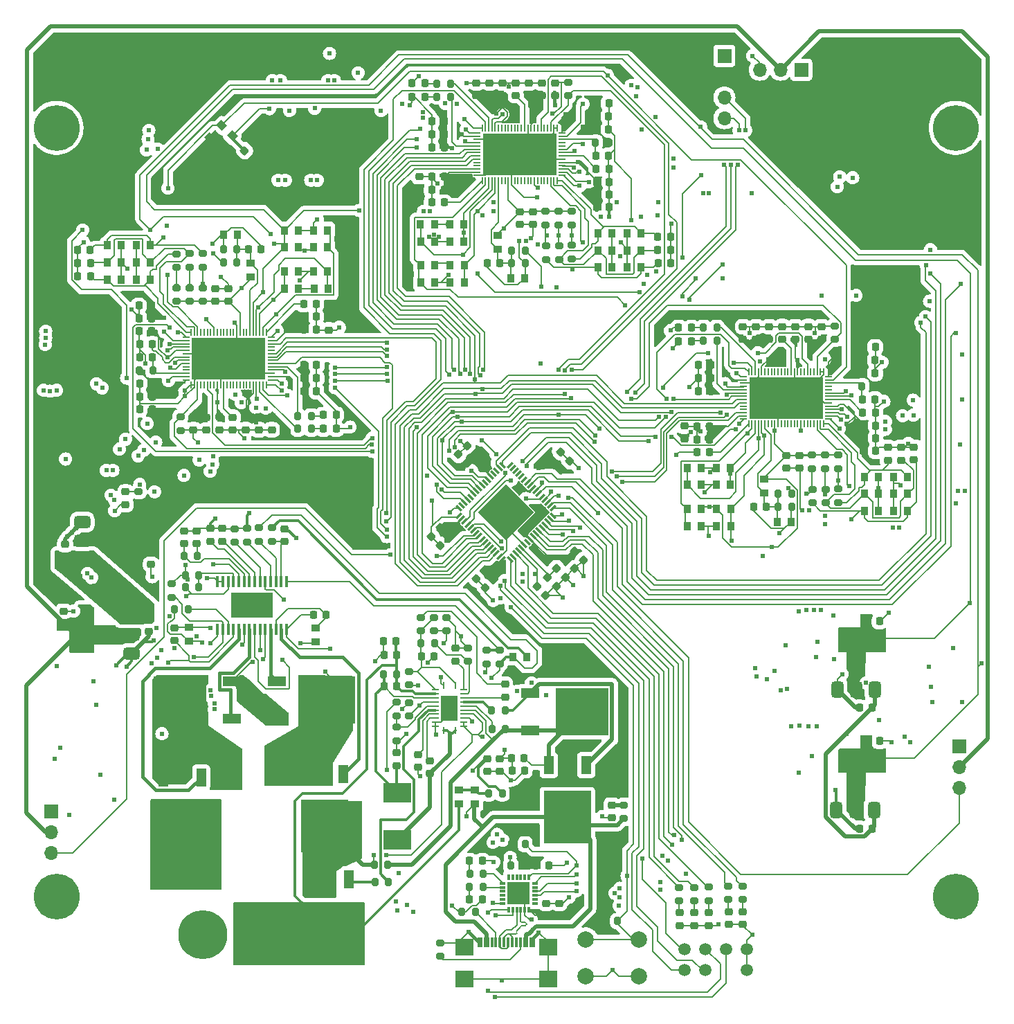
<source format=gtl>
%TF.GenerationSoftware,KiCad,Pcbnew,8.0.7*%
%TF.CreationDate,2025-01-21T13:47:33+01:00*%
%TF.ProjectId,motordriver,6d6f746f-7264-4726-9976-65722e6b6963,rev?*%
%TF.SameCoordinates,Original*%
%TF.FileFunction,Copper,L1,Top*%
%TF.FilePolarity,Positive*%
%FSLAX46Y46*%
G04 Gerber Fmt 4.6, Leading zero omitted, Abs format (unit mm)*
G04 Created by KiCad (PCBNEW 8.0.7) date 2025-01-21 13:47:33*
%MOMM*%
%LPD*%
G01*
G04 APERTURE LIST*
G04 Aperture macros list*
%AMRoundRect*
0 Rectangle with rounded corners*
0 $1 Rounding radius*
0 $2 $3 $4 $5 $6 $7 $8 $9 X,Y pos of 4 corners*
0 Add a 4 corners polygon primitive as box body*
4,1,4,$2,$3,$4,$5,$6,$7,$8,$9,$2,$3,0*
0 Add four circle primitives for the rounded corners*
1,1,$1+$1,$2,$3*
1,1,$1+$1,$4,$5*
1,1,$1+$1,$6,$7*
1,1,$1+$1,$8,$9*
0 Add four rect primitives between the rounded corners*
20,1,$1+$1,$2,$3,$4,$5,0*
20,1,$1+$1,$4,$5,$6,$7,0*
20,1,$1+$1,$6,$7,$8,$9,0*
20,1,$1+$1,$8,$9,$2,$3,0*%
%AMRotRect*
0 Rectangle, with rotation*
0 The origin of the aperture is its center*
0 $1 length*
0 $2 width*
0 $3 Rotation angle, in degrees counterclockwise*
0 Add horizontal line*
21,1,$1,$2,0,0,$3*%
G04 Aperture macros list end*
%TA.AperFunction,SMDPad,CuDef*%
%ADD10RoundRect,0.200000X-0.200000X-0.275000X0.200000X-0.275000X0.200000X0.275000X-0.200000X0.275000X0*%
%TD*%
%TA.AperFunction,SMDPad,CuDef*%
%ADD11RoundRect,0.225000X-0.225000X-0.250000X0.225000X-0.250000X0.225000X0.250000X-0.225000X0.250000X0*%
%TD*%
%TA.AperFunction,SMDPad,CuDef*%
%ADD12C,1.500000*%
%TD*%
%TA.AperFunction,SMDPad,CuDef*%
%ADD13RoundRect,0.225000X0.225000X0.250000X-0.225000X0.250000X-0.225000X-0.250000X0.225000X-0.250000X0*%
%TD*%
%TA.AperFunction,SMDPad,CuDef*%
%ADD14R,2.200000X1.200000*%
%TD*%
%TA.AperFunction,SMDPad,CuDef*%
%ADD15R,6.400000X5.800000*%
%TD*%
%TA.AperFunction,SMDPad,CuDef*%
%ADD16R,0.850000X1.050000*%
%TD*%
%TA.AperFunction,SMDPad,CuDef*%
%ADD17RoundRect,0.200000X-0.275000X0.200000X-0.275000X-0.200000X0.275000X-0.200000X0.275000X0.200000X0*%
%TD*%
%TA.AperFunction,SMDPad,CuDef*%
%ADD18RoundRect,0.200000X0.200000X0.275000X-0.200000X0.275000X-0.200000X-0.275000X0.200000X-0.275000X0*%
%TD*%
%TA.AperFunction,SMDPad,CuDef*%
%ADD19RoundRect,0.200000X0.275000X-0.200000X0.275000X0.200000X-0.275000X0.200000X-0.275000X-0.200000X0*%
%TD*%
%TA.AperFunction,SMDPad,CuDef*%
%ADD20RotRect,0.250000X0.900000X315.000000*%
%TD*%
%TA.AperFunction,SMDPad,CuDef*%
%ADD21RotRect,0.250000X0.900000X225.000000*%
%TD*%
%TA.AperFunction,SMDPad,CuDef*%
%ADD22RotRect,4.800000X4.800000X225.000000*%
%TD*%
%TA.AperFunction,SMDPad,CuDef*%
%ADD23RoundRect,0.225000X-0.250000X0.225000X-0.250000X-0.225000X0.250000X-0.225000X0.250000X0.225000X0*%
%TD*%
%TA.AperFunction,SMDPad,CuDef*%
%ADD24RoundRect,0.225000X0.335876X0.017678X0.017678X0.335876X-0.335876X-0.017678X-0.017678X-0.335876X0*%
%TD*%
%TA.AperFunction,ComponentPad*%
%ADD25C,5.600000*%
%TD*%
%TA.AperFunction,SMDPad,CuDef*%
%ADD26RoundRect,0.218750X0.256250X-0.218750X0.256250X0.218750X-0.256250X0.218750X-0.256250X-0.218750X0*%
%TD*%
%TA.AperFunction,SMDPad,CuDef*%
%ADD27RoundRect,0.218750X0.218750X0.256250X-0.218750X0.256250X-0.218750X-0.256250X0.218750X-0.256250X0*%
%TD*%
%TA.AperFunction,SMDPad,CuDef*%
%ADD28RoundRect,0.225000X-0.017678X0.335876X-0.335876X0.017678X0.017678X-0.335876X0.335876X-0.017678X0*%
%TD*%
%TA.AperFunction,SMDPad,CuDef*%
%ADD29RoundRect,0.225000X0.250000X-0.225000X0.250000X0.225000X-0.250000X0.225000X-0.250000X-0.225000X0*%
%TD*%
%TA.AperFunction,SMDPad,CuDef*%
%ADD30R,1.050000X0.850000*%
%TD*%
%TA.AperFunction,SMDPad,CuDef*%
%ADD31R,1.200000X2.200000*%
%TD*%
%TA.AperFunction,SMDPad,CuDef*%
%ADD32R,5.800000X6.400000*%
%TD*%
%TA.AperFunction,SMDPad,CuDef*%
%ADD33RoundRect,0.225000X-0.335876X-0.017678X-0.017678X-0.335876X0.335876X0.017678X0.017678X0.335876X0*%
%TD*%
%TA.AperFunction,SMDPad,CuDef*%
%ADD34RotRect,0.900000X1.000000X45.000000*%
%TD*%
%TA.AperFunction,SMDPad,CuDef*%
%ADD35R,0.280000X0.850000*%
%TD*%
%TA.AperFunction,SMDPad,CuDef*%
%ADD36R,0.850000X0.280000*%
%TD*%
%TA.AperFunction,SMDPad,CuDef*%
%ADD37R,2.050000X3.100000*%
%TD*%
%TA.AperFunction,SMDPad,CuDef*%
%ADD38R,3.400000X2.400000*%
%TD*%
%TA.AperFunction,SMDPad,CuDef*%
%ADD39R,0.450000X1.475000*%
%TD*%
%TA.AperFunction,SMDPad,CuDef*%
%ADD40R,5.180000X3.100000*%
%TD*%
%TA.AperFunction,SMDPad,CuDef*%
%ADD41RoundRect,0.375000X0.625000X0.375000X-0.625000X0.375000X-0.625000X-0.375000X0.625000X-0.375000X0*%
%TD*%
%TA.AperFunction,SMDPad,CuDef*%
%ADD42RoundRect,0.500000X0.500000X1.400000X-0.500000X1.400000X-0.500000X-1.400000X0.500000X-1.400000X0*%
%TD*%
%TA.AperFunction,SMDPad,CuDef*%
%ADD43R,0.850000X0.200000*%
%TD*%
%TA.AperFunction,SMDPad,CuDef*%
%ADD44R,0.200000X0.850000*%
%TD*%
%TA.AperFunction,SMDPad,CuDef*%
%ADD45R,9.100000X5.100000*%
%TD*%
%TA.AperFunction,SMDPad,CuDef*%
%ADD46RoundRect,0.225000X0.017678X-0.335876X0.335876X-0.017678X-0.017678X0.335876X-0.335876X0.017678X0*%
%TD*%
%TA.AperFunction,SMDPad,CuDef*%
%ADD47RoundRect,0.375000X0.375000X-0.625000X0.375000X0.625000X-0.375000X0.625000X-0.375000X-0.625000X0*%
%TD*%
%TA.AperFunction,SMDPad,CuDef*%
%ADD48RoundRect,0.500000X1.400000X-0.500000X1.400000X0.500000X-1.400000X0.500000X-1.400000X-0.500000X0*%
%TD*%
%TA.AperFunction,SMDPad,CuDef*%
%ADD49RoundRect,0.375000X-0.625000X-0.375000X0.625000X-0.375000X0.625000X0.375000X-0.625000X0.375000X0*%
%TD*%
%TA.AperFunction,SMDPad,CuDef*%
%ADD50RoundRect,0.500000X-0.500000X-1.400000X0.500000X-1.400000X0.500000X1.400000X-0.500000X1.400000X0*%
%TD*%
%TA.AperFunction,ComponentPad*%
%ADD51R,1.700000X1.700000*%
%TD*%
%TA.AperFunction,ComponentPad*%
%ADD52O,1.700000X1.700000*%
%TD*%
%TA.AperFunction,SMDPad,CuDef*%
%ADD53RoundRect,0.218750X-0.218750X-0.256250X0.218750X-0.256250X0.218750X0.256250X-0.218750X0.256250X0*%
%TD*%
%TA.AperFunction,SMDPad,CuDef*%
%ADD54R,0.300000X1.150000*%
%TD*%
%TA.AperFunction,SMDPad,CuDef*%
%ADD55R,2.180000X2.000000*%
%TD*%
%TA.AperFunction,ComponentPad*%
%ADD56C,2.000000*%
%TD*%
%TA.AperFunction,SMDPad,CuDef*%
%ADD57R,0.800000X0.300000*%
%TD*%
%TA.AperFunction,SMDPad,CuDef*%
%ADD58R,0.300000X0.800000*%
%TD*%
%TA.AperFunction,SMDPad,CuDef*%
%ADD59R,2.750000X2.750000*%
%TD*%
%TA.AperFunction,SMDPad,CuDef*%
%ADD60R,2.400000X3.400000*%
%TD*%
%TA.AperFunction,ComponentPad*%
%ADD61C,6.000000*%
%TD*%
%TA.AperFunction,ComponentPad*%
%ADD62R,6.000000X6.000000*%
%TD*%
%TA.AperFunction,ViaPad*%
%ADD63C,0.600000*%
%TD*%
%TA.AperFunction,ViaPad*%
%ADD64C,0.610000*%
%TD*%
%TA.AperFunction,Conductor*%
%ADD65C,0.203200*%
%TD*%
%TA.AperFunction,Conductor*%
%ADD66C,0.152400*%
%TD*%
%TA.AperFunction,Conductor*%
%ADD67C,0.304800*%
%TD*%
%TA.AperFunction,Conductor*%
%ADD68C,0.508000*%
%TD*%
%TA.AperFunction,Conductor*%
%ADD69C,0.431800*%
%TD*%
G04 APERTURE END LIST*
D10*
%TO.P,R45,1*%
%TO.N,+3.3V*%
X166002501Y-140000000D03*
%TO.P,R45,2*%
%TO.N,/IO/RESETN*%
X167652501Y-140000000D03*
%TD*%
D11*
%TO.P,C83,1*%
%TO.N,+3.3V*%
X157677501Y-133200000D03*
%TO.P,C83,2*%
%TO.N,GND*%
X159227501Y-133200000D03*
%TD*%
D10*
%TO.P,R20,1*%
%TO.N,Net-(IC6-ACDRV)*%
X152252501Y-114200000D03*
%TO.P,R20,2*%
%TO.N,Net-(Q8-G)*%
X153902501Y-114200000D03*
%TD*%
D12*
%TO.P,TP3,1,1*%
%TO.N,GND*%
X183507501Y-143460000D03*
%TD*%
D13*
%TO.P,C132,1*%
%TO.N,GND*%
X199237501Y-80930000D03*
%TO.P,C132,2*%
%TO.N,+3.3V*%
X197687501Y-80930000D03*
%TD*%
%TO.P,C87,1*%
%TO.N,GND*%
X130826601Y-75225000D03*
%TO.P,C87,2*%
%TO.N,+3.3V*%
X129276601Y-75225000D03*
%TD*%
D14*
%TO.P,Q9,1,G*%
%TO.N,Net-(Q8-G)*%
X156977501Y-112110000D03*
D15*
%TO.P,Q9,2,D*%
%TO.N,Net-(IC6-ACP)*%
X163327501Y-114400000D03*
D14*
%TO.P,Q9,3,S*%
X156977501Y-116690000D03*
%TD*%
D16*
%TO.P,D72,1,K*%
%TO.N,+5VA*%
X199552501Y-85680000D03*
%TO.P,D72,2,A*%
%TO.N,/servo3/HALL_U_FILT*%
X197852501Y-85680000D03*
%TD*%
D17*
%TO.P,R96,1*%
%TO.N,/motorIO/HALL_C1*%
X191492501Y-87230000D03*
%TO.P,R96,2*%
%TO.N,/servo3/HALL_W_FILT*%
X191492501Y-88880000D03*
%TD*%
D18*
%TO.P,R21,1*%
%TO.N,Net-(IC6-TS)*%
X145252501Y-106000000D03*
%TO.P,R21,2*%
%TO.N,/voltageregulators/IC5_VREF*%
X143602501Y-106000000D03*
%TD*%
%TO.P,R30,1*%
%TO.N,/IO/BATTVIN*%
X140652501Y-109800000D03*
%TO.P,R30,2*%
%TO.N,Net-(IC6-SRP)*%
X139002501Y-109800000D03*
%TD*%
D19*
%TO.P,R99,1*%
%TO.N,SERVO_ENI*%
X194202501Y-68880000D03*
%TO.P,R99,2*%
%TO.N,GND*%
X194202501Y-67230000D03*
%TD*%
D12*
%TO.P,TP2,1,1*%
%TO.N,/IO/TX*%
X178427501Y-146000000D03*
%TD*%
D20*
%TO.P,IC8,1,PA00*%
%TO.N,/microcontrollers/PROCLED*%
X159790421Y-89540381D03*
%TO.P,IC8,2,PA01*%
%TO.N,/microcontrollers/ERRLED*%
X159436868Y-89186827D03*
%TO.P,IC8,3,PA02*%
%TO.N,/microcontrollers/SERVO1_DB_CS*%
X159083314Y-88833274D03*
%TO.P,IC8,4,PA03*%
%TO.N,/microcontrollers/SERVO1_STATUS*%
X158729761Y-88479720D03*
%TO.P,IC8,5,PB04*%
%TO.N,/microcontrollers/SERVO2_STATUS*%
X158376208Y-88126167D03*
%TO.P,IC8,6,PB05*%
%TO.N,/microcontrollers/SERVO3_STATUS*%
X158022654Y-87772614D03*
%TO.P,IC8,7,GNDANA*%
%TO.N,GND*%
X157669101Y-87419060D03*
%TO.P,IC8,8,VDDANA*%
%TO.N,+3.3V*%
X157315548Y-87065507D03*
%TO.P,IC8,9,PB06*%
%TO.N,/IO/INT_IMU1*%
X156961994Y-86711953D03*
%TO.P,IC8,10,PB07*%
%TO.N,/IO/INT_IMU2*%
X156608441Y-86358400D03*
%TO.P,IC8,11,PB08*%
%TO.N,unconnected-(IC8-PB08-Pad11)*%
X156254887Y-86004847D03*
%TO.P,IC8,12,PB09*%
%TO.N,unconnected-(IC8-PB09-Pad12)*%
X155901334Y-85651293D03*
%TO.P,IC8,13,PA04*%
%TO.N,unconnected-(IC8-PA04-Pad13)*%
X155547781Y-85297740D03*
%TO.P,IC8,14,PA05*%
%TO.N,unconnected-(IC8-PA05-Pad14)*%
X155194227Y-84944187D03*
%TO.P,IC8,15,PA06*%
%TO.N,unconnected-(IC8-PA06-Pad15)*%
X154840674Y-84590633D03*
%TO.P,IC8,16,PA07*%
%TO.N,unconnected-(IC8-PA07-Pad16)*%
X154487120Y-84237080D03*
D21*
%TO.P,IC8,17,PA08*%
%TO.N,/IO/SDA_IMU1*%
X153567882Y-84237080D03*
%TO.P,IC8,18,PA09*%
%TO.N,/IO/SCL_IMU1*%
X153214328Y-84590633D03*
%TO.P,IC8,19,PA10*%
%TO.N,unconnected-(IC8-PA10-Pad19)*%
X152860775Y-84944187D03*
%TO.P,IC8,20,PA11*%
%TO.N,unconnected-(IC8-PA11-Pad20)*%
X152507221Y-85297740D03*
%TO.P,IC8,21,VDDIOB*%
%TO.N,+3.3V*%
X152153668Y-85651293D03*
%TO.P,IC8,22,GND_1*%
%TO.N,GND*%
X151800115Y-86004847D03*
%TO.P,IC8,23,PB10*%
%TO.N,unconnected-(IC8-PB10-Pad23)*%
X151446561Y-86358400D03*
%TO.P,IC8,24,PB11*%
%TO.N,SERVO_ENI*%
X151093008Y-86711953D03*
%TO.P,IC8,25,PB12*%
%TO.N,TMC_DB_MISO*%
X150739454Y-87065507D03*
%TO.P,IC8,26,PB13*%
%TO.N,TMC_DB_MOSI*%
X150385901Y-87419060D03*
%TO.P,IC8,27,PB14*%
%TO.N,TMC_DB_SCK*%
X150032348Y-87772614D03*
%TO.P,IC8,28,PB15*%
%TO.N,unconnected-(IC8-PB15-Pad28)*%
X149678794Y-88126167D03*
%TO.P,IC8,29,PA12*%
%TO.N,/IO/OLED_SDA*%
X149325241Y-88479720D03*
%TO.P,IC8,30,PA13*%
%TO.N,/IO/OLED_SCL*%
X148971688Y-88833274D03*
%TO.P,IC8,31,PA14*%
%TO.N,unconnected-(IC8-PA14-Pad31)*%
X148618134Y-89186827D03*
%TO.P,IC8,32,PA15*%
%TO.N,/IO/BRAKE3*%
X148264581Y-89540381D03*
D20*
%TO.P,IC8,33,GND_2*%
%TO.N,GND*%
X148264581Y-90459619D03*
%TO.P,IC8,34,VDDIO_1*%
%TO.N,+3.3V*%
X148618134Y-90813173D03*
%TO.P,IC8,35,PA16*%
%TO.N,/IO/SDA_IMU2*%
X148971688Y-91166726D03*
%TO.P,IC8,36,PA17*%
%TO.N,/IO/SCL_IMU2*%
X149325241Y-91520280D03*
%TO.P,IC8,37,PA18*%
%TO.N,/IO/RX*%
X149678794Y-91873833D03*
%TO.P,IC8,38,PA19*%
%TO.N,/IO/TX*%
X150032348Y-92227386D03*
%TO.P,IC8,39,PB16*%
%TO.N,/IO/BRAKE1*%
X150385901Y-92580940D03*
%TO.P,IC8,40,PB17*%
%TO.N,/IO/BRAKE2*%
X150739454Y-92934493D03*
%TO.P,IC8,41,PA20*%
%TO.N,/microcontrollers/SERVO1_PWM_I*%
X151093008Y-93288047D03*
%TO.P,IC8,42,PA21*%
%TO.N,/microcontrollers/SERVO2_PWM_I*%
X151446561Y-93641600D03*
%TO.P,IC8,43,PA22*%
%TO.N,/microcontrollers/SERVO3_PWM_I*%
X151800115Y-93995153D03*
%TO.P,IC8,44,PA23*%
%TO.N,SPI_SCK*%
X152153668Y-94348707D03*
%TO.P,IC8,45,PA24*%
%TO.N,SPI_MISO*%
X152507221Y-94702260D03*
%TO.P,IC8,46,PA25*%
%TO.N,SPI_MOSI*%
X152860775Y-95055813D03*
%TO.P,IC8,47,GND_3*%
%TO.N,GND*%
X153214328Y-95409367D03*
%TO.P,IC8,48,VDDIO_2*%
%TO.N,+3.3V*%
X153567882Y-95762920D03*
D21*
%TO.P,IC8,49,PB22*%
%TO.N,/microcontrollers/STATUS1*%
X154487120Y-95762920D03*
%TO.P,IC8,50,PB23*%
%TO.N,/microcontrollers/STATUS2*%
X154840674Y-95409367D03*
%TO.P,IC8,51,PA27*%
%TO.N,/microcontrollers/STATUS3*%
X155194227Y-95055813D03*
%TO.P,IC8,52,RESETN*%
%TO.N,/IO/RESETN*%
X155547781Y-94702260D03*
%TO.P,IC8,53,VDDCORE*%
%TO.N,Net-(IC8-VDDCORE)*%
X155901334Y-94348707D03*
%TO.P,IC8,54,GND_4*%
%TO.N,GND*%
X156254887Y-93995153D03*
%TO.P,IC8,55,VSW*%
%TO.N,unconnected-(IC8-VSW-Pad55)*%
X156608441Y-93641600D03*
%TO.P,IC8,56,VDDIO_3*%
%TO.N,+3.3V*%
X156961994Y-93288047D03*
%TO.P,IC8,57,PA30*%
%TO.N,Net-(IC8-PA30)*%
X157315548Y-92934493D03*
%TO.P,IC8,58,PA31*%
%TO.N,Net-(IC8-PA31)*%
X157669101Y-92580940D03*
%TO.P,IC8,59,PB30*%
%TO.N,Net-(IC8-PB30)*%
X158022654Y-92227386D03*
%TO.P,IC8,60,PB31*%
%TO.N,/microcontrollers/SERVO2_DB_CS*%
X158376208Y-91873833D03*
%TO.P,IC8,61,PB00*%
%TO.N,/microcontrollers/SERVO3_DB_CS*%
X158729761Y-91520280D03*
%TO.P,IC8,62,PB01*%
%TO.N,/microcontrollers/SERVO3_CS*%
X159083314Y-91166726D03*
%TO.P,IC8,63,PB02*%
%TO.N,/microcontrollers/SERVO2_CS*%
X159436868Y-90813173D03*
%TO.P,IC8,64,PB03*%
%TO.N,/microcontrollers/SERVO1_CS*%
X159790421Y-90459619D03*
D22*
%TO.P,IC8,65,EP*%
%TO.N,GND*%
X154027501Y-90000000D03*
%TD*%
D11*
%TO.P,C98,1*%
%TO.N,GND*%
X109216601Y-75855000D03*
%TO.P,C98,2*%
%TO.N,+3.3V*%
X110766601Y-75855000D03*
%TD*%
D16*
%TO.P,D54,1,K*%
%TO.N,Net-(D53-A)*%
X121186601Y-56075000D03*
%TO.P,D54,2,A*%
%TO.N,GND*%
X119486601Y-56075000D03*
%TD*%
D17*
%TO.P,R36,1*%
%TO.N,GND*%
X120827501Y-92025000D03*
%TO.P,R36,2*%
%TO.N,Net-(IC7-RT)*%
X120827501Y-93675000D03*
%TD*%
D10*
%TO.P,R54,1*%
%TO.N,Net-(U5-NRST)*%
X164962501Y-44810000D03*
%TO.P,R54,2*%
%TO.N,+3.3V*%
X166612501Y-44810000D03*
%TD*%
D18*
%TO.P,R56,1*%
%TO.N,+12V*%
X156352501Y-57980000D03*
%TO.P,R56,2*%
%TO.N,Net-(D28-A)*%
X154702501Y-57980000D03*
%TD*%
D23*
%TO.P,C12,1*%
%TO.N,Net-(IC6-AVCC)*%
X151727501Y-120125000D03*
%TO.P,C12,2*%
%TO.N,GND*%
X151727501Y-121675000D03*
%TD*%
D24*
%TO.P,C80,1*%
%TO.N,GND*%
X160179493Y-99044024D03*
%TO.P,C80,2*%
%TO.N,Net-(IC8-VDDCORE)*%
X159083477Y-97948008D03*
%TD*%
D10*
%TO.P,R23,1*%
%TO.N,Net-(IC6-CMSRC)*%
X152277501Y-116500000D03*
%TO.P,R23,2*%
%TO.N,Net-(IC6-ACP)*%
X153927501Y-116500000D03*
%TD*%
D25*
%TO.P,H2,1,1*%
%TO.N,GND*%
X209027501Y-43000000D03*
%TD*%
D10*
%TO.P,R104,1*%
%TO.N,Net-(D75-A)*%
X187302501Y-89380000D03*
%TO.P,R104,2*%
%TO.N,GND*%
X188952501Y-89380000D03*
%TD*%
D13*
%TO.P,C51,1*%
%TO.N,GND*%
X166637501Y-49610000D03*
%TO.P,C51,2*%
%TO.N,+3.3V*%
X165087501Y-49610000D03*
%TD*%
D26*
%TO.P,D7,1,K*%
%TO.N,Net-(D7-K)*%
X153902501Y-112600000D03*
%TO.P,D7,2,A*%
%TO.N,Net-(D7-A)*%
X153902501Y-111025000D03*
%TD*%
D13*
%TO.P,C107,1*%
%TO.N,GND*%
X130802501Y-66100000D03*
%TO.P,C107,2*%
%TO.N,+3.3V*%
X129252501Y-66100000D03*
%TD*%
D16*
%TO.P,D43,1,K*%
%TO.N,+5VA*%
X128626601Y-62675000D03*
%TO.P,D43,2,A*%
%TO.N,+2.5V*%
X126926601Y-62675000D03*
%TD*%
D12*
%TO.P,TP7,1,1*%
%TO.N,GND*%
X183507501Y-146000000D03*
%TD*%
D18*
%TO.P,R63,1*%
%TO.N,Net-(IC8-PA31)*%
X156352501Y-130600000D03*
%TO.P,R63,2*%
%TO.N,+3.3V*%
X154702501Y-130600000D03*
%TD*%
D13*
%TO.P,C28,1*%
%TO.N,+12V*%
X198802501Y-128700000D03*
%TO.P,C28,2*%
%TO.N,GND*%
X197252501Y-128700000D03*
%TD*%
D19*
%TO.P,R26,1*%
%TO.N,Net-(IC6-ISET)*%
X146727501Y-104525000D03*
%TO.P,R26,2*%
%TO.N,GND*%
X146727501Y-102875000D03*
%TD*%
D23*
%TO.P,C20,1*%
%TO.N,+3.3V*%
X110577501Y-94825000D03*
%TO.P,C20,2*%
%TO.N,GND*%
X110577501Y-96375000D03*
%TD*%
D16*
%TO.P,D41,1,K*%
%TO.N,+5VA*%
X128586601Y-57625000D03*
%TO.P,D41,2,A*%
%TO.N,+2.5V*%
X126886601Y-57625000D03*
%TD*%
D11*
%TO.P,C44,1*%
%TO.N,GND*%
X144927501Y-49000000D03*
%TO.P,C44,2*%
%TO.N,+3.3V*%
X146477501Y-49000000D03*
%TD*%
D10*
%TO.P,R53,1*%
%TO.N,Net-(D24-A)*%
X145577501Y-37640000D03*
%TO.P,R53,2*%
%TO.N,Net-(U5-GPIO2_{slash}_ADC_VM_MCD)*%
X147227501Y-37640000D03*
%TD*%
D27*
%TO.P,D49,1,K*%
%TO.N,GND*%
X133251601Y-79815000D03*
%TO.P,D49,2,A*%
%TO.N,Net-(D49-A)*%
X131676601Y-79815000D03*
%TD*%
D17*
%TO.P,R28,1*%
%TO.N,GND*%
X142127501Y-113275000D03*
%TO.P,R28,2*%
%TO.N,Net-(IC6-ACSET)*%
X142127501Y-114925000D03*
%TD*%
D23*
%TO.P,C23,1*%
%TO.N,Net-(IC6-REGN)*%
X143227501Y-119625000D03*
%TO.P,C23,2*%
%TO.N,GND*%
X143227501Y-121175000D03*
%TD*%
D26*
%TO.P,D30,1,K*%
%TO.N,GND*%
X182967501Y-140420000D03*
%TO.P,D30,2,A*%
%TO.N,Net-(D30-A)*%
X182967501Y-138845000D03*
%TD*%
D19*
%TO.P,R31,1*%
%TO.N,Net-(IC7-VIN)*%
X125427501Y-93575000D03*
%TO.P,R31,2*%
%TO.N,Net-(D8-K)*%
X125427501Y-91925000D03*
%TD*%
D13*
%TO.P,C41,1*%
%TO.N,GND*%
X166587501Y-40010000D03*
%TO.P,C41,2*%
%TO.N,+3.3V*%
X165037501Y-40010000D03*
%TD*%
D28*
%TO.P,C74,1*%
%TO.N,+3.3V*%
X147075509Y-92951992D03*
%TO.P,C74,2*%
%TO.N,GND*%
X145979493Y-94048008D03*
%TD*%
D29*
%TO.P,C100,1*%
%TO.N,GND*%
X122176601Y-79925000D03*
%TO.P,C100,2*%
%TO.N,+3.3V*%
X122176601Y-78375000D03*
%TD*%
D11*
%TO.P,C31,1*%
%TO.N,+5VA*%
X198177501Y-118000000D03*
%TO.P,C31,2*%
%TO.N,GND*%
X199727501Y-118000000D03*
%TD*%
D16*
%TO.P,D44,1,K*%
%TO.N,+2.5V*%
X126926601Y-60575000D03*
%TO.P,D44,2,A*%
%TO.N,GND*%
X128626601Y-60575000D03*
%TD*%
D10*
%TO.P,R101,1*%
%TO.N,Net-(U8-NRST)*%
X197562501Y-74610000D03*
%TO.P,R101,2*%
%TO.N,+3.3V*%
X199212501Y-74610000D03*
%TD*%
D17*
%TO.P,R42,1*%
%TO.N,GND*%
X113127501Y-98775000D03*
%TO.P,R42,2*%
%TO.N,Net-(IC7-CS)*%
X113127501Y-100425000D03*
%TD*%
D19*
%TO.P,R69,1*%
%TO.N,+5VA*%
X116916601Y-64225000D03*
%TO.P,R69,2*%
%TO.N,/motorIO/HALL_C2*%
X116916601Y-62575000D03*
%TD*%
D17*
%TO.P,R98,1*%
%TO.N,/motorIO/HALL_A1*%
X194692501Y-87180000D03*
%TO.P,R98,2*%
%TO.N,/servo3/HALL_U_FILT*%
X194692501Y-88830000D03*
%TD*%
D26*
%TO.P,D31,1,K*%
%TO.N,GND*%
X181257501Y-140420000D03*
%TO.P,D31,2,A*%
%TO.N,Net-(D31-A)*%
X181257501Y-138845000D03*
%TD*%
D23*
%TO.P,C138,1*%
%TO.N,GND*%
X189402501Y-67330000D03*
%TO.P,C138,2*%
%TO.N,+3.3V*%
X189402501Y-68880000D03*
%TD*%
D13*
%TO.P,C104,1*%
%TO.N,GND*%
X130851601Y-72025000D03*
%TO.P,C104,2*%
%TO.N,+3.3V*%
X129301601Y-72025000D03*
%TD*%
D23*
%TO.P,C109,1*%
%TO.N,GND*%
X118476601Y-62650000D03*
%TO.P,C109,2*%
%TO.N,+5VA*%
X118476601Y-64200000D03*
%TD*%
D30*
%TO.P,D5,1,K*%
%TO.N,Net-(D5-K)*%
X148227501Y-123950000D03*
%TO.P,D5,2,A*%
%TO.N,/IO/BATTVIN*%
X148227501Y-125650000D03*
%TD*%
D31*
%TO.P,Q11,1,G*%
%TO.N,/voltageregulators/HDRV1*%
X134117501Y-122050000D03*
D32*
%TO.P,Q11,2,D*%
%TO.N,Net-(D8-A)*%
X131827501Y-128400000D03*
D31*
%TO.P,Q11,3,S*%
%TO.N,/voltageregulators/SW1*%
X129537501Y-122050000D03*
%TD*%
D29*
%TO.P,C16,1*%
%TO.N,+12V*%
X100077501Y-95500000D03*
%TO.P,C16,2*%
%TO.N,GND*%
X100077501Y-93950000D03*
%TD*%
D23*
%TO.P,C37,1*%
%TO.N,Net-(D10-K)*%
X113427501Y-104150000D03*
%TO.P,C37,2*%
%TO.N,/voltageregulators/SW2*%
X113427501Y-105700000D03*
%TD*%
D33*
%TO.P,C68,1*%
%TO.N,+3.3V*%
X161276406Y-95812652D03*
%TO.P,C68,2*%
%TO.N,GND*%
X162372422Y-96908668D03*
%TD*%
D14*
%TO.P,Q12,1,G*%
%TO.N,/voltageregulators/LDRV1*%
X126027501Y-110720000D03*
D15*
%TO.P,Q12,2,D*%
%TO.N,/voltageregulators/SW1*%
X132377501Y-113010000D03*
D14*
%TO.P,Q12,3,S*%
%TO.N,Net-(IC7-CS)*%
X126027501Y-115300000D03*
%TD*%
D34*
%TO.P,Y1,1,OE*%
%TO.N,+3.3V*%
X119042577Y-45484924D03*
%TO.P,Y1,2,GND*%
%TO.N,GND*%
X120527501Y-44000000D03*
%TO.P,Y1,3,OUT*%
%TO.N,SERVO_CLK*%
X119254709Y-42727208D03*
%TO.P,Y1,4,VDD*%
%TO.N,+3.3V*%
X117769785Y-44212132D03*
%TD*%
D16*
%TO.P,D37,1,K*%
%TO.N,+5VA*%
X130486601Y-57625000D03*
%TO.P,D37,2,A*%
%TO.N,/servo2/ADC_I0_POS*%
X132186601Y-57625000D03*
%TD*%
D18*
%TO.P,R15,1*%
%TO.N,Net-(IC6-AVCC)*%
X153552501Y-124400000D03*
%TO.P,R15,2*%
%TO.N,Net-(D5-K)*%
X151902501Y-124400000D03*
%TD*%
D23*
%TO.P,C128,1*%
%TO.N,GND*%
X202317101Y-82083400D03*
%TO.P,C128,2*%
%TO.N,/servo3/HALL_V_FILT*%
X202317101Y-83633400D03*
%TD*%
D33*
%TO.P,C67,1*%
%TO.N,+3.3V*%
X162379493Y-94751992D03*
%TO.P,C67,2*%
%TO.N,GND*%
X163475509Y-95848008D03*
%TD*%
D35*
%TO.P,IC6,1,SW_1*%
%TO.N,Net-(IC6-SW_1)*%
X147852501Y-116675000D03*
D36*
%TO.P,IC6,2,PVCC_1*%
%TO.N,Net-(D8-A)*%
X148827501Y-116200000D03*
%TO.P,IC6,3,PVCC_2*%
X148827501Y-115700000D03*
%TO.P,IC6,4,AVCC*%
%TO.N,Net-(IC6-AVCC)*%
X148827501Y-115200000D03*
%TO.P,IC6,5,ACN*%
%TO.N,Net-(D8-A)*%
X148827501Y-114700000D03*
%TO.P,IC6,6,ACP*%
%TO.N,Net-(IC6-ACP)*%
X148827501Y-114200000D03*
%TO.P,IC6,7,CMSRC*%
%TO.N,Net-(IC6-CMSRC)*%
X148827501Y-113700000D03*
%TO.P,IC6,8,ACDRV*%
%TO.N,Net-(IC6-ACDRV)*%
X148827501Y-113200000D03*
%TO.P,IC6,9,STAT*%
%TO.N,Net-(D7-K)*%
X148827501Y-112700000D03*
%TO.P,IC6,10,TS*%
%TO.N,Net-(IC6-TS)*%
X148827501Y-112200000D03*
%TO.P,IC6,11,TTC*%
%TO.N,Net-(IC6-TTC)*%
X148827501Y-111700000D03*
D35*
%TO.P,IC6,12,VREF*%
%TO.N,/voltageregulators/IC5_VREF*%
X147852501Y-111225000D03*
%TO.P,IC6,13,ISET*%
%TO.N,Net-(IC6-ISET)*%
X146352501Y-111225000D03*
D36*
%TO.P,IC6,14,CELL*%
%TO.N,/voltageregulators/IC5_VREF*%
X145377501Y-111700000D03*
%TO.P,IC6,15,SRN*%
%TO.N,/IO/BATTVIN*%
X145377501Y-112200000D03*
%TO.P,IC6,16,SRP*%
%TO.N,Net-(IC6-SRP)*%
X145377501Y-112700000D03*
%TO.P,IC6,17,ACSET*%
%TO.N,Net-(IC6-ACSET)*%
X145377501Y-113200000D03*
%TO.P,IC6,18,OVPSET*%
%TO.N,Net-(IC6-OVPSET)*%
X145377501Y-113700000D03*
%TO.P,IC6,19,~{BATDRV}*%
%TO.N,Net-(IC6-~{BATDRV})*%
X145377501Y-114200000D03*
%TO.P,IC6,20,REGN*%
%TO.N,Net-(IC6-REGN)*%
X145377501Y-114700000D03*
%TO.P,IC6,21,BTST*%
%TO.N,Net-(IC6-BTST)*%
X145377501Y-115200000D03*
%TO.P,IC6,22,PGND_1*%
%TO.N,GND*%
X145377501Y-115700000D03*
%TO.P,IC6,23,PGND_2*%
X145377501Y-116200000D03*
D35*
%TO.P,IC6,24,SW_2*%
%TO.N,Net-(IC6-SW_1)*%
X146352501Y-116675000D03*
D37*
%TO.P,IC6,25,AGND*%
%TO.N,GND*%
X147102501Y-113950000D03*
%TD*%
D29*
%TO.P,C79,1*%
%TO.N,+3.3V*%
X160537501Y-139400000D03*
%TO.P,C79,2*%
%TO.N,GND*%
X160537501Y-137850000D03*
%TD*%
D16*
%TO.P,D14,1,K*%
%TO.N,+5VA*%
X145252501Y-54780000D03*
%TO.P,D14,2,A*%
%TO.N,/servo1/ADC_I1_POS*%
X143552501Y-54780000D03*
%TD*%
D23*
%TO.P,C39,1*%
%TO.N,GND*%
X160002501Y-37530000D03*
%TO.P,C39,2*%
%TO.N,+3.3V*%
X160002501Y-39080000D03*
%TD*%
D29*
%TO.P,C101,1*%
%TO.N,GND*%
X118976601Y-79925000D03*
%TO.P,C101,2*%
%TO.N,+3.3V*%
X118976601Y-78375000D03*
%TD*%
D38*
%TO.P,L1,1,1*%
%TO.N,Net-(IC6-SW_1)*%
X140727501Y-130100000D03*
%TO.P,L1,2,2*%
%TO.N,Net-(IC6-SRP)*%
X140727501Y-124300000D03*
%TD*%
D17*
%TO.P,R16,1*%
%TO.N,Net-(C11-Pad1)*%
X168427501Y-125825000D03*
%TO.P,R16,2*%
%TO.N,/IO/USBVIN*%
X168427501Y-127475000D03*
%TD*%
D10*
%TO.P,R55,1*%
%TO.N,Net-(D27-A)*%
X145577501Y-39190000D03*
%TO.P,R55,2*%
%TO.N,Net-(U5-GPIO7_{slash}_AENC_WY_MCD_{slash}_DBGSPI_TRG)*%
X147227501Y-39190000D03*
%TD*%
D19*
%TO.P,R38,1*%
%TO.N,Net-(IC7-VISNS)*%
X123827501Y-93575000D03*
%TO.P,R38,2*%
%TO.N,Net-(D8-A)*%
X123827501Y-91925000D03*
%TD*%
D16*
%TO.P,D13,1,K*%
%TO.N,/servo1/ADC_I0_POS*%
X143592501Y-61930000D03*
%TO.P,D13,2,A*%
%TO.N,GND*%
X145292501Y-61930000D03*
%TD*%
D10*
%TO.P,R77,1*%
%TO.N,+12V*%
X119426601Y-59475000D03*
%TO.P,R77,2*%
%TO.N,Net-(D53-A)*%
X121076601Y-59475000D03*
%TD*%
D19*
%TO.P,R60,1*%
%TO.N,Net-(D32-A)*%
X175207501Y-137525000D03*
%TO.P,R60,2*%
%TO.N,/microcontrollers/STATUS1*%
X175207501Y-135875000D03*
%TD*%
D11*
%TO.P,C61,1*%
%TO.N,GND*%
X144927501Y-52125000D03*
%TO.P,C61,2*%
%TO.N,Net-(U5-VCCCORE1)*%
X146477501Y-52125000D03*
%TD*%
D23*
%TO.P,C111,1*%
%TO.N,GND*%
X120051601Y-62655000D03*
%TO.P,C111,2*%
%TO.N,+5VA*%
X120051601Y-64205000D03*
%TD*%
D18*
%TO.P,R103,1*%
%TO.N,+12V*%
X188952501Y-87780000D03*
%TO.P,R103,2*%
%TO.N,Net-(D75-A)*%
X187302501Y-87780000D03*
%TD*%
D19*
%TO.P,R59,1*%
%TO.N,Net-(D31-A)*%
X181227501Y-137395000D03*
%TO.P,R59,2*%
%TO.N,/microcontrollers/PROCLED*%
X181227501Y-135745000D03*
%TD*%
D23*
%TO.P,C56,1*%
%TO.N,GND*%
X156802501Y-37530000D03*
%TO.P,C56,2*%
%TO.N,+3.3V*%
X156802501Y-39080000D03*
%TD*%
D17*
%TO.P,R93,1*%
%TO.N,+5VA*%
X194662501Y-83030000D03*
%TO.P,R93,2*%
%TO.N,/motorIO/HALL_A1*%
X194662501Y-84680000D03*
%TD*%
D23*
%TO.P,C11,1*%
%TO.N,Net-(C11-Pad1)*%
X166927501Y-125825000D03*
%TO.P,C11,2*%
%TO.N,GND*%
X166927501Y-127375000D03*
%TD*%
D18*
%TO.P,R37,1*%
%TO.N,Net-(IC7-FB)*%
X116452501Y-99200000D03*
%TO.P,R37,2*%
%TO.N,+12V*%
X114802501Y-99200000D03*
%TD*%
D17*
%TO.P,R47,1*%
%TO.N,+5VA*%
X160462501Y-53230000D03*
%TO.P,R47,2*%
%TO.N,/motorIO/HALL_B3*%
X160462501Y-54880000D03*
%TD*%
D23*
%TO.P,C32,1*%
%TO.N,GND*%
X116127501Y-92275000D03*
%TO.P,C32,2*%
%TO.N,Net-(C32-Pad2)*%
X116127501Y-93825000D03*
%TD*%
D16*
%TO.P,D61,1,K*%
%TO.N,+5VA*%
X177852501Y-84580000D03*
%TO.P,D61,2,A*%
%TO.N,/servo3/ADC_I1_POS*%
X176152501Y-84580000D03*
%TD*%
D19*
%TO.P,R71,1*%
%TO.N,/motorIO/HALL_B2*%
X115286601Y-60025000D03*
%TO.P,R71,2*%
%TO.N,/servo2/HALL_V_FILT*%
X115286601Y-58375000D03*
%TD*%
D23*
%TO.P,C48,1*%
%TO.N,GND*%
X152002501Y-37530000D03*
%TO.P,C48,2*%
%TO.N,+3.3V*%
X152002501Y-39080000D03*
%TD*%
D19*
%TO.P,R68,1*%
%TO.N,+5VA*%
X115316601Y-64225000D03*
%TO.P,R68,2*%
%TO.N,/motorIO/HALL_B2*%
X115316601Y-62575000D03*
%TD*%
D11*
%TO.P,C134,1*%
%TO.N,Net-(U8-NRST)*%
X197612501Y-76210000D03*
%TO.P,C134,2*%
%TO.N,GND*%
X199162501Y-76210000D03*
%TD*%
D13*
%TO.P,C135,1*%
%TO.N,GND*%
X199162501Y-71400000D03*
%TO.P,C135,2*%
%TO.N,+3.3V*%
X197612501Y-71400000D03*
%TD*%
D39*
%TO.P,IC7,1,EN/UVLO*%
%TO.N,Net-(IC7-EN{slash}UVLO)*%
X127177501Y-98474000D03*
%TO.P,IC7,2,VIN*%
%TO.N,Net-(IC7-VIN)*%
X126527501Y-98474000D03*
%TO.P,IC7,3,VISNS*%
%TO.N,Net-(IC7-VISNS)*%
X125877501Y-98474000D03*
%TO.P,IC7,4,MODE*%
%TO.N,Net-(IC7-MODE)*%
X125227501Y-98474000D03*
%TO.P,IC7,5,DITH*%
%TO.N,GND*%
X124577501Y-98474000D03*
%TO.P,IC7,6,RT*%
%TO.N,Net-(IC7-RT)*%
X123927501Y-98474000D03*
%TO.P,IC7,7,SLOPE*%
%TO.N,Net-(IC7-SLOPE)*%
X123277501Y-98474000D03*
%TO.P,IC7,8,SS*%
%TO.N,Net-(IC7-SS)*%
X122627501Y-98474000D03*
%TO.P,IC7,9,COMP*%
%TO.N,Net-(IC7-COMP)*%
X121977501Y-98474000D03*
%TO.P,IC7,10,AGND*%
%TO.N,GND*%
X121327501Y-98474000D03*
%TO.P,IC7,11,FB*%
%TO.N,Net-(IC7-FB)*%
X120677501Y-98474000D03*
%TO.P,IC7,12,VOSNS*%
%TO.N,+12V*%
X120027501Y-98474000D03*
%TO.P,IC7,13,ISNS(-)*%
%TO.N,GND*%
X119377501Y-98474000D03*
%TO.P,IC7,14,ISNS(+)*%
X118727501Y-98474000D03*
%TO.P,IC7,15,CSG*%
X118727501Y-104350000D03*
%TO.P,IC7,16,CS*%
%TO.N,Net-(IC7-CS)*%
X119377501Y-104350000D03*
%TO.P,IC7,17,PGOOD*%
%TO.N,Net-(IC7-PGOOD)*%
X120027501Y-104350000D03*
%TO.P,IC7,18,SW2*%
%TO.N,/voltageregulators/SW2*%
X120677501Y-104350000D03*
%TO.P,IC7,19,HDRV2*%
%TO.N,/voltageregulators/HDRV2*%
X121327501Y-104350000D03*
%TO.P,IC7,20,BOOT2*%
%TO.N,Net-(D10-K)*%
X121977501Y-104350000D03*
%TO.P,IC7,21,LDRV2*%
%TO.N,/voltageregulators/LDRV2*%
X122627501Y-104350000D03*
%TO.P,IC7,22,PGND*%
%TO.N,GND*%
X123277501Y-104350000D03*
%TO.P,IC7,23,VCC*%
%TO.N,Net-(D10-A)*%
X123927501Y-104350000D03*
%TO.P,IC7,24,BIAS*%
%TO.N,+12V*%
X124577501Y-104350000D03*
%TO.P,IC7,25,LDRV1*%
%TO.N,/voltageregulators/LDRV1*%
X125227501Y-104350000D03*
%TO.P,IC7,26,BOOT1*%
%TO.N,Net-(D11-K)*%
X125877501Y-104350000D03*
%TO.P,IC7,27,HDRV1*%
%TO.N,/voltageregulators/HDRV1*%
X126527501Y-104350000D03*
%TO.P,IC7,28,SW1*%
%TO.N,/voltageregulators/SW1*%
X127177501Y-104350000D03*
D40*
%TO.P,IC7,29,EPAD*%
%TO.N,unconnected-(IC7-EPAD-Pad29)*%
X122952501Y-101412000D03*
%TD*%
D19*
%TO.P,R17,1*%
%TO.N,Net-(IC6-OVPSET)*%
X140627501Y-114900000D03*
%TO.P,R17,2*%
%TO.N,/IO/USBVIN*%
X140627501Y-113250000D03*
%TD*%
D23*
%TO.P,C21,1*%
%TO.N,Net-(IC6-BTST)*%
X144727501Y-120425000D03*
%TO.P,C21,2*%
%TO.N,Net-(IC6-SW_1)*%
X144727501Y-121975000D03*
%TD*%
D41*
%TO.P,U3,1,GND*%
%TO.N,GND*%
X108227501Y-107300000D03*
%TO.P,U3,2,VO*%
%TO.N,+5V*%
X108227501Y-105000000D03*
D42*
X101927501Y-105000000D03*
D41*
%TO.P,U3,3,VI*%
%TO.N,+12V*%
X108227501Y-102700000D03*
%TD*%
D16*
%TO.P,D47,1,K*%
%TO.N,+5VA*%
X108826601Y-59475000D03*
%TO.P,D47,2,A*%
%TO.N,/servo2/HALL_V_FILT*%
X110526601Y-59475000D03*
%TD*%
D30*
%TO.P,D6,1,K*%
%TO.N,Net-(D5-K)*%
X150227501Y-123950000D03*
%TO.P,D6,2,A*%
%TO.N,/IO/USBVIN*%
X150227501Y-125650000D03*
%TD*%
D25*
%TO.P,H4,1,1*%
%TO.N,GND*%
X99027501Y-137000000D03*
%TD*%
D11*
%TO.P,C91,1*%
%TO.N,GND*%
X101636601Y-59525000D03*
%TO.P,C91,2*%
%TO.N,/servo2/HALL_V_FILT*%
X103186601Y-59525000D03*
%TD*%
D13*
%TO.P,C136,1*%
%TO.N,GND*%
X199162501Y-73010000D03*
%TO.P,C136,2*%
%TO.N,+3.3V*%
X197612501Y-73010000D03*
%TD*%
D18*
%TO.P,R74,1*%
%TO.N,Net-(D49-A)*%
X130201601Y-79815000D03*
%TO.P,R74,2*%
%TO.N,Net-(U7-GPIO2_{slash}_ADC_VM_MCD)*%
X128551601Y-79815000D03*
%TD*%
D19*
%TO.P,R62,1*%
%TO.N,Net-(D34-A)*%
X178827501Y-137500000D03*
%TO.P,R62,2*%
%TO.N,/microcontrollers/STATUS3*%
X178827501Y-135850000D03*
%TD*%
D43*
%TO.P,U5,1,GPIO5_/_AENC_UX_MCD_/_DBGSPI_MOSI*%
%TO.N,TMC_DB_MOSI*%
X150492501Y-43630000D03*
%TO.P,U5,2,VCCIO1*%
%TO.N,+3.3V*%
X150492501Y-44030000D03*
%TO.P,U5,3,GNDIO1*%
%TO.N,GND*%
X150492501Y-44430000D03*
%TO.P,U5,4,GPIO6_/_AENC_VN_MCD_/_DBGSPI_MISO*%
%TO.N,TMC_DB_MISO*%
X150492501Y-44830000D03*
%TO.P,U5,5,GPIO7_/_AENC_WY_MCD_/_DBGSPI_TRG*%
%TO.N,Net-(U5-GPIO7_{slash}_AENC_WY_MCD_{slash}_DBGSPI_TRG)*%
X150492501Y-45230000D03*
%TO.P,U5,6,SPI_NSCS*%
%TO.N,/microcontrollers/SERVO1_CS*%
X150492501Y-45630000D03*
%TO.P,U5,7,SPI_SCK*%
%TO.N,SPI_SCK*%
X150492501Y-46030000D03*
%TO.P,U5,8,SPI_MOSI*%
%TO.N,SPI_MOSI*%
X150492501Y-46430000D03*
%TO.P,U5,9,SPI_MISO*%
%TO.N,SPI_MISO*%
X150492501Y-46830000D03*
%TO.P,U5,10,UART_RXD*%
%TO.N,unconnected-(U5-UART_RXD-Pad10)*%
X150492501Y-47230000D03*
%TO.P,U5,11,UART_TXD*%
%TO.N,unconnected-(U5-UART_TXD-Pad11)*%
X150492501Y-47630000D03*
%TO.P,U5,12,STATUS*%
%TO.N,/microcontrollers/SERVO1_STATUS*%
X150492501Y-48030000D03*
%TO.P,U5,13,VCCIO2*%
%TO.N,+3.3V*%
X150492501Y-48430000D03*
%TO.P,U5,14,GNDIO2*%
%TO.N,GND*%
X150492501Y-48830000D03*
D44*
%TO.P,U5,15,VCCCORE1*%
%TO.N,Net-(U5-VCCCORE1)*%
X151092501Y-49430000D03*
%TO.P,U5,16,ADC_I0_POS*%
%TO.N,/servo1/ADC_I0_POS*%
X151492501Y-49430000D03*
%TO.P,U5,17,ADC_I0_NEG*%
%TO.N,+2.5V*%
X151892501Y-49430000D03*
%TO.P,U5,18,ADC_I1_POS*%
%TO.N,/servo1/ADC_I1_POS*%
X152292501Y-49430000D03*
%TO.P,U5,19,ADC_I1_NEG*%
%TO.N,+2.5V*%
X152692501Y-49430000D03*
%TO.P,U5,20,ADC_VM*%
%TO.N,Net-(D28-A)*%
X153092501Y-49430000D03*
%TO.P,U5,21,AGPI_A*%
%TO.N,unconnected-(U5-AGPI_A-Pad21)*%
X153492501Y-49430000D03*
%TO.P,U5,22,AGPI_B*%
%TO.N,unconnected-(U5-AGPI_B-Pad22)*%
X153892501Y-49430000D03*
%TO.P,U5,23,V5*%
%TO.N,+5VA*%
X154292501Y-49430000D03*
%TO.P,U5,24,GNDA*%
%TO.N,GND*%
X154692501Y-49430000D03*
%TO.P,U5,25,AENC_UX_POS*%
%TO.N,unconnected-(U5-AENC_UX_POS-Pad25)*%
X155092501Y-49430000D03*
%TO.P,U5,26,AENC_UX_NEG*%
%TO.N,unconnected-(U5-AENC_UX_NEG-Pad26)*%
X155492501Y-49430000D03*
%TO.P,U5,27,AENC_VN_POS*%
%TO.N,unconnected-(U5-AENC_VN_POS-Pad27)*%
X155892501Y-49430000D03*
%TO.P,U5,28,AENC_VN_NEG*%
%TO.N,unconnected-(U5-AENC_VN_NEG-Pad28)*%
X156292501Y-49430000D03*
%TO.P,U5,29,AENC_WY_POS*%
%TO.N,unconnected-(U5-AENC_WY_POS-Pad29)*%
X156692501Y-49430000D03*
%TO.P,U5,30,AENC_WY_NEG*%
%TO.N,unconnected-(U5-AENC_WY_NEG-Pad30)*%
X157092501Y-49430000D03*
%TO.P,U5,31,BRAKE*%
%TO.N,/gates1/BRAKE*%
X157492501Y-49430000D03*
%TO.P,U5,32,ENO*%
%TO.N,unconnected-(U5-ENO-Pad32)*%
X157892501Y-49430000D03*
%TO.P,U5,33,ENC_N*%
%TO.N,unconnected-(U5-ENC_N-Pad33)*%
X158292501Y-49430000D03*
%TO.P,U5,34,ENC_B*%
%TO.N,unconnected-(U5-ENC_B-Pad34)*%
X158692501Y-49430000D03*
%TO.P,U5,35,ENC_A*%
%TO.N,unconnected-(U5-ENC_A-Pad35)*%
X159092501Y-49430000D03*
%TO.P,U5,36,HALL_WY*%
%TO.N,/servo1/HALL_W_FILT*%
X159492501Y-49430000D03*
%TO.P,U5,37,HALL_V*%
%TO.N,/servo1/HALL_V_FILT*%
X159892501Y-49430000D03*
%TO.P,U5,38,HALL_UX*%
%TO.N,/servo1/HALL_U_FILT*%
X160292501Y-49430000D03*
D43*
%TO.P,U5,39,PWM_UX1_H*%
%TO.N,/gates1/PWM_U_H*%
X160892501Y-48830000D03*
%TO.P,U5,40,PWM_UX1_L*%
%TO.N,/gates1/PWM_U_L*%
X160892501Y-48430000D03*
%TO.P,U5,41,PWM_VX2_H*%
%TO.N,/gates1/PWM_V_H*%
X160892501Y-48030000D03*
%TO.P,U5,42,PWM_VX2_L*%
%TO.N,/gates1/PWM_V_L*%
X160892501Y-47630000D03*
%TO.P,U5,43,VCCIO3*%
%TO.N,+3.3V*%
X160892501Y-47230000D03*
%TO.P,U5,44,GNDIO3*%
%TO.N,GND*%
X160892501Y-46830000D03*
%TO.P,U5,45,VCCCORE2*%
%TO.N,Net-(U5-VCCCORE2)*%
X160892501Y-46430000D03*
%TO.P,U5,46,PWM_WY1_H*%
%TO.N,/gates1/PWM_W_H*%
X160892501Y-46030000D03*
%TO.P,U5,47,PWM_WY1_L*%
%TO.N,/gates1/PWM_W_L*%
X160892501Y-45630000D03*
%TO.P,U5,48,PWM_Y2_H*%
%TO.N,unconnected-(U5-PWM_Y2_H-Pad48)*%
X160892501Y-45230000D03*
%TO.P,U5,49,PWM_Y2_L*%
%TO.N,unconnected-(U5-PWM_Y2_L-Pad49)*%
X160892501Y-44830000D03*
%TO.P,U5,50,NRST*%
%TO.N,Net-(U5-NRST)*%
X160892501Y-44430000D03*
%TO.P,U5,51,CLK*%
%TO.N,SERVO_CLK*%
X160892501Y-44030000D03*
%TO.P,U5,52,VCCIO4*%
%TO.N,+3.3V*%
X160892501Y-43630000D03*
D44*
%TO.P,U5,53,GNDIO4*%
%TO.N,GND*%
X160292501Y-43030000D03*
%TO.P,U5,54,TEST*%
X159892501Y-43030000D03*
%TO.P,U5,55,ENI*%
%TO.N,SERVO_ENI*%
X159492501Y-43030000D03*
%TO.P,U5,56,DIR*%
%TO.N,unconnected-(U5-DIR-Pad56)*%
X159092501Y-43030000D03*
%TO.P,U5,57,STP*%
%TO.N,unconnected-(U5-STP-Pad57)*%
X158692501Y-43030000D03*
%TO.P,U5,58,PWM_I*%
%TO.N,/microcontrollers/SERVO1_PWM_I*%
X158292501Y-43030000D03*
%TO.P,U5,59,PWM_IDLE_H*%
%TO.N,unconnected-(U5-PWM_IDLE_H-Pad59)*%
X157892501Y-43030000D03*
%TO.P,U5,60,PWM_IDLE_L*%
%TO.N,unconnected-(U5-PWM_IDLE_L-Pad60)*%
X157492501Y-43030000D03*
%TO.P,U5,61,VCCIO5*%
%TO.N,+3.3V*%
X157092501Y-43030000D03*
%TO.P,U5,62,GNDIO5*%
%TO.N,GND*%
X156692501Y-43030000D03*
%TO.P,U5,63,VCCCORE3*%
%TO.N,Net-(U5-VCCCORE3)*%
X156292501Y-43030000D03*
%TO.P,U5,64,ENC2_A*%
%TO.N,unconnected-(U5-ENC2_A-Pad64)*%
X155892501Y-43030000D03*
%TO.P,U5,65,ENC2_B*%
%TO.N,unconnected-(U5-ENC2_B-Pad65)*%
X155492501Y-43030000D03*
%TO.P,U5,66,ENC2_N*%
%TO.N,unconnected-(U5-ENC2_N-Pad66)*%
X155092501Y-43030000D03*
%TO.P,U5,67,REF_L*%
%TO.N,unconnected-(U5-REF_L-Pad67)*%
X154692501Y-43030000D03*
%TO.P,U5,68,REF_H*%
%TO.N,unconnected-(U5-REF_H-Pad68)*%
X154292501Y-43030000D03*
%TO.P,U5,69,REF_R*%
%TO.N,unconnected-(U5-REF_R-Pad69)*%
X153892501Y-43030000D03*
%TO.P,U5,70,GPIO0_/_ADC_I0_MCD*%
%TO.N,unconnected-(U5-GPIO0_{slash}_ADC_I0_MCD-Pad70)*%
X153492501Y-43030000D03*
%TO.P,U5,71,GPIO1_/_ADC_I1_MCD*%
%TO.N,unconnected-(U5-GPIO1_{slash}_ADC_I1_MCD-Pad71)*%
X153092501Y-43030000D03*
%TO.P,U5,72,VCCIO6*%
%TO.N,+3.3V*%
X152692501Y-43030000D03*
%TO.P,U5,73,GNDIO6*%
%TO.N,GND*%
X152292501Y-43030000D03*
%TO.P,U5,74,GPIO2_/_ADC_VM_MCD*%
%TO.N,Net-(U5-GPIO2_{slash}_ADC_VM_MCD)*%
X151892501Y-43030000D03*
%TO.P,U5,75,GPIO3_/_AGPI_A_MCD_/_DBGSPI_NSCS*%
%TO.N,/microcontrollers/SERVO1_DB_CS*%
X151492501Y-43030000D03*
%TO.P,U5,76,GPIO4_/_AGPI_B_MCD_/_DBGSPI_SCK*%
%TO.N,TMC_DB_SCK*%
X151092501Y-43030000D03*
D45*
%TO.P,U5,77,GND*%
%TO.N,GND*%
X155692501Y-46230000D03*
%TD*%
D46*
%TO.P,C69,1*%
%TO.N,+3.3V*%
X120942577Y-46884924D03*
%TO.P,C69,2*%
%TO.N,GND*%
X122038593Y-45788908D03*
%TD*%
D12*
%TO.P,TP4,1,1*%
%TO.N,/IO/DBG_RESETN*%
X175887501Y-143460000D03*
%TD*%
D23*
%TO.P,C129,1*%
%TO.N,GND*%
X203917101Y-82058400D03*
%TO.P,C129,2*%
%TO.N,/servo3/HALL_W_FILT*%
X203917101Y-83608400D03*
%TD*%
D13*
%TO.P,C47,1*%
%TO.N,GND*%
X174167501Y-59530000D03*
%TO.P,C47,2*%
%TO.N,/servo1/HALL_W_FILT*%
X172617501Y-59530000D03*
%TD*%
D28*
%TO.P,C76,1*%
%TO.N,+3.3V*%
X152573109Y-98159992D03*
%TO.P,C76,2*%
%TO.N,GND*%
X151477093Y-99256008D03*
%TD*%
D29*
%TO.P,C66,1*%
%TO.N,GND*%
X155727501Y-54800000D03*
%TO.P,C66,2*%
%TO.N,+5VA*%
X155727501Y-53250000D03*
%TD*%
D16*
%TO.P,D20,1,K*%
%TO.N,+5VA*%
X166952501Y-60080000D03*
%TO.P,D20,2,A*%
%TO.N,/servo1/HALL_W_FILT*%
X165252501Y-60080000D03*
%TD*%
D47*
%TO.P,U1,1,GND*%
%TO.N,GND*%
X194527501Y-111700000D03*
%TO.P,U1,2,VO*%
%TO.N,+2.5V*%
X196827501Y-111700000D03*
D48*
X196827501Y-105400000D03*
D47*
%TO.P,U1,3,VI*%
%TO.N,+12V*%
X199127501Y-111700000D03*
%TD*%
D13*
%TO.P,C40,1*%
%TO.N,GND*%
X166662501Y-52710000D03*
%TO.P,C40,2*%
%TO.N,+3.3V*%
X165112501Y-52710000D03*
%TD*%
D49*
%TO.P,U2,1,GND*%
%TO.N,GND*%
X102177501Y-91200000D03*
%TO.P,U2,2,VO*%
%TO.N,+3.3V*%
X102177501Y-93500000D03*
D50*
X108477501Y-93500000D03*
D49*
%TO.P,U2,3,VI*%
%TO.N,+12V*%
X102177501Y-95800000D03*
%TD*%
D23*
%TO.P,C24,1*%
%TO.N,GND*%
X140627501Y-119425000D03*
%TO.P,C24,2*%
%TO.N,Net-(IC6-SRP)*%
X140627501Y-120975000D03*
%TD*%
D13*
%TO.P,C140,1*%
%TO.N,GND*%
X199187501Y-77810000D03*
%TO.P,C140,2*%
%TO.N,Net-(U8-VCCCORE2)*%
X197637501Y-77810000D03*
%TD*%
D30*
%TO.P,D28,1,K*%
%TO.N,+5VA*%
X152992501Y-56187500D03*
%TO.P,D28,2,A*%
%TO.N,Net-(D28-A)*%
X152992501Y-57887500D03*
%TD*%
D13*
%TO.P,C50,1*%
%TO.N,GND*%
X166637501Y-51130000D03*
%TO.P,C50,2*%
%TO.N,+3.3V*%
X165087501Y-51130000D03*
%TD*%
D16*
%TO.P,D38,1,K*%
%TO.N,/servo2/ADC_I0_POS*%
X132186601Y-55525000D03*
%TO.P,D38,2,A*%
%TO.N,GND*%
X130486601Y-55525000D03*
%TD*%
D27*
%TO.P,D52,1,K*%
%TO.N,GND*%
X133251601Y-78100000D03*
%TO.P,D52,2,A*%
%TO.N,Net-(D52-A)*%
X131676601Y-78100000D03*
%TD*%
D10*
%TO.P,R41,1*%
%TO.N,Net-(D10-A)*%
X113477501Y-101900000D03*
%TO.P,R41,2*%
%TO.N,Net-(IC7-PGOOD)*%
X115127501Y-101900000D03*
%TD*%
D46*
%TO.P,C73,1*%
%TO.N,+3.3V*%
X159579493Y-83716638D03*
%TO.P,C73,2*%
%TO.N,GND*%
X160675509Y-82620622D03*
%TD*%
D13*
%TO.P,C97,1*%
%TO.N,Net-(U7-NRST)*%
X110766601Y-71045000D03*
%TO.P,C97,2*%
%TO.N,GND*%
X109216601Y-71045000D03*
%TD*%
D24*
%TO.P,C70,1*%
%TO.N,+3.3V*%
X150336169Y-82987348D03*
%TO.P,C70,2*%
%TO.N,GND*%
X149240153Y-81891332D03*
%TD*%
D16*
%TO.P,D22,1,K*%
%TO.N,+5VA*%
X166952501Y-57980000D03*
%TO.P,D22,2,A*%
%TO.N,/servo1/HALL_V_FILT*%
X165252501Y-57980000D03*
%TD*%
D27*
%TO.P,D35,1,K*%
%TO.N,GND*%
X151127501Y-132650000D03*
%TO.P,D35,2,A*%
%TO.N,Net-(D35-A)*%
X149552501Y-132650000D03*
%TD*%
D31*
%TO.P,Q10,1,G*%
%TO.N,Net-(Q10-G)*%
X134807501Y-134900000D03*
D32*
%TO.P,Q10,2,D*%
%TO.N,/IO/BATTVIN*%
X132527501Y-141200000D03*
D31*
%TO.P,Q10,3,S*%
%TO.N,Net-(D8-A)*%
X130247501Y-134900000D03*
%TD*%
D16*
%TO.P,D8,1,K*%
%TO.N,Net-(D8-K)*%
X156577501Y-107700000D03*
%TO.P,D8,2,A*%
%TO.N,Net-(D8-A)*%
X154877501Y-107700000D03*
%TD*%
D13*
%TO.P,C105,1*%
%TO.N,GND*%
X130851601Y-73625000D03*
%TO.P,C105,2*%
%TO.N,+3.3V*%
X129301601Y-73625000D03*
%TD*%
D23*
%TO.P,C139,1*%
%TO.N,GND*%
X191002501Y-67305000D03*
%TO.P,C139,2*%
%TO.N,+3.3V*%
X191002501Y-68855000D03*
%TD*%
D10*
%TO.P,R66,1*%
%TO.N,Net-(D36-A)*%
X149555001Y-135800000D03*
%TO.P,R66,2*%
%TO.N,Net-(U6-PA17)*%
X151205001Y-135800000D03*
%TD*%
D23*
%TO.P,C45,1*%
%TO.N,GND*%
X155202501Y-37505000D03*
%TO.P,C45,2*%
%TO.N,Net-(U5-VCCCORE3)*%
X155202501Y-39055000D03*
%TD*%
D19*
%TO.P,R18,1*%
%TO.N,GND*%
X140627501Y-117925000D03*
%TO.P,R18,2*%
%TO.N,Net-(IC6-OVPSET)*%
X140627501Y-116275000D03*
%TD*%
D16*
%TO.P,D39,1,K*%
%TO.N,+5VA*%
X130526601Y-62675000D03*
%TO.P,D39,2,A*%
%TO.N,/servo2/ADC_I1_POS*%
X132226601Y-62675000D03*
%TD*%
%TO.P,D51,1,K*%
%TO.N,/servo2/HALL_U_FILT*%
X105226601Y-61575000D03*
%TO.P,D51,2,A*%
%TO.N,GND*%
X106926601Y-61575000D03*
%TD*%
D19*
%TO.P,R72,1*%
%TO.N,/motorIO/HALL_A2*%
X113686601Y-60075000D03*
%TO.P,R72,2*%
%TO.N,/servo2/HALL_U_FILT*%
X113686601Y-58425000D03*
%TD*%
D17*
%TO.P,R22,1*%
%TO.N,GND*%
X149327501Y-106600000D03*
%TO.P,R22,2*%
%TO.N,Net-(IC6-TS)*%
X149327501Y-108250000D03*
%TD*%
D13*
%TO.P,C133,1*%
%TO.N,GND*%
X199237501Y-79410000D03*
%TO.P,C133,2*%
%TO.N,+3.3V*%
X197687501Y-79410000D03*
%TD*%
%TO.P,C53,1*%
%TO.N,GND*%
X166562501Y-41600000D03*
%TO.P,C53,2*%
%TO.N,+3.3V*%
X165012501Y-41600000D03*
%TD*%
D26*
%TO.P,D33,1,K*%
%TO.N,GND*%
X177027501Y-140550000D03*
%TO.P,D33,2,A*%
%TO.N,Net-(D33-A)*%
X177027501Y-138975000D03*
%TD*%
D17*
%TO.P,R48,1*%
%TO.N,+5VA*%
X158862501Y-53230000D03*
%TO.P,R48,2*%
%TO.N,/motorIO/HALL_C3*%
X158862501Y-54880000D03*
%TD*%
D13*
%TO.P,C46,1*%
%TO.N,GND*%
X174142501Y-57930000D03*
%TO.P,C46,2*%
%TO.N,/servo1/HALL_V_FILT*%
X172592501Y-57930000D03*
%TD*%
D25*
%TO.P,H1,1,1*%
%TO.N,GND*%
X99027501Y-43000000D03*
%TD*%
D43*
%TO.P,U7,1,GPIO5_/_AENC_UX_MCD_/_DBGSPI_MOSI*%
%TO.N,TMC_DB_MOSI*%
X125286601Y-73825000D03*
%TO.P,U7,2,VCCIO1*%
%TO.N,+3.3V*%
X125286601Y-73425000D03*
%TO.P,U7,3,GNDIO1*%
%TO.N,GND*%
X125286601Y-73025000D03*
%TO.P,U7,4,GPIO6_/_AENC_VN_MCD_/_DBGSPI_MISO*%
%TO.N,TMC_DB_MISO*%
X125286601Y-72625000D03*
%TO.P,U7,5,GPIO7_/_AENC_WY_MCD_/_DBGSPI_TRG*%
%TO.N,Net-(U7-GPIO7_{slash}_AENC_WY_MCD_{slash}_DBGSPI_TRG)*%
X125286601Y-72225000D03*
%TO.P,U7,6,SPI_NSCS*%
%TO.N,/microcontrollers/SERVO2_CS*%
X125286601Y-71825000D03*
%TO.P,U7,7,SPI_SCK*%
%TO.N,SPI_SCK*%
X125286601Y-71425000D03*
%TO.P,U7,8,SPI_MOSI*%
%TO.N,SPI_MOSI*%
X125286601Y-71025000D03*
%TO.P,U7,9,SPI_MISO*%
%TO.N,SPI_MISO*%
X125286601Y-70625000D03*
%TO.P,U7,10,UART_RXD*%
%TO.N,unconnected-(U7-UART_RXD-Pad10)*%
X125286601Y-70225000D03*
%TO.P,U7,11,UART_TXD*%
%TO.N,unconnected-(U7-UART_TXD-Pad11)*%
X125286601Y-69825000D03*
%TO.P,U7,12,STATUS*%
%TO.N,/microcontrollers/SERVO2_STATUS*%
X125286601Y-69425000D03*
%TO.P,U7,13,VCCIO2*%
%TO.N,+3.3V*%
X125286601Y-69025000D03*
%TO.P,U7,14,GNDIO2*%
%TO.N,GND*%
X125286601Y-68625000D03*
D44*
%TO.P,U7,15,VCCCORE1*%
%TO.N,Net-(U7-VCCCORE1)*%
X124686601Y-68025000D03*
%TO.P,U7,16,ADC_I0_POS*%
%TO.N,/servo2/ADC_I0_POS*%
X124286601Y-68025000D03*
%TO.P,U7,17,ADC_I0_NEG*%
%TO.N,+2.5V*%
X123886601Y-68025000D03*
%TO.P,U7,18,ADC_I1_POS*%
%TO.N,/servo2/ADC_I1_POS*%
X123486601Y-68025000D03*
%TO.P,U7,19,ADC_I1_NEG*%
%TO.N,+2.5V*%
X123086601Y-68025000D03*
%TO.P,U7,20,ADC_VM*%
%TO.N,Net-(D53-A)*%
X122686601Y-68025000D03*
%TO.P,U7,21,AGPI_A*%
%TO.N,unconnected-(U7-AGPI_A-Pad21)*%
X122286601Y-68025000D03*
%TO.P,U7,22,AGPI_B*%
%TO.N,unconnected-(U7-AGPI_B-Pad22)*%
X121886601Y-68025000D03*
%TO.P,U7,23,V5*%
%TO.N,+5VA*%
X121486601Y-68025000D03*
%TO.P,U7,24,GNDA*%
%TO.N,GND*%
X121086601Y-68025000D03*
%TO.P,U7,25,AENC_UX_POS*%
%TO.N,unconnected-(U7-AENC_UX_POS-Pad25)*%
X120686601Y-68025000D03*
%TO.P,U7,26,AENC_UX_NEG*%
%TO.N,unconnected-(U7-AENC_UX_NEG-Pad26)*%
X120286601Y-68025000D03*
%TO.P,U7,27,AENC_VN_POS*%
%TO.N,unconnected-(U7-AENC_VN_POS-Pad27)*%
X119886601Y-68025000D03*
%TO.P,U7,28,AENC_VN_NEG*%
%TO.N,unconnected-(U7-AENC_VN_NEG-Pad28)*%
X119486601Y-68025000D03*
%TO.P,U7,29,AENC_WY_POS*%
%TO.N,unconnected-(U7-AENC_WY_POS-Pad29)*%
X119086601Y-68025000D03*
%TO.P,U7,30,AENC_WY_NEG*%
%TO.N,unconnected-(U7-AENC_WY_NEG-Pad30)*%
X118686601Y-68025000D03*
%TO.P,U7,31,BRAKE*%
%TO.N,/gates2/BRAKE*%
X118286601Y-68025000D03*
%TO.P,U7,32,ENO*%
%TO.N,unconnected-(U7-ENO-Pad32)*%
X117886601Y-68025000D03*
%TO.P,U7,33,ENC_N*%
%TO.N,unconnected-(U7-ENC_N-Pad33)*%
X117486601Y-68025000D03*
%TO.P,U7,34,ENC_B*%
%TO.N,unconnected-(U7-ENC_B-Pad34)*%
X117086601Y-68025000D03*
%TO.P,U7,35,ENC_A*%
%TO.N,unconnected-(U7-ENC_A-Pad35)*%
X116686601Y-68025000D03*
%TO.P,U7,36,HALL_WY*%
%TO.N,/servo2/HALL_W_FILT*%
X116286601Y-68025000D03*
%TO.P,U7,37,HALL_V*%
%TO.N,/servo2/HALL_V_FILT*%
X115886601Y-68025000D03*
%TO.P,U7,38,HALL_UX*%
%TO.N,/servo2/HALL_U_FILT*%
X115486601Y-68025000D03*
D43*
%TO.P,U7,39,PWM_UX1_H*%
%TO.N,/gates2/PWM_U_H*%
X114886601Y-68625000D03*
%TO.P,U7,40,PWM_UX1_L*%
%TO.N,/gates2/PWM_U_L*%
X114886601Y-69025000D03*
%TO.P,U7,41,PWM_VX2_H*%
%TO.N,/gates2/PWM_V_H*%
X114886601Y-69425000D03*
%TO.P,U7,42,PWM_VX2_L*%
%TO.N,/gates2/PWM_V_L*%
X114886601Y-69825000D03*
%TO.P,U7,43,VCCIO3*%
%TO.N,+3.3V*%
X114886601Y-70225000D03*
%TO.P,U7,44,GNDIO3*%
%TO.N,GND*%
X114886601Y-70625000D03*
%TO.P,U7,45,VCCCORE2*%
%TO.N,Net-(U7-VCCCORE2)*%
X114886601Y-71025000D03*
%TO.P,U7,46,PWM_WY1_H*%
%TO.N,/gates2/PWM_W_H*%
X114886601Y-71425000D03*
%TO.P,U7,47,PWM_WY1_L*%
%TO.N,/gates2/PWM_W_L*%
X114886601Y-71825000D03*
%TO.P,U7,48,PWM_Y2_H*%
%TO.N,unconnected-(U7-PWM_Y2_H-Pad48)*%
X114886601Y-72225000D03*
%TO.P,U7,49,PWM_Y2_L*%
%TO.N,unconnected-(U7-PWM_Y2_L-Pad49)*%
X114886601Y-72625000D03*
%TO.P,U7,50,NRST*%
%TO.N,Net-(U7-NRST)*%
X114886601Y-73025000D03*
%TO.P,U7,51,CLK*%
%TO.N,SERVO_CLK*%
X114886601Y-73425000D03*
%TO.P,U7,52,VCCIO4*%
%TO.N,+3.3V*%
X114886601Y-73825000D03*
D44*
%TO.P,U7,53,GNDIO4*%
%TO.N,GND*%
X115486601Y-74425000D03*
%TO.P,U7,54,TEST*%
X115886601Y-74425000D03*
%TO.P,U7,55,ENI*%
%TO.N,SERVO_ENI*%
X116286601Y-74425000D03*
%TO.P,U7,56,DIR*%
%TO.N,unconnected-(U7-DIR-Pad56)*%
X116686601Y-74425000D03*
%TO.P,U7,57,STP*%
%TO.N,unconnected-(U7-STP-Pad57)*%
X117086601Y-74425000D03*
%TO.P,U7,58,PWM_I*%
%TO.N,/microcontrollers/SERVO2_PWM_I*%
X117486601Y-74425000D03*
%TO.P,U7,59,PWM_IDLE_H*%
%TO.N,unconnected-(U7-PWM_IDLE_H-Pad59)*%
X117886601Y-74425000D03*
%TO.P,U7,60,PWM_IDLE_L*%
%TO.N,unconnected-(U7-PWM_IDLE_L-Pad60)*%
X118286601Y-74425000D03*
%TO.P,U7,61,VCCIO5*%
%TO.N,+3.3V*%
X118686601Y-74425000D03*
%TO.P,U7,62,GNDIO5*%
%TO.N,GND*%
X119086601Y-74425000D03*
%TO.P,U7,63,VCCCORE3*%
%TO.N,Net-(U7-VCCCORE3)*%
X119486601Y-74425000D03*
%TO.P,U7,64,ENC2_A*%
%TO.N,unconnected-(U7-ENC2_A-Pad64)*%
X119886601Y-74425000D03*
%TO.P,U7,65,ENC2_B*%
%TO.N,unconnected-(U7-ENC2_B-Pad65)*%
X120286601Y-74425000D03*
%TO.P,U7,66,ENC2_N*%
%TO.N,unconnected-(U7-ENC2_N-Pad66)*%
X120686601Y-74425000D03*
%TO.P,U7,67,REF_L*%
%TO.N,unconnected-(U7-REF_L-Pad67)*%
X121086601Y-74425000D03*
%TO.P,U7,68,REF_H*%
%TO.N,unconnected-(U7-REF_H-Pad68)*%
X121486601Y-74425000D03*
%TO.P,U7,69,REF_R*%
%TO.N,unconnected-(U7-REF_R-Pad69)*%
X121886601Y-74425000D03*
%TO.P,U7,70,GPIO0_/_ADC_I0_MCD*%
%TO.N,unconnected-(U7-GPIO0_{slash}_ADC_I0_MCD-Pad70)*%
X122286601Y-74425000D03*
%TO.P,U7,71,GPIO1_/_ADC_I1_MCD*%
%TO.N,unconnected-(U7-GPIO1_{slash}_ADC_I1_MCD-Pad71)*%
X122686601Y-74425000D03*
%TO.P,U7,72,VCCIO6*%
%TO.N,+3.3V*%
X123086601Y-74425000D03*
%TO.P,U7,73,GNDIO6*%
%TO.N,GND*%
X123486601Y-74425000D03*
%TO.P,U7,74,GPIO2_/_ADC_VM_MCD*%
%TO.N,Net-(U7-GPIO2_{slash}_ADC_VM_MCD)*%
X123886601Y-74425000D03*
%TO.P,U7,75,GPIO3_/_AGPI_A_MCD_/_DBGSPI_NSCS*%
%TO.N,/microcontrollers/SERVO2_DB_CS*%
X124286601Y-74425000D03*
%TO.P,U7,76,GPIO4_/_AGPI_B_MCD_/_DBGSPI_SCK*%
%TO.N,TMC_DB_SCK*%
X124686601Y-74425000D03*
D45*
%TO.P,U7,77,GND*%
%TO.N,GND*%
X120086601Y-71225000D03*
%TD*%
D18*
%TO.P,R78,1*%
%TO.N,Net-(D53-A)*%
X121076601Y-57875000D03*
%TO.P,R78,2*%
%TO.N,GND*%
X119426601Y-57875000D03*
%TD*%
D17*
%TO.P,R44,1*%
%TO.N,GND*%
X145927501Y-142675000D03*
%TO.P,R44,2*%
%TO.N,Net-(P1-PadB5)*%
X145927501Y-144325000D03*
%TD*%
D11*
%TO.P,C126,1*%
%TO.N,GND*%
X177352501Y-79500000D03*
%TO.P,C126,2*%
%TO.N,+3.3V*%
X178902501Y-79500000D03*
%TD*%
D17*
%TO.P,R50,1*%
%TO.N,/motorIO/HALL_B3*%
X160492501Y-57430000D03*
%TO.P,R50,2*%
%TO.N,/servo1/HALL_V_FILT*%
X160492501Y-59080000D03*
%TD*%
D11*
%TO.P,C62,1*%
%TO.N,GND*%
X144927501Y-50600000D03*
%TO.P,C62,2*%
%TO.N,+3.3V*%
X146477501Y-50600000D03*
%TD*%
D28*
%TO.P,C75,1*%
%TO.N,+3.3V*%
X145979493Y-91855976D03*
%TO.P,C75,2*%
%TO.N,GND*%
X144883477Y-92951992D03*
%TD*%
D19*
%TO.P,R19,1*%
%TO.N,/voltageregulators/IC5_VREF*%
X143627501Y-104525000D03*
%TO.P,R19,2*%
%TO.N,Net-(D7-A)*%
X143627501Y-102875000D03*
%TD*%
D11*
%TO.P,C147,1*%
%TO.N,GND*%
X184302501Y-89380000D03*
%TO.P,C147,2*%
%TO.N,Net-(D75-A)*%
X185852501Y-89380000D03*
%TD*%
D13*
%TO.P,C106,1*%
%TO.N,GND*%
X130802501Y-64575000D03*
%TO.P,C106,2*%
%TO.N,Net-(U7-VCCCORE1)*%
X129252501Y-64575000D03*
%TD*%
D17*
%TO.P,R94,1*%
%TO.N,+5VA*%
X193062501Y-83030000D03*
%TO.P,R94,2*%
%TO.N,/motorIO/HALL_B1*%
X193062501Y-84680000D03*
%TD*%
D16*
%TO.P,D69,1,K*%
%TO.N,+5VA*%
X199552501Y-87780000D03*
%TO.P,D69,2,A*%
%TO.N,/servo3/HALL_V_FILT*%
X197852501Y-87780000D03*
%TD*%
%TO.P,D18,1,K*%
%TO.N,+5VA*%
X147152501Y-54780000D03*
%TO.P,D18,2,A*%
%TO.N,+2.5V*%
X148852501Y-54780000D03*
%TD*%
%TO.P,D64,1,K*%
%TO.N,+2.5V*%
X181492501Y-91730000D03*
%TO.P,D64,2,A*%
%TO.N,GND*%
X179792501Y-91730000D03*
%TD*%
%TO.P,D62,1,K*%
%TO.N,/servo3/ADC_I1_POS*%
X176202501Y-86680000D03*
%TO.P,D62,2,A*%
%TO.N,GND*%
X177902501Y-86680000D03*
%TD*%
D12*
%TO.P,TP6,1,1*%
%TO.N,/IO/DBG_SWDIO*%
X180967501Y-143460000D03*
%TD*%
D11*
%TO.P,C141,1*%
%TO.N,GND*%
X177527501Y-75230000D03*
%TO.P,C141,2*%
%TO.N,+3.3V*%
X179077501Y-75230000D03*
%TD*%
D24*
%TO.P,C81,1*%
%TO.N,GND*%
X161275509Y-97948008D03*
%TO.P,C81,2*%
%TO.N,Net-(IC8-VDDCORE)*%
X160179493Y-96851992D03*
%TD*%
D23*
%TO.P,C127,1*%
%TO.N,GND*%
X187802501Y-67305000D03*
%TO.P,C127,2*%
%TO.N,Net-(U8-VCCCORE3)*%
X187802501Y-68855000D03*
%TD*%
D16*
%TO.P,D26,1,K*%
%TO.N,/servo1/HALL_U_FILT*%
X170552501Y-55880000D03*
%TO.P,D26,2,A*%
%TO.N,GND*%
X168852501Y-55880000D03*
%TD*%
D18*
%TO.P,R43,1*%
%TO.N,Net-(P1-PadA5)*%
X150252501Y-138900000D03*
%TO.P,R43,2*%
%TO.N,GND*%
X148602501Y-138900000D03*
%TD*%
D16*
%TO.P,D73,1,K*%
%TO.N,/servo3/HALL_U_FILT*%
X203152501Y-85680000D03*
%TO.P,D73,2,A*%
%TO.N,GND*%
X201452501Y-85680000D03*
%TD*%
D11*
%TO.P,C96,1*%
%TO.N,GND*%
X109141601Y-67845000D03*
%TO.P,C96,2*%
%TO.N,+3.3V*%
X110691601Y-67845000D03*
%TD*%
D30*
%TO.P,D11,1,K*%
%TO.N,Net-(D11-K)*%
X130727501Y-104150000D03*
%TO.P,D11,2,A*%
%TO.N,Net-(D10-A)*%
X130727501Y-105850000D03*
%TD*%
D16*
%TO.P,D68,1,K*%
%TO.N,/servo3/HALL_W_FILT*%
X203102501Y-89880000D03*
%TO.P,D68,2,A*%
%TO.N,GND*%
X201402501Y-89880000D03*
%TD*%
D29*
%TO.P,C108,1*%
%TO.N,GND*%
X132327501Y-67725000D03*
%TO.P,C108,2*%
%TO.N,+3.3V*%
X132327501Y-66175000D03*
%TD*%
%TO.P,C15,1*%
%TO.N,Net-(IC6-TTC)*%
X147827501Y-108200000D03*
%TO.P,C15,2*%
%TO.N,GND*%
X147827501Y-106650000D03*
%TD*%
D16*
%TO.P,D46,1,K*%
%TO.N,/servo2/HALL_W_FILT*%
X105276601Y-57375000D03*
%TO.P,D46,2,A*%
%TO.N,GND*%
X106976601Y-57375000D03*
%TD*%
D51*
%TO.P,J3,1,Pin_1*%
%TO.N,GND*%
X180727501Y-34200000D03*
D52*
%TO.P,J3,2,Pin_2*%
%TO.N,+3.3V*%
X180727501Y-36740000D03*
%TO.P,J3,3,Pin_3*%
%TO.N,/IO/OLED_SDA*%
X180727501Y-39280000D03*
%TO.P,J3,4,Pin_4*%
%TO.N,/IO/OLED_SCL*%
X180727501Y-41820000D03*
%TD*%
D11*
%TO.P,C124,1*%
%TO.N,GND*%
X177552501Y-72030000D03*
%TO.P,C124,2*%
%TO.N,+3.3V*%
X179102501Y-72030000D03*
%TD*%
D53*
%TO.P,D74,1,K*%
%TO.N,GND*%
X175127501Y-69100000D03*
%TO.P,D74,2,A*%
%TO.N,Net-(D74-A)*%
X176702501Y-69100000D03*
%TD*%
D10*
%TO.P,R29,1*%
%TO.N,Net-(Q10-G)*%
X138002501Y-135200000D03*
%TO.P,R29,2*%
%TO.N,Net-(IC6-~{BATDRV})*%
X139652501Y-135200000D03*
%TD*%
D17*
%TO.P,R32,1*%
%TO.N,Net-(D9-A)*%
X109077501Y-87525000D03*
%TO.P,R32,2*%
%TO.N,+3.3V*%
X109077501Y-89175000D03*
%TD*%
D11*
%TO.P,C19,1*%
%TO.N,Net-(D8-A)*%
X154752501Y-121600000D03*
%TO.P,C19,2*%
%TO.N,GND*%
X156302501Y-121600000D03*
%TD*%
%TO.P,C103,1*%
%TO.N,GND*%
X109191601Y-69445000D03*
%TO.P,C103,2*%
%TO.N,Net-(U7-VCCCORE2)*%
X110741601Y-69445000D03*
%TD*%
D30*
%TO.P,D10,1,K*%
%TO.N,Net-(D10-K)*%
X115227501Y-104100000D03*
%TO.P,D10,2,A*%
%TO.N,Net-(D10-A)*%
X115227501Y-105800000D03*
%TD*%
D16*
%TO.P,D65,1,K*%
%TO.N,+5VA*%
X179752501Y-84580000D03*
%TO.P,D65,2,A*%
%TO.N,+2.5V*%
X181452501Y-84580000D03*
%TD*%
D54*
%TO.P,P1,A1,A1*%
%TO.N,GND*%
X150677501Y-142595000D03*
%TO.P,P1,A4,A4*%
%TO.N,/IO/USBVIN*%
X151477501Y-142595000D03*
%TO.P,P1,A5,A5*%
%TO.N,Net-(P1-PadA5)*%
X152777501Y-142595000D03*
%TO.P,P1,A6,A6*%
%TO.N,/IO/D+*%
X153777501Y-142595000D03*
%TO.P,P1,A7,A7*%
%TO.N,/IO/D-*%
X154277501Y-142595000D03*
%TO.P,P1,A8,A8*%
%TO.N,unconnected-(P1-PadA8)*%
X155277501Y-142595000D03*
%TO.P,P1,A9,A9*%
%TO.N,/IO/USBVIN*%
X156577501Y-142595000D03*
%TO.P,P1,A12,A12*%
%TO.N,GND*%
X157377501Y-142595000D03*
%TO.P,P1,B1,B1*%
X157077501Y-142595000D03*
%TO.P,P1,B4,B4*%
%TO.N,/IO/USBVIN*%
X156277501Y-142595000D03*
%TO.P,P1,B5,B5*%
%TO.N,Net-(P1-PadB5)*%
X155777501Y-142595000D03*
%TO.P,P1,B6,B6*%
%TO.N,/IO/D+*%
X154777501Y-142595000D03*
%TO.P,P1,B7,B7*%
%TO.N,/IO/D-*%
X153277501Y-142595000D03*
%TO.P,P1,B8,B8*%
%TO.N,unconnected-(P1-PadB8)*%
X152277501Y-142595000D03*
%TO.P,P1,B9,B9*%
%TO.N,/IO/USBVIN*%
X151777501Y-142595000D03*
%TO.P,P1,B12,B12*%
%TO.N,GND*%
X150977501Y-142595000D03*
D55*
%TO.P,P1,MP1,MP1*%
X148917501Y-147100000D03*
%TO.P,P1,MP2,MP2*%
X159137501Y-147100000D03*
%TO.P,P1,MP3,MP3*%
X148917501Y-143170000D03*
%TO.P,P1,MP4,MP4*%
X159137501Y-143170000D03*
%TD*%
D24*
%TO.P,C71,1*%
%TO.N,+3.3V*%
X149275509Y-84048008D03*
%TO.P,C71,2*%
%TO.N,GND*%
X148179493Y-82951992D03*
%TD*%
D11*
%TO.P,C60,1*%
%TO.N,GND*%
X144927501Y-43830000D03*
%TO.P,C60,2*%
%TO.N,+3.3V*%
X146477501Y-43830000D03*
%TD*%
%TO.P,C142,1*%
%TO.N,GND*%
X177527501Y-73630000D03*
%TO.P,C142,2*%
%TO.N,+3.3V*%
X179077501Y-73630000D03*
%TD*%
D29*
%TO.P,C102,1*%
%TO.N,GND*%
X117376601Y-79950000D03*
%TO.P,C102,2*%
%TO.N,+3.3V*%
X117376601Y-78400000D03*
%TD*%
D17*
%TO.P,R35,1*%
%TO.N,GND*%
X122327501Y-92000000D03*
%TO.P,R35,2*%
%TO.N,Net-(IC7-MODE)*%
X122327501Y-93650000D03*
%TD*%
D16*
%TO.P,D29,1,K*%
%TO.N,Net-(D28-A)*%
X154592501Y-61380000D03*
%TO.P,D29,2,A*%
%TO.N,GND*%
X156292501Y-61380000D03*
%TD*%
D23*
%TO.P,C57,1*%
%TO.N,GND*%
X158402501Y-37505000D03*
%TO.P,C57,2*%
%TO.N,+3.3V*%
X158402501Y-39055000D03*
%TD*%
%TO.P,C63,1*%
%TO.N,GND*%
X143402501Y-48975000D03*
%TO.P,C63,2*%
%TO.N,+3.3V*%
X143402501Y-50525000D03*
%TD*%
D13*
%TO.P,C123,1*%
%TO.N,GND*%
X199187501Y-69810000D03*
%TO.P,C123,2*%
%TO.N,+3.3V*%
X197637501Y-69810000D03*
%TD*%
D16*
%TO.P,D67,1,K*%
%TO.N,+5VA*%
X199552501Y-89880000D03*
%TO.P,D67,2,A*%
%TO.N,/servo3/HALL_W_FILT*%
X197852501Y-89880000D03*
%TD*%
D33*
%TO.P,C82,1*%
%TO.N,/IO/RESETN*%
X157779493Y-99051992D03*
%TO.P,C82,2*%
%TO.N,GND*%
X158875509Y-100148008D03*
%TD*%
D11*
%TO.P,C18,1*%
%TO.N,/voltageregulators/IC5_VREF*%
X143652501Y-107600000D03*
%TO.P,C18,2*%
%TO.N,GND*%
X145202501Y-107600000D03*
%TD*%
D16*
%TO.P,D40,1,K*%
%TO.N,/servo2/ADC_I1_POS*%
X132176601Y-60575000D03*
%TO.P,D40,2,A*%
%TO.N,GND*%
X130476601Y-60575000D03*
%TD*%
D23*
%TO.P,C35,1*%
%TO.N,GND*%
X119327501Y-92000000D03*
%TO.P,C35,2*%
%TO.N,Net-(IC7-SLOPE)*%
X119327501Y-93550000D03*
%TD*%
D16*
%TO.P,D70,1,K*%
%TO.N,/servo3/HALL_V_FILT*%
X203152501Y-87780000D03*
%TO.P,D70,2,A*%
%TO.N,GND*%
X201452501Y-87780000D03*
%TD*%
D19*
%TO.P,R25,1*%
%TO.N,Net-(IC6-ISET)*%
X145227501Y-104525000D03*
%TO.P,R25,2*%
%TO.N,/voltageregulators/IC5_VREF*%
X145227501Y-102875000D03*
%TD*%
D23*
%TO.P,C49,1*%
%TO.N,GND*%
X150402501Y-37530000D03*
%TO.P,C49,2*%
%TO.N,+3.3V*%
X150402501Y-39080000D03*
%TD*%
D16*
%TO.P,D45,1,K*%
%TO.N,+5VA*%
X108826601Y-57375000D03*
%TO.P,D45,2,A*%
%TO.N,/servo2/HALL_W_FILT*%
X110526601Y-57375000D03*
%TD*%
%TO.P,D42,1,K*%
%TO.N,+2.5V*%
X126886601Y-55525000D03*
%TO.P,D42,2,A*%
%TO.N,GND*%
X128586601Y-55525000D03*
%TD*%
D18*
%TO.P,R40,1*%
%TO.N,Net-(C32-Pad2)*%
X116252501Y-95375000D03*
%TO.P,R40,2*%
%TO.N,Net-(IC7-COMP)*%
X114602501Y-95375000D03*
%TD*%
D23*
%TO.P,C131,1*%
%TO.N,GND*%
X183002501Y-67330000D03*
%TO.P,C131,2*%
%TO.N,+3.3V*%
X183002501Y-68880000D03*
%TD*%
D46*
%TO.P,C72,1*%
%TO.N,+3.3V*%
X160710863Y-84848008D03*
%TO.P,C72,2*%
%TO.N,GND*%
X161806879Y-83751992D03*
%TD*%
D53*
%TO.P,D24,1,K*%
%TO.N,GND*%
X142527501Y-37500000D03*
%TO.P,D24,2,A*%
%TO.N,Net-(D24-A)*%
X144102501Y-37500000D03*
%TD*%
D19*
%TO.P,R34,1*%
%TO.N,GND*%
X151677501Y-108525000D03*
%TO.P,R34,2*%
%TO.N,Net-(IC7-EN{slash}UVLO)*%
X151677501Y-106875000D03*
%TD*%
D17*
%TO.P,R51,1*%
%TO.N,/motorIO/HALL_A3*%
X162092501Y-57380000D03*
%TO.P,R51,2*%
%TO.N,/servo1/HALL_U_FILT*%
X162092501Y-59030000D03*
%TD*%
D12*
%TO.P,TP1,1,1*%
%TO.N,/IO/RX*%
X175887501Y-146000000D03*
%TD*%
D16*
%TO.P,D60,1,K*%
%TO.N,/servo3/ADC_I0_POS*%
X176192501Y-91730000D03*
%TO.P,D60,2,A*%
%TO.N,GND*%
X177892501Y-91730000D03*
%TD*%
D18*
%TO.P,R76,1*%
%TO.N,Net-(D52-A)*%
X130201601Y-78265000D03*
%TO.P,R76,2*%
%TO.N,Net-(U7-GPIO7_{slash}_AENC_WY_MCD_{slash}_DBGSPI_TRG)*%
X128551601Y-78265000D03*
%TD*%
D29*
%TO.P,C90,1*%
%TO.N,GND*%
X120576601Y-79950000D03*
%TO.P,C90,2*%
%TO.N,Net-(U7-VCCCORE3)*%
X120576601Y-78400000D03*
%TD*%
D10*
%TO.P,R64,1*%
%TO.N,/IO/DBG_RESETN*%
X154602501Y-133200000D03*
%TO.P,R64,2*%
%TO.N,+3.3V*%
X156252501Y-133200000D03*
%TD*%
D53*
%TO.P,D71,1,K*%
%TO.N,GND*%
X175127501Y-67440000D03*
%TO.P,D71,2,A*%
%TO.N,Net-(D71-A)*%
X176702501Y-67440000D03*
%TD*%
D11*
%TO.P,C65,1*%
%TO.N,GND*%
X151702501Y-59580000D03*
%TO.P,C65,2*%
%TO.N,Net-(D28-A)*%
X153252501Y-59580000D03*
%TD*%
D13*
%TO.P,C58,1*%
%TO.N,GND*%
X166587501Y-48010000D03*
%TO.P,C58,2*%
%TO.N,Net-(U5-VCCCORE2)*%
X165037501Y-48010000D03*
%TD*%
D23*
%TO.P,C121,1*%
%TO.N,GND*%
X192602501Y-67330000D03*
%TO.P,C121,2*%
%TO.N,+3.3V*%
X192602501Y-68880000D03*
%TD*%
D13*
%TO.P,C110,1*%
%TO.N,GND*%
X124076601Y-57875000D03*
%TO.P,C110,2*%
%TO.N,Net-(D53-A)*%
X122526601Y-57875000D03*
%TD*%
D23*
%TO.P,C22,1*%
%TO.N,+12V*%
X110327501Y-103025000D03*
%TO.P,C22,2*%
%TO.N,GND*%
X110327501Y-104575000D03*
%TD*%
D19*
%TO.P,R52,1*%
%TO.N,SERVO_ENI*%
X161602501Y-39080000D03*
%TO.P,R52,2*%
%TO.N,GND*%
X161602501Y-37430000D03*
%TD*%
%TO.P,R67,1*%
%TO.N,+5VA*%
X113716601Y-64225000D03*
%TO.P,R67,2*%
%TO.N,/motorIO/HALL_A2*%
X113716601Y-62575000D03*
%TD*%
D23*
%TO.P,C130,1*%
%TO.N,GND*%
X184602501Y-67330000D03*
%TO.P,C130,2*%
%TO.N,+3.3V*%
X184602501Y-68880000D03*
%TD*%
D29*
%TO.P,C94,1*%
%TO.N,GND*%
X125376601Y-79925000D03*
%TO.P,C94,2*%
%TO.N,+3.3V*%
X125376601Y-78375000D03*
%TD*%
D11*
%TO.P,C13,1*%
%TO.N,+2.5V*%
X198152501Y-103350000D03*
%TO.P,C13,2*%
%TO.N,GND*%
X199702501Y-103350000D03*
%TD*%
D19*
%TO.P,R58,1*%
%TO.N,Net-(D30-A)*%
X182927501Y-137395000D03*
%TO.P,R58,2*%
%TO.N,/microcontrollers/ERRLED*%
X182927501Y-135745000D03*
%TD*%
D23*
%TO.P,C125,1*%
%TO.N,GND*%
X200717101Y-82083400D03*
%TO.P,C125,2*%
%TO.N,/servo3/HALL_U_FILT*%
X200717101Y-83633400D03*
%TD*%
D16*
%TO.P,D15,1,K*%
%TO.N,/servo1/ADC_I1_POS*%
X143602501Y-56880000D03*
%TO.P,D15,2,A*%
%TO.N,GND*%
X145302501Y-56880000D03*
%TD*%
%TO.P,D21,1,K*%
%TO.N,/servo1/HALL_W_FILT*%
X170502501Y-60080000D03*
%TO.P,D21,2,A*%
%TO.N,GND*%
X168802501Y-60080000D03*
%TD*%
D10*
%TO.P,R24,1*%
%TO.N,Net-(D8-A)*%
X137902501Y-133100000D03*
%TO.P,R24,2*%
%TO.N,Net-(IC6-ACP)*%
X139552501Y-133100000D03*
%TD*%
D56*
%TO.P,SW1,1,1*%
%TO.N,/IO/RESETN*%
X163777501Y-142250000D03*
X170277501Y-142250000D03*
%TO.P,SW1,2,2*%
%TO.N,GND*%
X163777501Y-146750000D03*
X170277501Y-146750000D03*
%TD*%
D11*
%TO.P,C95,1*%
%TO.N,GND*%
X109141601Y-66325000D03*
%TO.P,C95,2*%
%TO.N,+3.3V*%
X110691601Y-66325000D03*
%TD*%
D19*
%TO.P,R27,1*%
%TO.N,Net-(IC6-ACSET)*%
X142127501Y-111125000D03*
%TO.P,R27,2*%
%TO.N,/voltageregulators/IC5_VREF*%
X142127501Y-109475000D03*
%TD*%
D47*
%TO.P,U4,1,GND*%
%TO.N,GND*%
X194427501Y-126400000D03*
%TO.P,U4,2,VO*%
%TO.N,+5VA*%
X196727501Y-126400000D03*
D48*
X196727501Y-120100000D03*
D47*
%TO.P,U4,3,VI*%
%TO.N,+12V*%
X199027501Y-126400000D03*
%TD*%
D13*
%TO.P,C17,1*%
%TO.N,Net-(IC6-ACP)*%
X156252501Y-120100000D03*
%TO.P,C17,2*%
%TO.N,Net-(D8-A)*%
X154702501Y-120100000D03*
%TD*%
D16*
%TO.P,D12,1,K*%
%TO.N,+5VA*%
X145292501Y-59830000D03*
%TO.P,D12,2,A*%
%TO.N,/servo1/ADC_I0_POS*%
X143592501Y-59830000D03*
%TD*%
D13*
%TO.P,C122,1*%
%TO.N,GND*%
X199262501Y-82510000D03*
%TO.P,C122,2*%
%TO.N,+3.3V*%
X197712501Y-82510000D03*
%TD*%
D27*
%TO.P,D36,1,K*%
%TO.N,GND*%
X151127501Y-137350000D03*
%TO.P,D36,2,A*%
%TO.N,Net-(D36-A)*%
X149552501Y-137350000D03*
%TD*%
D10*
%TO.P,R100,1*%
%TO.N,Net-(D71-A)*%
X178177501Y-67440000D03*
%TO.P,R100,2*%
%TO.N,Net-(U8-GPIO2_{slash}_ADC_VM_MCD)*%
X179827501Y-67440000D03*
%TD*%
D17*
%TO.P,R33,1*%
%TO.N,Net-(IC7-EN{slash}UVLO)*%
X153227501Y-106875000D03*
%TO.P,R33,2*%
%TO.N,Net-(D8-A)*%
X153227501Y-108525000D03*
%TD*%
D18*
%TO.P,R75,1*%
%TO.N,Net-(U7-NRST)*%
X110816601Y-72645000D03*
%TO.P,R75,2*%
%TO.N,+3.3V*%
X109166601Y-72645000D03*
%TD*%
D13*
%TO.P,C10,1*%
%TO.N,+12V*%
X198802501Y-113900000D03*
%TO.P,C10,2*%
%TO.N,GND*%
X197252501Y-113900000D03*
%TD*%
D23*
%TO.P,C145,1*%
%TO.N,GND*%
X175827501Y-79475000D03*
%TO.P,C145,2*%
%TO.N,+3.3V*%
X175827501Y-81025000D03*
%TD*%
D57*
%TO.P,U6,1,PA02*%
%TO.N,unconnected-(U6-PA02-Pad1)*%
X157577501Y-137873000D03*
%TO.P,U6,2,PA03*%
%TO.N,unconnected-(U6-PA03-Pad2)*%
X157577501Y-137373000D03*
%TO.P,U6,3,PA04*%
%TO.N,Net-(IC8-PA30)*%
X157577501Y-136873000D03*
%TO.P,U6,4,PA05*%
%TO.N,/IO/RESETN*%
X157577501Y-136373000D03*
%TO.P,U6,5,PA06*%
%TO.N,unconnected-(U6-PA06-Pad5)*%
X157577501Y-135873000D03*
%TO.P,U6,6,PA07*%
%TO.N,Net-(IC8-PB30)*%
X157577501Y-135373000D03*
D58*
%TO.P,U6,7,PA08*%
%TO.N,Net-(IC8-PA31)*%
X156827501Y-134623000D03*
%TO.P,U6,8,PA09*%
%TO.N,unconnected-(U6-PA09-Pad8)*%
X156327501Y-134623000D03*
%TO.P,U6,9,PA10*%
%TO.N,unconnected-(U6-PA10-Pad9)*%
X155827501Y-134623000D03*
%TO.P,U6,10,PA11*%
%TO.N,unconnected-(U6-PA11-Pad10)*%
X155327501Y-134623000D03*
%TO.P,U6,11,PA14*%
%TO.N,unconnected-(U6-PA14-Pad11)*%
X154827501Y-134623000D03*
%TO.P,U6,12,PA15*%
%TO.N,unconnected-(U6-PA15-Pad12)*%
X154327501Y-134623000D03*
D57*
%TO.P,U6,13,PA16*%
%TO.N,Net-(U6-PA16)*%
X153577501Y-135373000D03*
%TO.P,U6,14,PA17*%
%TO.N,Net-(U6-PA17)*%
X153577501Y-135873000D03*
%TO.P,U6,15,PA22*%
%TO.N,unconnected-(U6-PA22-Pad15)*%
X153577501Y-136373000D03*
%TO.P,U6,16,PA23*%
%TO.N,unconnected-(U6-PA23-Pad16)*%
X153577501Y-136873000D03*
%TO.P,U6,17,PA27*%
%TO.N,unconnected-(U6-PA27-Pad17)*%
X153577501Y-137373000D03*
%TO.P,U6,18,PA28/~{RESET}*%
%TO.N,/IO/DBG_RESETN*%
X153577501Y-137873000D03*
D58*
%TO.P,U6,19,PA30*%
%TO.N,/IO/DBG_SWCLK*%
X154327501Y-138623000D03*
%TO.P,U6,20,PA31*%
%TO.N,/IO/DBG_SWDIO*%
X154827501Y-138623000D03*
%TO.P,U6,21,PA24*%
%TO.N,/IO/D-*%
X155327501Y-138623000D03*
%TO.P,U6,22,PA25*%
%TO.N,/IO/D+*%
X155827501Y-138623000D03*
%TO.P,U6,23,GND_1*%
%TO.N,GND*%
X156327501Y-138623000D03*
%TO.P,U6,24,VDD*%
%TO.N,+3.3V*%
X156827501Y-138623000D03*
D59*
%TO.P,U6,25,GND_2*%
%TO.N,GND*%
X155577501Y-136623000D03*
%TD*%
D26*
%TO.P,D34,1,K*%
%TO.N,GND*%
X178827501Y-140550000D03*
%TO.P,D34,2,A*%
%TO.N,Net-(D34-A)*%
X178827501Y-138975000D03*
%TD*%
D11*
%TO.P,C59,1*%
%TO.N,GND*%
X144927501Y-45430000D03*
%TO.P,C59,2*%
%TO.N,+3.3V*%
X146477501Y-45430000D03*
%TD*%
D16*
%TO.P,D16,1,K*%
%TO.N,+5VA*%
X147192501Y-59830000D03*
%TO.P,D16,2,A*%
%TO.N,+2.5V*%
X148892501Y-59830000D03*
%TD*%
D25*
%TO.P,H3,1,1*%
%TO.N,GND*%
X209027501Y-137000000D03*
%TD*%
D43*
%TO.P,U8,1,GPIO5_/_AENC_UX_MCD_/_DBGSPI_MOSI*%
%TO.N,TMC_DB_MOSI*%
X183092501Y-73430000D03*
%TO.P,U8,2,VCCIO1*%
%TO.N,+3.3V*%
X183092501Y-73830000D03*
%TO.P,U8,3,GNDIO1*%
%TO.N,GND*%
X183092501Y-74230000D03*
%TO.P,U8,4,GPIO6_/_AENC_VN_MCD_/_DBGSPI_MISO*%
%TO.N,TMC_DB_MISO*%
X183092501Y-74630000D03*
%TO.P,U8,5,GPIO7_/_AENC_WY_MCD_/_DBGSPI_TRG*%
%TO.N,Net-(U8-GPIO7_{slash}_AENC_WY_MCD_{slash}_DBGSPI_TRG)*%
X183092501Y-75030000D03*
%TO.P,U8,6,SPI_NSCS*%
%TO.N,/microcontrollers/SERVO3_CS*%
X183092501Y-75430000D03*
%TO.P,U8,7,SPI_SCK*%
%TO.N,SPI_SCK*%
X183092501Y-75830000D03*
%TO.P,U8,8,SPI_MOSI*%
%TO.N,SPI_MOSI*%
X183092501Y-76230000D03*
%TO.P,U8,9,SPI_MISO*%
%TO.N,SPI_MISO*%
X183092501Y-76630000D03*
%TO.P,U8,10,UART_RXD*%
%TO.N,unconnected-(U8-UART_RXD-Pad10)*%
X183092501Y-77030000D03*
%TO.P,U8,11,UART_TXD*%
%TO.N,unconnected-(U8-UART_TXD-Pad11)*%
X183092501Y-77430000D03*
%TO.P,U8,12,STATUS*%
%TO.N,/microcontrollers/SERVO3_STATUS*%
X183092501Y-77830000D03*
%TO.P,U8,13,VCCIO2*%
%TO.N,+3.3V*%
X183092501Y-78230000D03*
%TO.P,U8,14,GNDIO2*%
%TO.N,GND*%
X183092501Y-78630000D03*
D44*
%TO.P,U8,15,VCCCORE1*%
%TO.N,Net-(U8-VCCCORE1)*%
X183692501Y-79230000D03*
%TO.P,U8,16,ADC_I0_POS*%
%TO.N,/servo3/ADC_I0_POS*%
X184092501Y-79230000D03*
%TO.P,U8,17,ADC_I0_NEG*%
%TO.N,+2.5V*%
X184492501Y-79230000D03*
%TO.P,U8,18,ADC_I1_POS*%
%TO.N,/servo3/ADC_I1_POS*%
X184892501Y-79230000D03*
%TO.P,U8,19,ADC_I1_NEG*%
%TO.N,+2.5V*%
X185292501Y-79230000D03*
%TO.P,U8,20,ADC_VM*%
%TO.N,Net-(D75-A)*%
X185692501Y-79230000D03*
%TO.P,U8,21,AGPI_A*%
%TO.N,unconnected-(U8-AGPI_A-Pad21)*%
X186092501Y-79230000D03*
%TO.P,U8,22,AGPI_B*%
%TO.N,unconnected-(U8-AGPI_B-Pad22)*%
X186492501Y-79230000D03*
%TO.P,U8,23,V5*%
%TO.N,+5VA*%
X186892501Y-79230000D03*
%TO.P,U8,24,GNDA*%
%TO.N,GND*%
X187292501Y-79230000D03*
%TO.P,U8,25,AENC_UX_POS*%
%TO.N,unconnected-(U8-AENC_UX_POS-Pad25)*%
X187692501Y-79230000D03*
%TO.P,U8,26,AENC_UX_NEG*%
%TO.N,unconnected-(U8-AENC_UX_NEG-Pad26)*%
X188092501Y-79230000D03*
%TO.P,U8,27,AENC_VN_POS*%
%TO.N,unconnected-(U8-AENC_VN_POS-Pad27)*%
X188492501Y-79230000D03*
%TO.P,U8,28,AENC_VN_NEG*%
%TO.N,unconnected-(U8-AENC_VN_NEG-Pad28)*%
X188892501Y-79230000D03*
%TO.P,U8,29,AENC_WY_POS*%
%TO.N,unconnected-(U8-AENC_WY_POS-Pad29)*%
X189292501Y-79230000D03*
%TO.P,U8,30,AENC_WY_NEG*%
%TO.N,unconnected-(U8-AENC_WY_NEG-Pad30)*%
X189692501Y-79230000D03*
%TO.P,U8,31,BRAKE*%
%TO.N,/gates3/BRAKE*%
X190092501Y-79230000D03*
%TO.P,U8,32,ENO*%
%TO.N,unconnected-(U8-ENO-Pad32)*%
X190492501Y-79230000D03*
%TO.P,U8,33,ENC_N*%
%TO.N,unconnected-(U8-ENC_N-Pad33)*%
X190892501Y-79230000D03*
%TO.P,U8,34,ENC_B*%
%TO.N,unconnected-(U8-ENC_B-Pad34)*%
X191292501Y-79230000D03*
%TO.P,U8,35,ENC_A*%
%TO.N,unconnected-(U8-ENC_A-Pad35)*%
X191692501Y-79230000D03*
%TO.P,U8,36,HALL_WY*%
%TO.N,/servo3/HALL_W_FILT*%
X192092501Y-79230000D03*
%TO.P,U8,37,HALL_V*%
%TO.N,/servo3/HALL_V_FILT*%
X192492501Y-79230000D03*
%TO.P,U8,38,HALL_UX*%
%TO.N,/servo3/HALL_U_FILT*%
X192892501Y-79230000D03*
D43*
%TO.P,U8,39,PWM_UX1_H*%
%TO.N,/gates3/PWM_U_H*%
X193492501Y-78630000D03*
%TO.P,U8,40,PWM_UX1_L*%
%TO.N,/gates3/PWM_U_L*%
X193492501Y-78230000D03*
%TO.P,U8,41,PWM_VX2_H*%
%TO.N,/gates3/PWM_V_H*%
X193492501Y-77830000D03*
%TO.P,U8,42,PWM_VX2_L*%
%TO.N,/gates3/PWM_V_L*%
X193492501Y-77430000D03*
%TO.P,U8,43,VCCIO3*%
%TO.N,+3.3V*%
X193492501Y-77030000D03*
%TO.P,U8,44,GNDIO3*%
%TO.N,GND*%
X193492501Y-76630000D03*
%TO.P,U8,45,VCCCORE2*%
%TO.N,Net-(U8-VCCCORE2)*%
X193492501Y-76230000D03*
%TO.P,U8,46,PWM_WY1_H*%
%TO.N,/gates3/PWM_W_H*%
X193492501Y-75830000D03*
%TO.P,U8,47,PWM_WY1_L*%
%TO.N,/gates3/PWM_W_L*%
X193492501Y-75430000D03*
%TO.P,U8,48,PWM_Y2_H*%
%TO.N,unconnected-(U8-PWM_Y2_H-Pad48)*%
X193492501Y-75030000D03*
%TO.P,U8,49,PWM_Y2_L*%
%TO.N,unconnected-(U8-PWM_Y2_L-Pad49)*%
X193492501Y-74630000D03*
%TO.P,U8,50,NRST*%
%TO.N,Net-(U8-NRST)*%
X193492501Y-74230000D03*
%TO.P,U8,51,CLK*%
%TO.N,SERVO_CLK*%
X193492501Y-73830000D03*
%TO.P,U8,52,VCCIO4*%
%TO.N,+3.3V*%
X193492501Y-73430000D03*
D44*
%TO.P,U8,53,GNDIO4*%
%TO.N,GND*%
X192892501Y-72830000D03*
%TO.P,U8,54,TEST*%
X192492501Y-72830000D03*
%TO.P,U8,55,ENI*%
%TO.N,SERVO_ENI*%
X192092501Y-72830000D03*
%TO.P,U8,56,DIR*%
%TO.N,unconnected-(U8-DIR-Pad56)*%
X191692501Y-72830000D03*
%TO.P,U8,57,STP*%
%TO.N,unconnected-(U8-STP-Pad57)*%
X191292501Y-72830000D03*
%TO.P,U8,58,PWM_I*%
%TO.N,/microcontrollers/SERVO3_PWM_I*%
X190892501Y-72830000D03*
%TO.P,U8,59,PWM_IDLE_H*%
%TO.N,unconnected-(U8-PWM_IDLE_H-Pad59)*%
X190492501Y-72830000D03*
%TO.P,U8,60,PWM_IDLE_L*%
%TO.N,unconnected-(U8-PWM_IDLE_L-Pad60)*%
X190092501Y-72830000D03*
%TO.P,U8,61,VCCIO5*%
%TO.N,+3.3V*%
X189692501Y-72830000D03*
%TO.P,U8,62,GNDIO5*%
%TO.N,GND*%
X189292501Y-72830000D03*
%TO.P,U8,63,VCCCORE3*%
%TO.N,Net-(U8-VCCCORE3)*%
X188892501Y-72830000D03*
%TO.P,U8,64,ENC2_A*%
%TO.N,unconnected-(U8-ENC2_A-Pad64)*%
X188492501Y-72830000D03*
%TO.P,U8,65,ENC2_B*%
%TO.N,unconnected-(U8-ENC2_B-Pad65)*%
X188092501Y-72830000D03*
%TO.P,U8,66,ENC2_N*%
%TO.N,unconnected-(U8-ENC2_N-Pad66)*%
X187692501Y-72830000D03*
%TO.P,U8,67,REF_L*%
%TO.N,unconnected-(U8-REF_L-Pad67)*%
X187292501Y-72830000D03*
%TO.P,U8,68,REF_H*%
%TO.N,unconnected-(U8-REF_H-Pad68)*%
X186892501Y-72830000D03*
%TO.P,U8,69,REF_R*%
%TO.N,unconnected-(U8-REF_R-Pad69)*%
X186492501Y-72830000D03*
%TO.P,U8,70,GPIO0_/_ADC_I0_MCD*%
%TO.N,unconnected-(U8-GPIO0_{slash}_ADC_I0_MCD-Pad70)*%
X186092501Y-72830000D03*
%TO.P,U8,71,GPIO1_/_ADC_I1_MCD*%
%TO.N,unconnected-(U8-GPIO1_{slash}_ADC_I1_MCD-Pad71)*%
X185692501Y-72830000D03*
%TO.P,U8,72,VCCIO6*%
%TO.N,+3.3V*%
X185292501Y-72830000D03*
%TO.P,U8,73,GNDIO6*%
%TO.N,GND*%
X184892501Y-72830000D03*
%TO.P,U8,74,GPIO2_/_ADC_VM_MCD*%
%TO.N,Net-(U8-GPIO2_{slash}_ADC_VM_MCD)*%
X184492501Y-72830000D03*
%TO.P,U8,75,GPIO3_/_AGPI_A_MCD_/_DBGSPI_NSCS*%
%TO.N,/microcontrollers/SERVO3_DB_CS*%
X184092501Y-72830000D03*
%TO.P,U8,76,GPIO4_/_AGPI_B_MCD_/_DBGSPI_SCK*%
%TO.N,TMC_DB_SCK*%
X183692501Y-72830000D03*
D45*
%TO.P,U8,77,GND*%
%TO.N,GND*%
X188292501Y-76030000D03*
%TD*%
D11*
%TO.P,C25,1*%
%TO.N,Net-(IC6-SRP)*%
X139077501Y-111300000D03*
%TO.P,C25,2*%
%TO.N,/IO/BATTVIN*%
X140627501Y-111300000D03*
%TD*%
D29*
%TO.P,C146,1*%
%TO.N,GND*%
X189902501Y-84605000D03*
%TO.P,C146,2*%
%TO.N,+5VA*%
X189902501Y-83055000D03*
%TD*%
D16*
%TO.P,D59,1,K*%
%TO.N,+5VA*%
X177892501Y-89630000D03*
%TO.P,D59,2,A*%
%TO.N,/servo3/ADC_I0_POS*%
X176192501Y-89630000D03*
%TD*%
D11*
%TO.P,C99,1*%
%TO.N,GND*%
X109216601Y-74245000D03*
%TO.P,C99,2*%
%TO.N,+3.3V*%
X110766601Y-74245000D03*
%TD*%
D29*
%TO.P,C26,1*%
%TO.N,+5V*%
X99877501Y-103675000D03*
%TO.P,C26,2*%
%TO.N,GND*%
X99877501Y-102125000D03*
%TD*%
D19*
%TO.P,R70,1*%
%TO.N,/motorIO/HALL_C2*%
X116886601Y-60025000D03*
%TO.P,R70,2*%
%TO.N,/servo2/HALL_W_FILT*%
X116886601Y-58375000D03*
%TD*%
D23*
%TO.P,C137,1*%
%TO.N,GND*%
X186202501Y-67330000D03*
%TO.P,C137,2*%
%TO.N,+3.3V*%
X186202501Y-68880000D03*
%TD*%
D10*
%TO.P,R102,1*%
%TO.N,Net-(D74-A)*%
X178177501Y-68990000D03*
%TO.P,R102,2*%
%TO.N,Net-(U8-GPIO7_{slash}_AENC_WY_MCD_{slash}_DBGSPI_TRG)*%
X179827501Y-68990000D03*
%TD*%
D16*
%TO.P,D63,1,K*%
%TO.N,+5VA*%
X179792501Y-89630000D03*
%TO.P,D63,2,A*%
%TO.N,+2.5V*%
X181492501Y-89630000D03*
%TD*%
D29*
%TO.P,C93,1*%
%TO.N,GND*%
X123776601Y-79925000D03*
%TO.P,C93,2*%
%TO.N,+3.3V*%
X123776601Y-78375000D03*
%TD*%
D13*
%TO.P,C27,1*%
%TO.N,/IO/BATTVIN*%
X140577501Y-105775000D03*
%TO.P,C27,2*%
%TO.N,GND*%
X139027501Y-105775000D03*
%TD*%
D11*
%TO.P,C144,1*%
%TO.N,GND*%
X177352501Y-81100000D03*
%TO.P,C144,2*%
%TO.N,+3.3V*%
X178902501Y-81100000D03*
%TD*%
D12*
%TO.P,TP5,1,1*%
%TO.N,/IO/DBG_SWCLK*%
X178427501Y-143460000D03*
%TD*%
D16*
%TO.P,D25,1,K*%
%TO.N,+5VA*%
X166952501Y-55880000D03*
%TO.P,D25,2,A*%
%TO.N,/servo1/HALL_U_FILT*%
X165252501Y-55880000D03*
%TD*%
%TO.P,D66,1,K*%
%TO.N,+2.5V*%
X181452501Y-86680000D03*
%TO.P,D66,2,A*%
%TO.N,GND*%
X179752501Y-86680000D03*
%TD*%
D11*
%TO.P,C86,1*%
%TO.N,GND*%
X109191601Y-77445000D03*
%TO.P,C86,2*%
%TO.N,+3.3V*%
X110741601Y-77445000D03*
%TD*%
D13*
%TO.P,C43,1*%
%TO.N,GND*%
X174142501Y-56330000D03*
%TO.P,C43,2*%
%TO.N,/servo1/HALL_U_FILT*%
X172592501Y-56330000D03*
%TD*%
D31*
%TO.P,Q8,1,G*%
%TO.N,Net-(Q8-G)*%
X163817501Y-120950000D03*
D32*
%TO.P,Q8,2,D*%
%TO.N,/IO/USBVIN*%
X161527501Y-127300000D03*
D31*
%TO.P,Q8,3,S*%
%TO.N,Net-(IC6-ACP)*%
X159237501Y-120950000D03*
%TD*%
D11*
%TO.P,C85,1*%
%TO.N,GND*%
X109116601Y-64745000D03*
%TO.P,C85,2*%
%TO.N,+3.3V*%
X110666601Y-64745000D03*
%TD*%
D16*
%TO.P,D23,1,K*%
%TO.N,/servo1/HALL_V_FILT*%
X170552501Y-57980000D03*
%TO.P,D23,2,A*%
%TO.N,GND*%
X168852501Y-57980000D03*
%TD*%
D29*
%TO.P,C84,1*%
%TO.N,GND*%
X115776601Y-79925000D03*
%TO.P,C84,2*%
%TO.N,+3.3V*%
X115776601Y-78375000D03*
%TD*%
D16*
%TO.P,D19,1,K*%
%TO.N,+2.5V*%
X148852501Y-56880000D03*
%TO.P,D19,2,A*%
%TO.N,GND*%
X147152501Y-56880000D03*
%TD*%
D23*
%TO.P,C55,1*%
%TO.N,GND*%
X153602501Y-37530000D03*
%TO.P,C55,2*%
%TO.N,+3.3V*%
X153602501Y-39080000D03*
%TD*%
D29*
%TO.P,C78,1*%
%TO.N,+3.3V*%
X158927501Y-139400000D03*
%TO.P,C78,2*%
%TO.N,GND*%
X158927501Y-137850000D03*
%TD*%
D23*
%TO.P,C14,1*%
%TO.N,Net-(D8-A)*%
X153227501Y-120150000D03*
%TO.P,C14,2*%
%TO.N,GND*%
X153227501Y-121700000D03*
%TD*%
D29*
%TO.P,C148,1*%
%TO.N,GND*%
X188327501Y-84600000D03*
%TO.P,C148,2*%
%TO.N,+5VA*%
X188327501Y-83050000D03*
%TD*%
D28*
%TO.P,C77,1*%
%TO.N,+3.3V*%
X151491235Y-97078118D03*
%TO.P,C77,2*%
%TO.N,GND*%
X150395219Y-98174134D03*
%TD*%
D17*
%TO.P,R97,1*%
%TO.N,/motorIO/HALL_B1*%
X193092501Y-87230000D03*
%TO.P,R97,2*%
%TO.N,/servo3/HALL_V_FILT*%
X193092501Y-88880000D03*
%TD*%
D10*
%TO.P,R65,1*%
%TO.N,Net-(D35-A)*%
X149577501Y-134250000D03*
%TO.P,R65,2*%
%TO.N,Net-(U6-PA16)*%
X151227501Y-134250000D03*
%TD*%
D30*
%TO.P,D53,1,K*%
%TO.N,+5VA*%
X122786601Y-61267500D03*
%TO.P,D53,2,A*%
%TO.N,Net-(D53-A)*%
X122786601Y-59567500D03*
%TD*%
D16*
%TO.P,D17,1,K*%
%TO.N,+2.5V*%
X148892501Y-61930000D03*
%TO.P,D17,2,A*%
%TO.N,GND*%
X147192501Y-61930000D03*
%TD*%
D13*
%TO.P,C89,1*%
%TO.N,GND*%
X130802501Y-67700000D03*
%TO.P,C89,2*%
%TO.N,+3.3V*%
X129252501Y-67700000D03*
%TD*%
D16*
%TO.P,D48,1,K*%
%TO.N,/servo2/HALL_V_FILT*%
X105226601Y-59475000D03*
%TO.P,D48,2,A*%
%TO.N,GND*%
X106926601Y-59475000D03*
%TD*%
D11*
%TO.P,C42,1*%
%TO.N,GND*%
X144952501Y-42230000D03*
%TO.P,C42,2*%
%TO.N,+3.3V*%
X146502501Y-42230000D03*
%TD*%
D16*
%TO.P,D50,1,K*%
%TO.N,+5VA*%
X108826601Y-61575000D03*
%TO.P,D50,2,A*%
%TO.N,/servo2/HALL_U_FILT*%
X110526601Y-61575000D03*
%TD*%
D19*
%TO.P,R61,1*%
%TO.N,Net-(D33-A)*%
X177017501Y-137525000D03*
%TO.P,R61,2*%
%TO.N,/microcontrollers/STATUS2*%
X177017501Y-135875000D03*
%TD*%
D10*
%TO.P,R57,1*%
%TO.N,Net-(D28-A)*%
X154702501Y-59580000D03*
%TO.P,R57,2*%
%TO.N,GND*%
X156352501Y-59580000D03*
%TD*%
D13*
%TO.P,C29,1*%
%TO.N,/IO/BATTVIN*%
X140627501Y-107500000D03*
%TO.P,C29,2*%
%TO.N,GND*%
X139077501Y-107500000D03*
%TD*%
D23*
%TO.P,C34,1*%
%TO.N,GND*%
X117827501Y-92000000D03*
%TO.P,C34,2*%
%TO.N,Net-(IC7-SS)*%
X117827501Y-93550000D03*
%TD*%
D29*
%TO.P,C64,1*%
%TO.N,GND*%
X157302501Y-54805000D03*
%TO.P,C64,2*%
%TO.N,+5VA*%
X157302501Y-53255000D03*
%TD*%
D17*
%TO.P,R49,1*%
%TO.N,/motorIO/HALL_C3*%
X158892501Y-57430000D03*
%TO.P,R49,2*%
%TO.N,/servo1/HALL_W_FILT*%
X158892501Y-59080000D03*
%TD*%
D11*
%TO.P,C88,1*%
%TO.N,GND*%
X101636601Y-61125000D03*
%TO.P,C88,2*%
%TO.N,/servo2/HALL_U_FILT*%
X103186601Y-61125000D03*
%TD*%
D10*
%TO.P,R39,1*%
%TO.N,GND*%
X114777501Y-97700000D03*
%TO.P,R39,2*%
%TO.N,Net-(IC7-FB)*%
X116427501Y-97700000D03*
%TD*%
D29*
%TO.P,C30,1*%
%TO.N,Net-(IC7-VIN)*%
X126927501Y-93600000D03*
%TO.P,C30,2*%
%TO.N,GND*%
X126927501Y-92050000D03*
%TD*%
D17*
%TO.P,R46,1*%
%TO.N,+5VA*%
X162062501Y-53230000D03*
%TO.P,R46,2*%
%TO.N,/motorIO/HALL_A3*%
X162062501Y-54880000D03*
%TD*%
D11*
%TO.P,C92,1*%
%TO.N,GND*%
X101611601Y-57925000D03*
%TO.P,C92,2*%
%TO.N,/servo2/HALL_W_FILT*%
X103161601Y-57925000D03*
%TD*%
D31*
%TO.P,Q13,1,G*%
%TO.N,/voltageregulators/HDRV2*%
X116717501Y-122450000D03*
D32*
%TO.P,Q13,2,D*%
%TO.N,+12V*%
X114427501Y-128800000D03*
D31*
%TO.P,Q13,3,S*%
%TO.N,/voltageregulators/SW2*%
X112137501Y-122450000D03*
%TD*%
D26*
%TO.P,D9,1,K*%
%TO.N,GND*%
X107477501Y-89100000D03*
%TO.P,D9,2,A*%
%TO.N,Net-(D9-A)*%
X107477501Y-87525000D03*
%TD*%
D11*
%TO.P,C52,1*%
%TO.N,Net-(U5-NRST)*%
X165012501Y-46410000D03*
%TO.P,C52,2*%
%TO.N,GND*%
X166562501Y-46410000D03*
%TD*%
D60*
%TO.P,L2,1,1*%
%TO.N,/voltageregulators/SW1*%
X126027501Y-120900000D03*
%TO.P,L2,2,2*%
%TO.N,/voltageregulators/SW2*%
X120227501Y-120900000D03*
%TD*%
D23*
%TO.P,C33,1*%
%TO.N,GND*%
X114627501Y-92300000D03*
%TO.P,C33,2*%
%TO.N,Net-(IC7-COMP)*%
X114627501Y-93850000D03*
%TD*%
D13*
%TO.P,C36,1*%
%TO.N,Net-(D11-K)*%
X132002501Y-102550000D03*
%TO.P,C36,2*%
%TO.N,/voltageregulators/SW1*%
X130452501Y-102550000D03*
%TD*%
D53*
%TO.P,D27,1,K*%
%TO.N,GND*%
X142527501Y-39200000D03*
%TO.P,D27,2,A*%
%TO.N,Net-(D27-A)*%
X144102501Y-39200000D03*
%TD*%
D26*
%TO.P,D32,1,K*%
%TO.N,GND*%
X175227501Y-140550000D03*
%TO.P,D32,2,A*%
%TO.N,Net-(D32-A)*%
X175227501Y-138975000D03*
%TD*%
D11*
%TO.P,C143,1*%
%TO.N,GND*%
X177352501Y-82625000D03*
%TO.P,C143,2*%
%TO.N,Net-(U8-VCCCORE1)*%
X178902501Y-82625000D03*
%TD*%
D17*
%TO.P,R95,1*%
%TO.N,+5VA*%
X191462501Y-83030000D03*
%TO.P,R95,2*%
%TO.N,/motorIO/HALL_C1*%
X191462501Y-84680000D03*
%TD*%
D30*
%TO.P,D75,1,K*%
%TO.N,+5VA*%
X185592501Y-85987500D03*
%TO.P,D75,2,A*%
%TO.N,Net-(D75-A)*%
X185592501Y-87687500D03*
%TD*%
D17*
%TO.P,R73,1*%
%TO.N,SERVO_ENI*%
X114176601Y-78375000D03*
%TO.P,R73,2*%
%TO.N,GND*%
X114176601Y-80025000D03*
%TD*%
D16*
%TO.P,D76,1,K*%
%TO.N,Net-(D75-A)*%
X187192501Y-91180000D03*
%TO.P,D76,2,A*%
%TO.N,GND*%
X188892501Y-91180000D03*
%TD*%
D14*
%TO.P,Q14,1,G*%
%TO.N,/voltageregulators/LDRV2*%
X120462501Y-115290000D03*
D15*
%TO.P,Q14,2,D*%
%TO.N,/voltageregulators/SW2*%
X114112501Y-113000000D03*
D14*
%TO.P,Q14,3,S*%
%TO.N,Net-(IC7-CS)*%
X120462501Y-110710000D03*
%TD*%
D13*
%TO.P,C54,1*%
%TO.N,GND*%
X166562501Y-43210000D03*
%TO.P,C54,2*%
%TO.N,+3.3V*%
X165012501Y-43210000D03*
%TD*%
D51*
%TO.P,S1,1,Pin_1*%
%TO.N,GND*%
X98427501Y-126600000D03*
D52*
%TO.P,S1,2,Pin_2*%
%TO.N,+5V*%
X98427501Y-129140000D03*
%TO.P,S1,3,Pin_3*%
%TO.N,/IO/BRAKE1*%
X98427501Y-131680000D03*
%TD*%
D51*
%TO.P,S3,1,Pin_1*%
%TO.N,GND*%
X209427501Y-118660000D03*
D52*
%TO.P,S3,2,Pin_2*%
%TO.N,+5V*%
X209427501Y-121200000D03*
%TO.P,S3,3,Pin_3*%
%TO.N,/IO/BRAKE3*%
X209427501Y-123740000D03*
%TD*%
D51*
%TO.P,S2,1,Pin_1*%
%TO.N,GND*%
X190127501Y-35900000D03*
D52*
%TO.P,S2,2,Pin_2*%
%TO.N,+5V*%
X187587501Y-35900000D03*
%TO.P,S2,3,Pin_3*%
%TO.N,/IO/BRAKE2*%
X185047501Y-35900000D03*
%TD*%
D61*
%TO.P,J4,N,NEG*%
%TO.N,GND*%
X116927501Y-141650000D03*
D62*
%TO.P,J4,P,POS*%
%TO.N,/IO/BATTVIN*%
X124127501Y-141650000D03*
%TD*%
D63*
%TO.N,+3.3V*%
X165327501Y-130800000D03*
X165927501Y-129900000D03*
D64*
%TO.N,+2.5V*%
X150517501Y-53209791D03*
X185627501Y-80600000D03*
X124327501Y-63100000D03*
X125564551Y-64037050D03*
X148827501Y-55800000D03*
X210699101Y-101128400D03*
X136046301Y-53100000D03*
X181627501Y-93500000D03*
X181435990Y-85266172D03*
X125616530Y-57210971D03*
%TO.N,Net-(IC10-HS)*%
X103927501Y-113600000D03*
X103527501Y-110700000D03*
%TO.N,+5VA*%
X146932503Y-54800000D03*
X130527501Y-62700000D03*
X212146301Y-108500000D03*
X186849030Y-80056529D03*
X162057501Y-53230000D03*
X186527501Y-94300000D03*
X179008501Y-85129530D03*
X175627501Y-58900000D03*
X110527501Y-55470002D03*
X166835122Y-56086721D03*
X129378306Y-58049195D03*
X125227501Y-56000000D03*
X177927501Y-48800000D03*
X199527501Y-87100000D03*
X153727501Y-55300000D03*
X177840501Y-42900000D03*
X146942503Y-59600000D03*
X178927501Y-89356300D03*
X121627501Y-62600000D03*
X108827501Y-61600000D03*
%TO.N,/IO/USBVIN*%
X149227501Y-127200000D03*
X139427501Y-121500000D03*
%TO.N,GND*%
X148438472Y-81310971D03*
X199627501Y-115424871D03*
X102827501Y-97500000D03*
X189827501Y-102100000D03*
X178827501Y-92886590D03*
X174127501Y-67800000D03*
X114827501Y-96500000D03*
X144927501Y-88600000D03*
X108192700Y-65190919D03*
X110727501Y-97900000D03*
X118227501Y-83200000D03*
X142227501Y-40219998D03*
X180527501Y-61400000D03*
X128804789Y-61645000D03*
X146942503Y-61000000D03*
X157627501Y-44700000D03*
X160927501Y-100400000D03*
X125090807Y-40663306D03*
X110227501Y-44400000D03*
X144427501Y-108368400D03*
X191089422Y-89773336D03*
X102327501Y-57000000D03*
X101127501Y-102100000D03*
X152427501Y-100800000D03*
X169327501Y-54300000D03*
X117927501Y-112500000D03*
X190727501Y-102000000D03*
X120788472Y-66860971D03*
X180027501Y-140400000D03*
X193027501Y-91500000D03*
X138027501Y-108200000D03*
X145427501Y-117200000D03*
X106150004Y-89822503D03*
X107727501Y-60200000D03*
X190227501Y-89800000D03*
X117427501Y-98100000D03*
X134927501Y-79600000D03*
X201186501Y-118100000D03*
X159705560Y-41278058D03*
X154027501Y-87600000D03*
X182546301Y-79206670D03*
X114746301Y-75808502D03*
X209527501Y-81700000D03*
X191742430Y-68083558D03*
X117327501Y-69800000D03*
X208727501Y-106600000D03*
X121927501Y-69900000D03*
X157513501Y-47700000D03*
X141927501Y-138000000D03*
X192527501Y-102000000D03*
X143527501Y-122300000D03*
X145170117Y-56034422D03*
X115027501Y-98200000D03*
X200827501Y-102300000D03*
X191727501Y-102000000D03*
X166627501Y-53900000D03*
X194827501Y-49000000D03*
X117327501Y-72400000D03*
X142627501Y-138900000D03*
X194327501Y-124000000D03*
X183827501Y-68100000D03*
X153727501Y-45400000D03*
X165627501Y-53900000D03*
X153832502Y-89848405D03*
X158027501Y-141400000D03*
X119127501Y-61200000D03*
X194527501Y-50200000D03*
X172927501Y-135200000D03*
X117867080Y-106030736D03*
X209827501Y-113218800D03*
X184760971Y-75588472D03*
X155372499Y-111900000D03*
X187427501Y-92600000D03*
X100352501Y-93025000D03*
X154241501Y-46033510D03*
X112527501Y-55000000D03*
X117827501Y-111800000D03*
X152927501Y-47300000D03*
X132427501Y-33900000D03*
X152527501Y-132800000D03*
X191027501Y-116200000D03*
X107579944Y-108864495D03*
X192327501Y-73900000D03*
X161427501Y-132900000D03*
X152427501Y-130400000D03*
X149427501Y-141300000D03*
X178346301Y-87535002D03*
X118183089Y-96355588D03*
X153527501Y-147300000D03*
X151477501Y-109550000D03*
X193027501Y-90461200D03*
X110327501Y-43300000D03*
X167927501Y-137100000D03*
X201327501Y-91900000D03*
X114727501Y-75100000D03*
X100902501Y-92475000D03*
X184027501Y-51000000D03*
X103327501Y-98000000D03*
X154627501Y-122800000D03*
X196427501Y-49100000D03*
X106727501Y-82300000D03*
X156027501Y-98500000D03*
X172927501Y-136200000D03*
X167330901Y-136600000D03*
X187096301Y-77600000D03*
X118127501Y-57181200D03*
X140527501Y-137600000D03*
X156427501Y-56800000D03*
X161727501Y-137100000D03*
X162927501Y-84600000D03*
X174427501Y-70000000D03*
X205927501Y-57900000D03*
X192027501Y-116200000D03*
X122627501Y-90141000D03*
X184127501Y-141700000D03*
X163527501Y-97800000D03*
X123527501Y-76100000D03*
X157027501Y-56500000D03*
X155627501Y-56800000D03*
X165807503Y-127200000D03*
X168027501Y-57000000D03*
X98827501Y-120200000D03*
X202309772Y-86717729D03*
X116477501Y-83610000D03*
X167027501Y-146000000D03*
X99027501Y-108800000D03*
X202127501Y-91900000D03*
X205827501Y-64200000D03*
X147427501Y-138100000D03*
X128327501Y-93181200D03*
X203239890Y-81605000D03*
X156027501Y-97600000D03*
X145627501Y-49793400D03*
X118127501Y-84200000D03*
X106327501Y-108694998D03*
X173127501Y-132000000D03*
X118327501Y-113400000D03*
X118427501Y-90800000D03*
X135927501Y-36284000D03*
X200239714Y-76460600D03*
X110027501Y-45700000D03*
X111427501Y-45600000D03*
X143927501Y-53200000D03*
X126048569Y-67821068D03*
X158427501Y-86400000D03*
X173827501Y-132600000D03*
X126847503Y-100700000D03*
X144627501Y-56300000D03*
X122027501Y-81000000D03*
X174227501Y-54700000D03*
X155577501Y-136623000D03*
X147102501Y-113950000D03*
X141827501Y-117100000D03*
X140727501Y-138700000D03*
X149227501Y-37500000D03*
X177816530Y-80089029D03*
X195127501Y-109800000D03*
X110926999Y-105699498D03*
X140927501Y-134100000D03*
X188615582Y-76806960D03*
X149803929Y-84918800D03*
X189927501Y-116100000D03*
X153621799Y-41368566D03*
X200027501Y-71666000D03*
X167927501Y-136000000D03*
X154385522Y-37994998D03*
X126627501Y-108100000D03*
X188927501Y-116200000D03*
X141327501Y-114100000D03*
X117827501Y-85000000D03*
X176427501Y-74731200D03*
X174827501Y-83000000D03*
X162227501Y-98900000D03*
X151727501Y-89693400D03*
X144727501Y-53200000D03*
X145827501Y-56300000D03*
X153327501Y-100500000D03*
X133627501Y-67400000D03*
X157827501Y-51500000D03*
X185079570Y-71552069D03*
X118327501Y-114100000D03*
X152927501Y-129400000D03*
X167827501Y-138100000D03*
X169927501Y-39100000D03*
X153627501Y-130100000D03*
X109927501Y-71800000D03*
X117327501Y-70900000D03*
X143317785Y-36681200D03*
X157127501Y-139800000D03*
X130927501Y-54200000D03*
X148527501Y-105200000D03*
X101419745Y-91990084D03*
X176027501Y-134200000D03*
X116293026Y-81482704D03*
X100127501Y-83500000D03*
%TO.N,+3.3V*%
X142727501Y-51600000D03*
X119122499Y-83500000D03*
X107927501Y-63500000D03*
X105127501Y-64200000D03*
X129327501Y-73600000D03*
X156427501Y-125800000D03*
X158927501Y-33300000D03*
X199827501Y-57600000D03*
X127527501Y-67200000D03*
X162427501Y-138600000D03*
X156227501Y-33300000D03*
X194766530Y-70239029D03*
X112568176Y-71095401D03*
X163446301Y-42880340D03*
X127327501Y-73600000D03*
X112227501Y-75855000D03*
X135527501Y-51600000D03*
X200727501Y-57600000D03*
X155227501Y-33281200D03*
X179027501Y-72900000D03*
X158927501Y-95740002D03*
X136527501Y-91900000D03*
X198927501Y-57600000D03*
X162827501Y-47200000D03*
X187127501Y-71200000D03*
X195649763Y-79218551D03*
X180808701Y-72800000D03*
X179288472Y-80260971D03*
X155427501Y-86900000D03*
X181427501Y-66300000D03*
X132327501Y-65200000D03*
X165127501Y-140000000D03*
X112188472Y-66260971D03*
X197627501Y-68018800D03*
X116727501Y-46500000D03*
X123408701Y-78979158D03*
X200727501Y-60600000D03*
X200426696Y-74500805D03*
X105727501Y-73400000D03*
X191827501Y-65800000D03*
X146750849Y-93468788D03*
X156927501Y-133200000D03*
X160037503Y-40200000D03*
X159827501Y-33300000D03*
X191138472Y-65810971D03*
X187127501Y-65800000D03*
X161327501Y-41300000D03*
X147627501Y-50000000D03*
X151127501Y-84700000D03*
X176582968Y-80242155D03*
X197727501Y-65700000D03*
X152808701Y-41297916D03*
X157727501Y-33300000D03*
X158027501Y-84600000D03*
X136527501Y-92900000D03*
X198927501Y-60500000D03*
X126532503Y-84600000D03*
X189627501Y-71400000D03*
X118727501Y-76600000D03*
X126532503Y-85200000D03*
X191727501Y-69800000D03*
X112127501Y-77800000D03*
X152619299Y-96800000D03*
X113527501Y-43300000D03*
X105727501Y-70600000D03*
X117027501Y-77100000D03*
X148604828Y-43818800D03*
X147416530Y-45510971D03*
X201727501Y-57600000D03*
X157679093Y-41267915D03*
X179077501Y-75230000D03*
X152627501Y-102100000D03*
X199827501Y-60500000D03*
X136527501Y-93800000D03*
X119122499Y-84626497D03*
X197027501Y-65700000D03*
X201727501Y-60500000D03*
%TO.N,SPI_SCK*%
X149646301Y-73122671D03*
X150327501Y-75518800D03*
X139428522Y-70901199D03*
X174224361Y-77781199D03*
X174527501Y-76118800D03*
%TO.N,/IO/RESETN*%
X154615901Y-101603600D03*
X168820901Y-134500000D03*
X157527501Y-97600000D03*
X162647499Y-135400000D03*
%TO.N,SPI_MISO*%
X150877989Y-73301719D03*
X151127501Y-74918800D03*
X139427501Y-69281200D03*
%TO.N,SPI_MOSI*%
X150227501Y-73800000D03*
X139426461Y-70091199D03*
%TO.N,/microcontrollers/SERVO3_STATUS*%
X165238472Y-90110971D03*
X168252499Y-86300000D03*
%TO.N,Net-(D57-K)*%
X107479999Y-81075000D03*
X110127501Y-79172502D03*
%TO.N,/microcontrollers/SERVO1_STATUS*%
X152798570Y-82871069D03*
X159527501Y-87481200D03*
X151232502Y-72573417D03*
X151027501Y-81200000D03*
%TO.N,/servo1/ADC_I0_POS*%
X176427501Y-64000000D03*
X180527501Y-59700000D03*
X168613501Y-64690002D03*
%TO.N,/microcontrollers/SERVO2_STATUS*%
X156427501Y-88329998D03*
X139346301Y-90100000D03*
%TO.N,/servo1/ADC_I1_POS*%
X148727501Y-58500000D03*
X170366530Y-63139029D03*
X177227501Y-61400000D03*
X150527501Y-60800000D03*
X175563380Y-63635879D03*
%TO.N,/servo2/ADC_I0_POS*%
X125927501Y-65800000D03*
%TO.N,/servo2/ADC_I1_POS*%
X123727501Y-65000000D03*
%TO.N,/servo3/ADC_I0_POS*%
X183527501Y-80400000D03*
%TO.N,/microcontrollers/SERVO3_PWM_I*%
X172705561Y-78381199D03*
X178695101Y-70514000D03*
X184791101Y-70514000D03*
X173227501Y-74800000D03*
%TO.N,/servo3/ADC_I1_POS*%
X184892501Y-81001874D03*
%TO.N,Net-(D79-K)*%
X191427501Y-119800000D03*
X189827501Y-121859000D03*
%TO.N,/IO/OLED_SCL*%
X168842503Y-75300000D03*
X182527501Y-43300000D03*
X164892193Y-80592585D03*
X181527501Y-47500000D03*
X145527501Y-86600000D03*
X147027501Y-82500000D03*
%TO.N,/microcontrollers/SERVO2_PWM_I*%
X143091504Y-79614055D03*
X137640379Y-80945095D03*
%TO.N,Net-(IC10-HO)*%
X116207012Y-105154895D03*
X113427501Y-106655000D03*
%TO.N,/microcontrollers/SERVO2_DB_CS*%
X160927501Y-92736000D03*
X133108367Y-74784959D03*
X139427501Y-93000000D03*
X127227501Y-75710003D03*
%TO.N,SERVO_ENI*%
X137627501Y-81754995D03*
X169327501Y-76100000D03*
X160427501Y-78100000D03*
X165473393Y-79800000D03*
X146245510Y-81203934D03*
X160415126Y-72570082D03*
%TO.N,Net-(IC10-LO)*%
X112834100Y-102726009D03*
X111288262Y-104181378D03*
%TO.N,/IO/INT_IMU2*%
X209627501Y-62100000D03*
%TO.N,/IO/OLED_SDA*%
X182343473Y-47505969D03*
X146116530Y-87249600D03*
X169827501Y-75400000D03*
X164827501Y-81400000D03*
X147713051Y-82068580D03*
X183337504Y-43300000D03*
%TO.N,TMC_DB_MOSI*%
X182127501Y-79900000D03*
X143086501Y-44400000D03*
X148071651Y-78318800D03*
X133133470Y-73115972D03*
X182227501Y-72981200D03*
X174228099Y-80800000D03*
X149127501Y-43200000D03*
X172327501Y-80800000D03*
X126558728Y-74306862D03*
X147623703Y-72600000D03*
X139489900Y-73089864D03*
%TO.N,TMC_DB_SCK*%
X173527501Y-78381200D03*
X143507501Y-43157059D03*
X147042503Y-73164186D03*
X173627501Y-76118800D03*
X147527501Y-77718800D03*
X133133529Y-73937855D03*
X126558728Y-75128803D03*
X148927501Y-41900000D03*
X139532729Y-73898734D03*
%TO.N,/microcontrollers/SERVO3_DB_CS*%
X162235901Y-92307200D03*
X180227501Y-77815200D03*
X166957301Y-85000000D03*
X181895501Y-71733200D03*
%TO.N,TMC_DB_MISO*%
X171427501Y-81277301D03*
X149007945Y-44648800D03*
X148615801Y-78918800D03*
X148390041Y-73100000D03*
X143086501Y-45428779D03*
X180808701Y-74279794D03*
X139443353Y-72281200D03*
X133127501Y-72300000D03*
X126978701Y-72806200D03*
%TO.N,/microcontrollers/SERVO1_PWM_I*%
X161223005Y-72628694D03*
X161227501Y-75518800D03*
%TO.N,SERVO_CLK*%
X112727501Y-73900000D03*
X166438472Y-36589029D03*
X112668501Y-50376064D03*
X163427501Y-40100000D03*
X102227501Y-55500000D03*
X107611501Y-73600000D03*
%TO.N,+12V*%
X118227501Y-58400000D03*
X109027501Y-83100000D03*
X125427501Y-37218800D03*
X112427501Y-133700000D03*
X115527501Y-134600000D03*
X148008701Y-40089962D03*
X114527501Y-134600000D03*
X107327501Y-100700000D03*
X101927501Y-97800000D03*
X130127501Y-49400000D03*
X170127501Y-38000000D03*
X112427501Y-135300000D03*
X116527501Y-133700000D03*
X178827501Y-51000000D03*
X100627501Y-127000000D03*
X133027501Y-37218800D03*
X200427501Y-79866000D03*
X116527501Y-135400000D03*
X106127501Y-88500000D03*
X111327501Y-107800000D03*
X195627501Y-117100000D03*
X113427501Y-134600000D03*
X158327501Y-62400000D03*
X111427501Y-134500000D03*
X209327501Y-87400000D03*
X112427501Y-134500000D03*
X111827501Y-106900000D03*
X109727501Y-82400000D03*
X209019701Y-88900000D03*
X203427501Y-118100000D03*
X209802593Y-76224908D03*
X198061630Y-110865282D03*
X115527501Y-133700000D03*
X111927501Y-117100000D03*
X105127501Y-84900000D03*
X111427501Y-135300000D03*
X158888472Y-112360971D03*
X104627501Y-74800000D03*
X115527501Y-135400000D03*
X126127501Y-49400000D03*
X103627501Y-99000000D03*
X174527501Y-46800000D03*
X114927501Y-100300000D03*
X209827501Y-70700000D03*
X114527501Y-135400000D03*
X101927501Y-98700000D03*
X157120806Y-110893305D03*
X103927501Y-74300000D03*
X113427501Y-133700000D03*
X200427501Y-78900000D03*
X113427501Y-135400000D03*
X127027501Y-49400000D03*
X146591485Y-40021338D03*
X143827501Y-41800000D03*
X178127501Y-51000000D03*
X188562501Y-87056941D03*
X174527501Y-47900000D03*
X116527501Y-134600000D03*
X99527501Y-118800000D03*
X111427501Y-133700000D03*
X169327501Y-37800000D03*
X105927501Y-84900000D03*
X126427501Y-37218800D03*
X202527501Y-78200000D03*
X114527501Y-133700000D03*
X124327501Y-108000000D03*
X202777501Y-117450000D03*
X143827501Y-41100000D03*
X105702099Y-87932798D03*
X210127501Y-87400000D03*
X110695126Y-108490877D03*
X158227501Y-71800000D03*
X132227501Y-37218800D03*
X130927501Y-49400000D03*
%TO.N,/voltageregulators/SW1*%
X131872499Y-109500000D03*
X132527501Y-106700000D03*
%TO.N,/voltageregulators/SW2*%
X112827501Y-111300000D03*
X112668501Y-108379100D03*
%TO.N,Net-(IC15-HS)*%
X206027501Y-111400000D03*
X205727501Y-108900000D03*
%TO.N,Net-(D10-K)*%
X121727501Y-106200000D03*
X117880400Y-104130413D03*
%TO.N,Net-(D10-A)*%
X123970901Y-106900000D03*
X128827501Y-106000000D03*
X116827501Y-105913895D03*
%TO.N,/microcontrollers/SERVO1_DB_CS*%
X139350883Y-91101669D03*
X160427501Y-88000000D03*
%TO.N,/gates1/PWM_W_L*%
X163446301Y-45011200D03*
%TO.N,/microcontrollers/SERVO2_CS*%
X139424886Y-92100000D03*
X161727501Y-91081200D03*
%TO.N,/gates1/PWM_W_H*%
X162416530Y-45848800D03*
%TO.N,/gates1/PWM_V_H*%
X163027501Y-48400000D03*
%TO.N,/gates1/PWM_V_L*%
X162293006Y-47865505D03*
%TO.N,/gates1/BRAKE*%
X157927501Y-50312402D03*
%TO.N,/gates1/PWM_U_L*%
X164132501Y-49609232D03*
%TO.N,/gates1/PWM_U_H*%
X163027501Y-50100000D03*
%TO.N,/gates1/PHASE_U*%
X170527501Y-53900000D03*
X172527501Y-53700000D03*
%TO.N,/microcontrollers/SERVO1_CS*%
X149027501Y-72600000D03*
X160827501Y-90300000D03*
%TO.N,/gates1/PHASE_V*%
X157912501Y-57300119D03*
X171287579Y-60959077D03*
%TO.N,/microcontrollers/SERVO3_CS*%
X163074101Y-91926200D03*
X167559272Y-85600000D03*
X181046729Y-75611199D03*
X180989302Y-78129401D03*
%TO.N,Net-(IC8-PB30)*%
X162647499Y-134300000D03*
X175527501Y-130100000D03*
%TO.N,/gates2/PWM_W_H*%
X113538840Y-71768620D03*
%TO.N,/gates2/PWM_W_L*%
X112927501Y-72300000D03*
%TO.N,/gates2/PWM_V_H*%
X112827499Y-69447600D03*
%TO.N,/gates2/PWM_V_L*%
X112610547Y-70248692D03*
%TO.N,/gates2/BRAKE*%
X137646604Y-82565000D03*
X144376701Y-85500000D03*
X117327501Y-66400000D03*
X112827501Y-67400000D03*
%TO.N,/gates2/PWM_U_L*%
X112217398Y-67932800D03*
%TO.N,Net-(IC1-HS)*%
X127527501Y-40900000D03*
X130627501Y-40619998D03*
%TO.N,/gates2/PWM_U_H*%
X113848616Y-68020569D03*
%TO.N,/gates2/PHASE_V*%
X124627501Y-77300000D03*
X121627501Y-76600000D03*
%TO.N,/gates3/PWM_W_H*%
X196235016Y-75676572D03*
%TO.N,/gates3/PWM_W_L*%
X195564792Y-75221705D03*
%TO.N,/IO/RX*%
X153452554Y-93606599D03*
X153327501Y-99000000D03*
%TO.N,/IO/TX*%
X153842502Y-98374797D03*
X153503232Y-94415012D03*
%TO.N,/IO/SCL_IMU1*%
X204746301Y-66824488D03*
%TO.N,/IO/SDA_IMU2*%
X205427501Y-59800000D03*
X156027501Y-83800000D03*
X153927501Y-85200000D03*
%TO.N,/IO/SDA_IMU1*%
X205327501Y-66100000D03*
%TO.N,/IO/INT_IMU1*%
X209032503Y-68100000D03*
%TO.N,Net-(IC2-HS)*%
X141327501Y-40100000D03*
X138727501Y-40900000D03*
%TO.N,Net-(IC4-HS)*%
X172288472Y-41639029D03*
X170627501Y-43200000D03*
%TO.N,Net-(IC6-AVCC)*%
X149827501Y-115600000D03*
X149927501Y-121600000D03*
%TO.N,Net-(D8-A)*%
X139332501Y-131900000D03*
X151141198Y-117471481D03*
X153827501Y-119100000D03*
X137827501Y-131900000D03*
X152227501Y-110300000D03*
%TO.N,/IO/SCL_IMU2*%
X205902351Y-60818946D03*
X156591541Y-84381346D03*
X154627501Y-86100000D03*
%TO.N,Net-(IC12-LO)*%
X109209266Y-86620000D03*
X111027501Y-87500000D03*
%TO.N,Net-(IC12-HO)*%
X114627501Y-85500000D03*
X111166530Y-81439029D03*
%TO.N,Net-(IC15-HO)*%
X188227501Y-106300000D03*
X194127501Y-108000000D03*
%TO.N,Net-(IC15-LO)*%
X206127501Y-113200000D03*
X194058304Y-102641203D03*
%TO.N,/gates3/PWM_V_H*%
X195772011Y-78380924D03*
%TO.N,/gates3/PWM_V_L*%
X195033579Y-77388264D03*
%TO.N,Net-(IC9-HS)*%
X104427501Y-122100000D03*
X106127501Y-125200000D03*
%TO.N,/gates3/BRAKE*%
X190115258Y-80018800D03*
%TO.N,/gates3/PWM_U_L*%
X195027501Y-78700000D03*
X188427501Y-111600000D03*
X186827501Y-109400000D03*
%TO.N,/gates3/PWM_U_H*%
X194797070Y-79760178D03*
X187627501Y-111800000D03*
X185927501Y-110400000D03*
%TO.N,/gates3/PHASE_V*%
X192127501Y-105900000D03*
X184527501Y-109100000D03*
%TO.N,/gates3/PHASE_U*%
X184627501Y-110100000D03*
X191927501Y-107700000D03*
%TO.N,Net-(IC14-HS)*%
X203827501Y-76300000D03*
X203841101Y-78134000D03*
%TO.N,/IO/DBG_RESETN*%
X154527501Y-132200000D03*
X152427501Y-137800000D03*
X170698570Y-132393400D03*
%TO.N,/IO/DBG_SWCLK*%
X151827501Y-139000000D03*
X151827501Y-148500000D03*
%TO.N,/IO/DBG_SWDIO*%
X152727501Y-139300000D03*
X152627501Y-149306600D03*
%TO.N,/IO/BRAKE1*%
X139861501Y-95194998D03*
X145527501Y-95400000D03*
%TO.N,/IO/BRAKE2*%
X180717498Y-47500000D03*
X161960506Y-76018800D03*
X162032499Y-72600000D03*
X184170631Y-34200000D03*
%TO.N,/IO/BRAKE3*%
X147148301Y-90021200D03*
X161626301Y-88225595D03*
%TO.N,Net-(IC4-LO)*%
X172627501Y-52100000D03*
X167534131Y-52115158D03*
%TO.N,Net-(IC5-IN+1)*%
X167971344Y-58721675D03*
X172363014Y-60580466D03*
%TO.N,Net-(IC5-IN+2)*%
X170827501Y-62100000D03*
X160227501Y-62500000D03*
%TO.N,Net-(IC6-ISET)*%
X146427501Y-106009998D03*
X146027501Y-110170002D03*
%TO.N,Net-(IC6-ACSET)*%
X143440001Y-113612500D03*
X143227501Y-111200000D03*
%TO.N,Net-(IC7-CS)*%
X115867440Y-107686000D03*
X123042007Y-108305001D03*
%TO.N,Net-(IC13-IN+2)*%
X123427501Y-77200000D03*
X120927501Y-75600000D03*
%TO.N,Net-(IC18-IN+2)*%
X193027501Y-71300000D03*
X185427501Y-95400000D03*
%TO.N,Net-(IC18-IN+1)*%
X192627501Y-63500000D03*
X196827501Y-63500000D03*
%TO.N,/motorIO/HALL_A1*%
X194662501Y-86100000D03*
%TO.N,/servo1/HALL_W_FILT*%
X163392501Y-57037500D03*
X162102499Y-60287400D03*
%TO.N,/servo2/HALL_W_FILT*%
X112627501Y-61018800D03*
X112086601Y-56417500D03*
%TO.N,/servo3/HALL_W_FILT*%
X195992501Y-86837500D03*
X196292501Y-90837500D03*
%TO.N,/motorIO/HALL_C1*%
X190727501Y-87700000D03*
%TO.N,/motorIO/HALL_B1*%
X193027501Y-87800000D03*
%TO.N,/motorIO/HALL_A3*%
X162062501Y-56200000D03*
X152511301Y-53229998D03*
%TO.N,/motorIO/HALL_B3*%
X160462501Y-56200000D03*
X152511301Y-52100000D03*
%TO.N,/motorIO/HALL_C3*%
X151148889Y-53717188D03*
X158994501Y-56200000D03*
%TO.N,/motorIO/HALL_B2*%
X99034879Y-75099069D03*
X97713280Y-67879908D03*
X115316601Y-62300000D03*
%TO.N,/motorIO/HALL_A2*%
X98231249Y-75200468D03*
X97708701Y-68697270D03*
X113727501Y-62300000D03*
%TO.N,/motorIO/HALL_C2*%
X116927501Y-62100000D03*
X97650049Y-69505564D03*
X97427501Y-75100000D03*
%TO.N,Net-(IC8-PA30)*%
X174366431Y-130681068D03*
X162647499Y-136300000D03*
%TO.N,Net-(IC8-PA31)*%
X162627501Y-133200000D03*
X174609826Y-129467869D03*
%TD*%
D65*
%TO.N,GND*%
X106150004Y-89822503D02*
X106872507Y-89100000D01*
X106872507Y-89100000D02*
X107477501Y-89100000D01*
D66*
%TO.N,+5VA*%
X175627501Y-51100000D02*
X177927501Y-48800000D01*
X175627501Y-58900000D02*
X175627501Y-51100000D01*
%TO.N,GND*%
X161427501Y-132900000D02*
X161127501Y-133200000D01*
X161127501Y-133200000D02*
X159227501Y-133200000D01*
D65*
%TO.N,Net-(IC8-PA30)*%
X158230701Y-136873000D02*
X157577501Y-136873000D01*
X162647499Y-136300000D02*
X162534299Y-136413200D01*
X158690501Y-136413200D02*
X158230701Y-136873000D01*
X162534299Y-136413200D02*
X158690501Y-136413200D01*
%TO.N,/IO/RESETN*%
X162647499Y-135400000D02*
X159133490Y-135400000D01*
X159133490Y-135400000D02*
X158160490Y-136373000D01*
X158160490Y-136373000D02*
X157577501Y-136373000D01*
D66*
%TO.N,+2.5V*%
X148852501Y-54780000D02*
X148852501Y-53475000D01*
X110027501Y-48800000D02*
X110027501Y-52000000D01*
X184492501Y-80375000D02*
X184492501Y-79230000D01*
X148852501Y-54780000D02*
X148852501Y-56880000D01*
X136046301Y-53100000D02*
X129311601Y-53100000D01*
X196827501Y-105400000D02*
X206427501Y-105400000D01*
X126886601Y-57625000D02*
X126886601Y-55525000D01*
X126926601Y-62675000D02*
X126926601Y-60575000D01*
X124327501Y-63100000D02*
X124327501Y-60184100D01*
X123086601Y-68025000D02*
X123086601Y-64340900D01*
X150127501Y-53599791D02*
X150127501Y-58595000D01*
X185627501Y-83000000D02*
X183127501Y-85500000D01*
X183027501Y-45500000D02*
X179127501Y-45500000D01*
X181492501Y-93365000D02*
X181492501Y-91730000D01*
X152692501Y-51034791D02*
X152692501Y-49430000D01*
X181627501Y-93500000D02*
X181492501Y-93365000D01*
X181452501Y-84580000D02*
X181452501Y-86680000D01*
X141527501Y-34600000D02*
X137827501Y-38300000D01*
X125616530Y-57210971D02*
X126472572Y-57210971D01*
X206427501Y-105400000D02*
X210699101Y-101128400D01*
X148892501Y-59830000D02*
X148892501Y-61930000D01*
X209246301Y-59218800D02*
X196746301Y-59218800D01*
X111027501Y-53000000D02*
X124361601Y-53000000D01*
X123086601Y-64340900D02*
X124327501Y-63100000D01*
X148852501Y-53475000D02*
X151892501Y-50435000D01*
X210827501Y-60800000D02*
X209246301Y-59218800D01*
X150517501Y-53209791D02*
X150127501Y-53599791D01*
X183327501Y-82705000D02*
X183327501Y-81540000D01*
X120527501Y-38300000D02*
X110027501Y-48800000D01*
X137827501Y-38300000D02*
X120527501Y-38300000D01*
X124361601Y-53000000D02*
X126886601Y-55525000D01*
X181452501Y-84580000D02*
X183327501Y-82705000D01*
X183127501Y-85500000D02*
X183127501Y-87995000D01*
X181492501Y-89630000D02*
X181492501Y-91730000D01*
X210827501Y-101000000D02*
X210827501Y-60800000D01*
X183127501Y-87995000D02*
X181492501Y-89630000D01*
X179127501Y-45500000D02*
X168227501Y-34600000D01*
X129311601Y-53100000D02*
X126886601Y-55525000D01*
X150517501Y-53209791D02*
X152692501Y-51034791D01*
X168227501Y-34600000D02*
X141527501Y-34600000D01*
X185627501Y-80600000D02*
X185627501Y-83000000D01*
X123886601Y-65715000D02*
X123886601Y-68025000D01*
X196746301Y-59218800D02*
X183027501Y-45500000D01*
X110027501Y-52000000D02*
X111027501Y-53000000D01*
X126472572Y-57210971D02*
X126886601Y-57625000D01*
X210699101Y-101128400D02*
X210827501Y-101000000D01*
X124327501Y-60184100D02*
X126886601Y-57625000D01*
X183327501Y-81540000D02*
X184492501Y-80375000D01*
X126926601Y-62675000D02*
X123886601Y-65715000D01*
X150127501Y-58595000D02*
X148892501Y-59830000D01*
X151892501Y-50435000D02*
X151892501Y-49430000D01*
X185292501Y-80265000D02*
X185292501Y-79230000D01*
X185627501Y-80600000D02*
X185292501Y-80265000D01*
D65*
%TO.N,/voltageregulators/IC5_VREF*%
X145887501Y-108975000D02*
X143652501Y-108975000D01*
X145377501Y-111700000D02*
X143152501Y-109475000D01*
X147852501Y-110940000D02*
X145887501Y-108975000D01*
X143152501Y-109475000D02*
X143652501Y-108975000D01*
X145227501Y-102925000D02*
X143627501Y-104525000D01*
X143152501Y-109475000D02*
X142127501Y-109475000D01*
X143627501Y-104525000D02*
X143627501Y-105975000D01*
X143602501Y-106000000D02*
X143602501Y-107550000D01*
X143652501Y-108975000D02*
X143652501Y-107600000D01*
D67*
%TO.N,/IO/BATTVIN*%
X145377501Y-112200000D02*
X142884466Y-112200000D01*
X128227501Y-136900000D02*
X128227501Y-125302400D01*
X132527501Y-141200000D02*
X128227501Y-136900000D01*
X135935501Y-141200000D02*
X148227501Y-128908000D01*
X129129901Y-124400000D02*
X134027501Y-124400000D01*
X140627501Y-108700000D02*
X140627501Y-109775000D01*
X137027501Y-121400000D02*
X137027501Y-110513246D01*
X137027501Y-110513246D02*
X138840747Y-108700000D01*
X132527501Y-141200000D02*
X135935501Y-141200000D01*
X148227501Y-128908000D02*
X148227501Y-125650000D01*
X128227501Y-125302400D02*
X129129901Y-124400000D01*
X142584466Y-111900000D02*
X141227501Y-111900000D01*
X138840747Y-108700000D02*
X140627501Y-108700000D01*
X134027501Y-124400000D02*
X137027501Y-121400000D01*
X140652501Y-109800000D02*
X140652501Y-111275000D01*
X141227501Y-111900000D02*
X140627501Y-111300000D01*
X140577501Y-105775000D02*
X140577501Y-107450000D01*
X142884466Y-112200000D02*
X142584466Y-111900000D01*
X140627501Y-107500000D02*
X140627501Y-108700000D01*
D66*
%TO.N,Net-(D52-A)*%
X130201601Y-78265000D02*
X131511601Y-78265000D01*
X131511601Y-78265000D02*
X131676601Y-78100000D01*
%TO.N,+5VA*%
X188327501Y-83050000D02*
X189897501Y-83050000D01*
X186892501Y-81615000D02*
X188327501Y-83050000D01*
X189902501Y-83055000D02*
X188332501Y-83055000D01*
X211727501Y-60400000D02*
X211727501Y-112300000D01*
X212146301Y-108500000D02*
X211727501Y-108918800D01*
X121486601Y-68025000D02*
X121486601Y-65640000D01*
X186527501Y-94300000D02*
X187274901Y-94300000D01*
X203927501Y-120100000D02*
X211727501Y-112300000D01*
X166952501Y-57980000D02*
X166952501Y-60080000D01*
X145252501Y-54780000D02*
X147152501Y-54780000D01*
X179227501Y-44400000D02*
X183027501Y-44400000D01*
X196727501Y-120100000D02*
X203927501Y-120100000D01*
X109227501Y-48800000D02*
X120227501Y-37800000D01*
X199552501Y-87780000D02*
X199552501Y-89880000D01*
X153652501Y-55325000D02*
X155727501Y-53250000D01*
X179227501Y-84910530D02*
X179227501Y-84580000D01*
X193062501Y-83030000D02*
X191462501Y-83030000D01*
X177852501Y-84580000D02*
X179227501Y-84580000D01*
X188315001Y-85987500D02*
X185592501Y-85987500D01*
X199552501Y-85680000D02*
X199552501Y-87780000D01*
X153677501Y-55300000D02*
X153652501Y-55325000D01*
X154292501Y-49430000D02*
X154292501Y-51815000D01*
X179518801Y-89356300D02*
X178166201Y-89356300D01*
X109227501Y-54170002D02*
X109227501Y-48800000D01*
X122786601Y-61470000D02*
X120051601Y-64205000D01*
X113716601Y-64225000D02*
X115316601Y-64225000D01*
X116916601Y-64225000D02*
X118451601Y-64225000D01*
X115316601Y-64225000D02*
X116916601Y-64225000D01*
X183027501Y-44400000D02*
X197127501Y-58500000D01*
X118476601Y-64200000D02*
X120046601Y-64200000D01*
X180493701Y-93188141D02*
X180493701Y-90331200D01*
X108826601Y-59475000D02*
X108826601Y-57375000D01*
X194662501Y-83030000D02*
X193062501Y-83030000D01*
X121486601Y-65640000D02*
X120051601Y-64205000D01*
X191462501Y-83030000D02*
X189927501Y-83030000D01*
X181605560Y-94300000D02*
X180493701Y-93188141D01*
X140927501Y-34100000D02*
X168927501Y-34100000D01*
X108826601Y-61575000D02*
X108826601Y-59475000D01*
X186892501Y-79230000D02*
X186892501Y-81615000D01*
X180493701Y-90331200D02*
X179792501Y-89630000D01*
X130526601Y-62675000D02*
X128626601Y-62675000D01*
X110527501Y-55470002D02*
X109227501Y-54170002D01*
X179008501Y-85129530D02*
X179227501Y-84910530D01*
X187274901Y-94300000D02*
X189628701Y-91946200D01*
X157302501Y-53255000D02*
X155732501Y-53255000D01*
X110527501Y-55470002D02*
X112097503Y-53900000D01*
X185592501Y-85785000D02*
X188327501Y-83050000D01*
X209827501Y-58500000D02*
X211727501Y-60400000D01*
X197127501Y-58500000D02*
X209827501Y-58500000D01*
X146918801Y-59556300D02*
X145566201Y-59556300D01*
X160462501Y-53230000D02*
X158862501Y-53230000D01*
X152992501Y-55985000D02*
X153652501Y-55325000D01*
X186527501Y-94300000D02*
X181605560Y-94300000D01*
X166952501Y-55880000D02*
X166952501Y-57980000D01*
X162057501Y-53230000D02*
X160462501Y-53230000D01*
X211727501Y-108918800D02*
X211727501Y-112300000D01*
X189628701Y-87301200D02*
X188315001Y-85987500D01*
X112097503Y-53900000D02*
X123127501Y-53900000D01*
X189902501Y-83055000D02*
X191437501Y-83055000D01*
X123127501Y-53900000D02*
X125227501Y-56000000D01*
X189628701Y-91946200D02*
X189628701Y-87301200D01*
X153727501Y-55300000D02*
X153677501Y-55300000D01*
X154292501Y-51815000D02*
X155727501Y-53250000D01*
X179227501Y-84580000D02*
X179752501Y-84580000D01*
X158862501Y-53230000D02*
X157327501Y-53230000D01*
X120227501Y-37800000D02*
X137227501Y-37800000D01*
X137227501Y-37800000D02*
X140927501Y-34100000D01*
X128860301Y-57898700D02*
X130212901Y-57898700D01*
X168927501Y-34100000D02*
X179227501Y-44400000D01*
D68*
%TO.N,/IO/USBVIN*%
X150127501Y-140100000D02*
X147827501Y-140100000D01*
X164327501Y-138500000D02*
X164327501Y-130100000D01*
D65*
X139427501Y-114450000D02*
X139427501Y-121500000D01*
D68*
X157268501Y-141159000D02*
X157268501Y-141085611D01*
D65*
X140627501Y-113250000D02*
X139427501Y-114450000D01*
D68*
X157268501Y-141085611D02*
X157713112Y-140641000D01*
X152427501Y-127300000D02*
X161527501Y-127300000D01*
X156427501Y-141707200D02*
X156521101Y-141613600D01*
D65*
X149227501Y-126650000D02*
X150227501Y-125650000D01*
D68*
X151627501Y-142600000D02*
X151627501Y-141600000D01*
X167623501Y-128279000D02*
X162506501Y-128279000D01*
X156427501Y-142700000D02*
X156427501Y-141707200D01*
X146627501Y-133100000D02*
X152427501Y-127300000D01*
X150127501Y-127500000D02*
X151177501Y-128550000D01*
D65*
X149227501Y-127200000D02*
X149227501Y-126650000D01*
D68*
X168427501Y-127475000D02*
X167623501Y-128279000D01*
X147827501Y-140100000D02*
X146627501Y-138900000D01*
X146627501Y-138900000D02*
X146627501Y-133100000D01*
X151627501Y-141600000D02*
X150127501Y-140100000D01*
X162186501Y-140641000D02*
X164327501Y-138500000D01*
X157713112Y-140641000D02*
X162186501Y-140641000D01*
X150127501Y-125750000D02*
X150127501Y-127500000D01*
X156521101Y-141613600D02*
X156813901Y-141613600D01*
X156813901Y-141613600D02*
X157268501Y-141159000D01*
X164327501Y-130100000D02*
X161527501Y-127300000D01*
D65*
%TO.N,GND*%
X109216601Y-76700000D02*
X109216601Y-77420000D01*
X181257501Y-140420000D02*
X182967501Y-140420000D01*
X202317101Y-82083400D02*
X200717101Y-82083400D01*
X188892501Y-91180000D02*
X188892501Y-89440000D01*
D68*
X100077501Y-93300000D02*
X100077501Y-93950000D01*
D66*
X168852501Y-57825000D02*
X168027501Y-57000000D01*
D65*
X167777501Y-146750000D02*
X167027501Y-146000000D01*
X182967501Y-140540000D02*
X184127501Y-141700000D01*
X151493082Y-85697814D02*
X150613159Y-85697814D01*
X147827501Y-103975000D02*
X147827501Y-104100000D01*
D66*
X157302501Y-54805000D02*
X157302501Y-56225000D01*
X125286601Y-68625000D02*
X125286601Y-68583036D01*
D65*
X154327501Y-37530000D02*
X155177501Y-37530000D01*
X144927501Y-50600000D02*
X144927501Y-52125000D01*
X159137501Y-142510000D02*
X158027501Y-141400000D01*
X124675901Y-99513100D02*
X125660603Y-99513100D01*
X144927501Y-49000000D02*
X144927501Y-50600000D01*
X188065901Y-92006600D02*
X188020901Y-92006600D01*
X118727501Y-104350000D02*
X118727501Y-105170315D01*
D66*
X154692501Y-49430000D02*
X154692501Y-50012200D01*
D65*
X140627501Y-119425000D02*
X140627501Y-117925000D01*
X143227501Y-122000000D02*
X143527501Y-122300000D01*
X188020901Y-92006600D02*
X187427501Y-92600000D01*
X130476601Y-60575000D02*
X128626601Y-60575000D01*
D66*
X109116601Y-65800000D02*
X108801781Y-65800000D01*
D65*
X184602501Y-67330000D02*
X183827501Y-67330000D01*
X118353501Y-98100000D02*
X118727501Y-98474000D01*
X148527501Y-105800000D02*
X149327501Y-106600000D01*
X114777501Y-96550000D02*
X114827501Y-96500000D01*
X151677501Y-109350000D02*
X151477501Y-109550000D01*
D66*
X184892501Y-72830000D02*
X184892501Y-73412200D01*
D65*
X151477093Y-99256008D02*
X150395219Y-98174134D01*
X124076601Y-57400000D02*
X121876601Y-55200000D01*
X186202501Y-67330000D02*
X184602501Y-67330000D01*
D66*
X123486601Y-76059100D02*
X123527501Y-76100000D01*
D65*
X166637501Y-49610000D02*
X166637501Y-51130000D01*
X199237501Y-80930000D02*
X199237501Y-79410000D01*
X145377501Y-116200000D02*
X145377501Y-117150000D01*
X153366739Y-95409367D02*
X154109832Y-94666274D01*
X110577501Y-96375000D02*
X110577501Y-97750000D01*
X191002501Y-67305000D02*
X189427501Y-67305000D01*
X145377501Y-115700000D02*
X146045701Y-115700000D01*
X125660603Y-99513100D02*
X126847503Y-100700000D01*
D66*
X189292501Y-72830000D02*
X189292501Y-75030000D01*
D65*
X201452501Y-85680000D02*
X201452501Y-86500000D01*
D68*
X194427501Y-126400000D02*
X196727501Y-128700000D01*
D67*
X127196301Y-92050000D02*
X128327501Y-93181200D01*
D66*
X150492501Y-44430000D02*
X152757501Y-44430000D01*
X117327501Y-72400000D02*
X115886601Y-73840900D01*
X143317785Y-36681200D02*
X143317785Y-36709716D01*
D67*
X122327501Y-92000000D02*
X122327501Y-90441000D01*
D66*
X133302501Y-67725000D02*
X133627501Y-67400000D01*
D68*
X110327501Y-105200000D02*
X110327501Y-104575000D01*
D66*
X119086601Y-74425000D02*
X119086601Y-72225000D01*
D65*
X177527501Y-73630000D02*
X177527501Y-75230000D01*
D67*
X108227501Y-108216938D02*
X107579944Y-108864495D01*
D66*
X121086601Y-68025000D02*
X121086601Y-70225000D01*
D65*
X153727501Y-147100000D02*
X153527501Y-147300000D01*
X188327501Y-84600000D02*
X189897501Y-84600000D01*
D66*
X120051601Y-62655000D02*
X120051601Y-62124100D01*
D65*
X133251601Y-78275000D02*
X133251601Y-77650000D01*
X203917101Y-82058400D02*
X202342101Y-82058400D01*
X148227501Y-138900000D02*
X147427501Y-138100000D01*
X153327501Y-147100000D02*
X153527501Y-147300000D01*
D66*
X160537501Y-137850000D02*
X158927501Y-137850000D01*
D65*
X114777501Y-97700000D02*
X114777501Y-96550000D01*
X202761490Y-82083400D02*
X203239890Y-81605000D01*
X192602501Y-67330000D02*
X191827501Y-67330000D01*
X199689101Y-82083400D02*
X199262501Y-82510000D01*
X144883477Y-91844024D02*
X144883477Y-92951992D01*
X114777501Y-97700000D02*
X114202501Y-97700000D01*
X145077501Y-91650000D02*
X144883477Y-91844024D01*
D66*
X187292501Y-79230000D02*
X187292501Y-77796200D01*
X151702501Y-60055000D02*
X153847501Y-62200000D01*
X115776601Y-80966279D02*
X116293026Y-81482704D01*
D65*
X127527501Y-111523200D02*
X127527501Y-109000000D01*
X199162501Y-76210000D02*
X199162501Y-77100000D01*
D66*
X174167501Y-58040000D02*
X174167501Y-59530000D01*
D68*
X108227501Y-107300000D02*
X109627501Y-105900000D01*
D66*
X160977501Y-137850000D02*
X161727501Y-137100000D01*
D68*
X100902501Y-92475000D02*
X100352501Y-93025000D01*
D66*
X174142501Y-56330000D02*
X174142501Y-54785000D01*
D65*
X158427501Y-86660660D02*
X158427501Y-86400000D01*
D68*
X196727501Y-128700000D02*
X197252501Y-128700000D01*
D65*
X125376601Y-79925000D02*
X123776601Y-79925000D01*
X147827501Y-104100000D02*
X147827501Y-104500000D01*
D66*
X123486601Y-74425000D02*
X123486601Y-76059100D01*
D65*
X194527501Y-111700000D02*
X194527501Y-110400000D01*
X109216601Y-75855000D02*
X109216601Y-76700000D01*
D66*
X160727501Y-37430000D02*
X160753701Y-37456200D01*
D65*
X120576601Y-79950000D02*
X119001601Y-79950000D01*
X202092043Y-86500000D02*
X202309772Y-86717729D01*
X199600314Y-77100000D02*
X200239714Y-76460600D01*
X130851601Y-73625000D02*
X130851601Y-72025000D01*
D67*
X117827501Y-92000000D02*
X117827501Y-91400000D01*
D65*
X109191601Y-70100000D02*
X109191601Y-71020000D01*
X154109832Y-94666274D02*
X154109832Y-90082331D01*
X175127501Y-67440000D02*
X174487501Y-67440000D01*
X160675509Y-100148008D02*
X160927501Y-100400000D01*
X199187501Y-77810000D02*
X199187501Y-79360000D01*
D67*
X166627501Y-53900000D02*
X166627501Y-52745000D01*
D66*
X121327501Y-80300000D02*
X122027501Y-81000000D01*
X167288701Y-45683800D02*
X167288701Y-43936200D01*
X114746301Y-75808502D02*
X113861003Y-76693800D01*
D65*
X120149789Y-96355588D02*
X118183089Y-96355588D01*
D67*
X117827501Y-91400000D02*
X118427501Y-90800000D01*
D65*
X145377501Y-115700000D02*
X145377501Y-116200000D01*
X177352501Y-80100000D02*
X177805559Y-80100000D01*
X115776601Y-79925000D02*
X114276601Y-79925000D01*
X191827501Y-67998487D02*
X191742430Y-68083558D01*
D66*
X151451101Y-48776400D02*
X150817501Y-48776400D01*
X119233701Y-56075000D02*
X118127501Y-57181200D01*
D65*
X163475509Y-95848008D02*
X163475509Y-97748008D01*
D66*
X192892501Y-72830000D02*
X192492501Y-72830000D01*
D65*
X153527501Y-121700000D02*
X154627501Y-122800000D01*
X166562501Y-46410000D02*
X166562501Y-47985000D01*
X120527501Y-44000000D02*
X123864195Y-40663306D01*
X147152501Y-56880000D02*
X145302501Y-56880000D01*
X191827501Y-67330000D02*
X191827501Y-67998487D01*
X177352501Y-79500000D02*
X175852501Y-79500000D01*
X199162501Y-71400000D02*
X199162501Y-73010000D01*
X147827501Y-104500000D02*
X148527501Y-105200000D01*
X177352501Y-79500000D02*
X177352501Y-80100000D01*
D66*
X159849443Y-41278058D02*
X159705560Y-41278058D01*
D65*
X124076601Y-57875000D02*
X124076601Y-57400000D01*
X147827501Y-104100000D02*
X147827501Y-106650000D01*
D68*
X101387417Y-91990084D02*
X100902501Y-92475000D01*
D66*
X125286601Y-73025000D02*
X121886601Y-73025000D01*
D65*
X155102501Y-122800000D02*
X154627501Y-122800000D01*
D66*
X169327501Y-49175000D02*
X167288701Y-47136200D01*
D65*
X199162501Y-77100000D02*
X199600314Y-77100000D01*
X133251601Y-77650000D02*
X130826601Y-75225000D01*
D66*
X120051601Y-62124100D02*
X119127501Y-61200000D01*
D68*
X100352501Y-93025000D02*
X100077501Y-93300000D01*
D65*
X160727501Y-37430000D02*
X160102501Y-37430000D01*
D67*
X109627501Y-105900000D02*
X110726497Y-105900000D01*
D66*
X143317785Y-36709716D02*
X142527501Y-37500000D01*
D65*
X101636601Y-59525000D02*
X101636601Y-61125000D01*
X166587501Y-48010000D02*
X166587501Y-49560000D01*
X143402501Y-48975000D02*
X144902501Y-48975000D01*
X142127501Y-113300000D02*
X141327501Y-114100000D01*
D67*
X110726497Y-105900000D02*
X110926999Y-105699498D01*
D66*
X146012503Y-61930000D02*
X146942503Y-61000000D01*
X166562501Y-46410000D02*
X167288701Y-45683800D01*
D65*
X139027501Y-105775000D02*
X139027501Y-107450000D01*
X121876601Y-55200000D02*
X120361601Y-55200000D01*
X145927501Y-142675000D02*
X148052501Y-142675000D01*
X121327501Y-98474000D02*
X121327501Y-97533300D01*
X168852501Y-57980000D02*
X168852501Y-60030000D01*
X132327501Y-67725000D02*
X130827501Y-67725000D01*
X99877501Y-102125000D02*
X101102501Y-102125000D01*
X156352501Y-59580000D02*
X156352501Y-61320000D01*
X177805559Y-80100000D02*
X177816530Y-80089029D01*
D66*
X115776601Y-79925000D02*
X115776601Y-80966279D01*
D65*
X151477093Y-99849592D02*
X152427501Y-100800000D01*
X175202501Y-82625000D02*
X174827501Y-83000000D01*
X161806879Y-83751992D02*
X160675509Y-82620622D01*
D66*
X154692501Y-50012200D02*
X156180301Y-51500000D01*
D65*
X159137501Y-147100000D02*
X159137501Y-143170000D01*
X201452501Y-87780000D02*
X201452501Y-89830000D01*
X161275509Y-97948008D02*
X162227501Y-98900000D01*
X199262501Y-82510000D02*
X199262501Y-80955000D01*
X127429101Y-111621600D02*
X127527501Y-111523200D01*
X110577501Y-97750000D02*
X110727501Y-97900000D01*
D66*
X192957501Y-76630000D02*
X193492501Y-76630000D01*
D65*
X199727501Y-118000000D02*
X201086501Y-118000000D01*
D66*
X154692501Y-49430000D02*
X154692501Y-47230000D01*
D65*
X151800115Y-86004847D02*
X151493082Y-85697814D01*
D69*
X157227501Y-142700000D02*
X157227501Y-142200000D01*
D67*
X108227501Y-107300000D02*
X108227501Y-108216938D01*
D66*
X183092501Y-78660470D02*
X182546301Y-79206670D01*
D65*
X122327501Y-92000000D02*
X120852501Y-92000000D01*
D66*
X156352501Y-59580000D02*
X155627501Y-58855000D01*
D65*
X145077501Y-88750000D02*
X144927501Y-88600000D01*
D66*
X153111249Y-41879116D02*
X152448385Y-41879116D01*
D67*
X145527501Y-56600000D02*
X145827501Y-56300000D01*
D65*
X156802501Y-37530000D02*
X155227501Y-37530000D01*
X166562501Y-41600000D02*
X166562501Y-43210000D01*
X151477093Y-99256008D02*
X151477093Y-99849592D01*
X188065901Y-92006600D02*
X188892501Y-91180000D01*
X200717101Y-82083400D02*
X199689101Y-82083400D01*
D66*
X115886601Y-74668202D02*
X114746301Y-75808502D01*
D65*
X168852501Y-55880000D02*
X168852501Y-57980000D01*
X166587501Y-40010000D02*
X166587501Y-41575000D01*
D66*
X159892501Y-43030000D02*
X159892501Y-43612200D01*
D65*
X153227501Y-121700000D02*
X151752501Y-121700000D01*
D66*
X179877501Y-140550000D02*
X177027501Y-140550000D01*
D65*
X150354101Y-138123400D02*
X149839189Y-138123400D01*
X123277501Y-107682633D02*
X123727501Y-108132633D01*
X187802501Y-67305000D02*
X186227501Y-67305000D01*
X165982503Y-127375000D02*
X165807503Y-127200000D01*
D67*
X194427501Y-126400000D02*
X194427501Y-124100000D01*
X194427501Y-124100000D02*
X194327501Y-124000000D01*
D65*
X156254887Y-93995153D02*
X154027501Y-91767767D01*
X117376601Y-79950000D02*
X115801601Y-79950000D01*
D66*
X153621799Y-41368566D02*
X153111249Y-41879116D01*
D68*
X101419745Y-91957756D02*
X101419745Y-91990084D01*
D66*
X160537501Y-137850000D02*
X160977501Y-137850000D01*
D65*
X130486601Y-55525000D02*
X128586601Y-55525000D01*
X156851301Y-139800000D02*
X157127501Y-139800000D01*
X184302501Y-89380000D02*
X184302501Y-89855000D01*
X114777501Y-97950000D02*
X115027501Y-98200000D01*
D66*
X109191601Y-70100000D02*
X109927501Y-70835900D01*
X184892501Y-73412200D02*
X184074701Y-74230000D01*
D65*
X123864195Y-40663306D02*
X125090807Y-40663306D01*
D66*
X160892501Y-46830000D02*
X155037991Y-46830000D01*
D65*
X146045701Y-115700000D02*
X147102501Y-114643200D01*
X199187501Y-69810000D02*
X199187501Y-71375000D01*
D66*
X134712501Y-79815000D02*
X134927501Y-79600000D01*
D65*
X190006501Y-84709000D02*
X190006501Y-89579000D01*
X148096400Y-90627800D02*
X146099701Y-90627800D01*
X153602501Y-37530000D02*
X154327501Y-37530000D01*
X161602501Y-37430000D02*
X160727501Y-37430000D01*
X201452501Y-86500000D02*
X202092043Y-86500000D01*
X109116601Y-64745000D02*
X109116601Y-65800000D01*
X178727501Y-92786590D02*
X178827501Y-92886590D01*
X149018833Y-81891332D02*
X148438472Y-81310971D01*
X159979493Y-99044024D02*
X158875509Y-100148008D01*
X151677501Y-108525000D02*
X151677501Y-109350000D01*
X123277501Y-104350000D02*
X123277501Y-107682633D01*
D66*
X114727501Y-75100000D02*
X114727501Y-75789702D01*
D65*
X153214328Y-95409367D02*
X153366739Y-95409367D01*
D66*
X113861003Y-76693800D02*
X109222801Y-76693800D01*
D65*
X175127501Y-69300000D02*
X174427501Y-70000000D01*
D66*
X114886601Y-70625000D02*
X117052501Y-70625000D01*
D67*
X122327501Y-90441000D02*
X122627501Y-90141000D01*
D65*
X130826601Y-75225000D02*
X130826601Y-73650000D01*
X201452501Y-86500000D02*
X201452501Y-87780000D01*
D66*
X160753701Y-37456200D02*
X160753701Y-40373800D01*
D65*
X121086601Y-67159100D02*
X120788472Y-66860971D01*
D66*
X115402501Y-74425000D02*
X114727501Y-75100000D01*
D65*
X149240153Y-81891332D02*
X148179493Y-82951992D01*
D66*
X174142501Y-54785000D02*
X174227501Y-54700000D01*
D65*
X121327501Y-79925000D02*
X120601601Y-79925000D01*
D66*
X150817501Y-48776400D02*
X150763901Y-48830000D01*
D65*
X184302501Y-89855000D02*
X186454101Y-92006600D01*
D66*
X145292501Y-61930000D02*
X146012503Y-61930000D01*
X151702501Y-59580000D02*
X151702501Y-60055000D01*
D65*
X156327501Y-138623000D02*
X156327501Y-137373000D01*
D66*
X109927501Y-70835900D02*
X109927501Y-71800000D01*
D65*
X190006501Y-89579000D02*
X190227501Y-89800000D01*
D66*
X121327501Y-79925000D02*
X121327501Y-80300000D01*
D69*
X157227501Y-142200000D02*
X158027501Y-141400000D01*
D65*
X166927501Y-127375000D02*
X165982503Y-127375000D01*
X149062589Y-138900000D02*
X148602501Y-138900000D01*
X120827501Y-92025000D02*
X119352501Y-92025000D01*
D66*
X152448385Y-41879116D02*
X152292501Y-42035000D01*
D65*
X145195901Y-107600000D02*
X144427501Y-108368400D01*
X148527501Y-105200000D02*
X148527501Y-105800000D01*
D68*
X196727501Y-113900000D02*
X194527501Y-111700000D01*
D65*
X162079493Y-83751992D02*
X162927501Y-84600000D01*
X177552501Y-72030000D02*
X177552501Y-73605000D01*
X178727501Y-91730000D02*
X177892501Y-91730000D01*
X149839189Y-138123400D02*
X149062589Y-138900000D01*
X151127501Y-132650000D02*
X152377501Y-132650000D01*
X121327501Y-97533300D02*
X120149789Y-96355588D01*
X194527501Y-110400000D02*
X195127501Y-109800000D01*
D69*
X149427501Y-141300000D02*
X150827501Y-142700000D01*
D66*
X159892501Y-43030000D02*
X160292501Y-43030000D01*
D68*
X197252501Y-113900000D02*
X196727501Y-113900000D01*
D65*
X106926601Y-59475000D02*
X106926601Y-61575000D01*
D67*
X120527501Y-44277816D02*
X122038593Y-45788908D01*
D66*
X144927501Y-49093400D02*
X145627501Y-49793400D01*
D65*
X161275509Y-97948008D02*
X160179493Y-99044024D01*
X177902501Y-86680000D02*
X179752501Y-86680000D01*
D66*
X132327501Y-67725000D02*
X133302501Y-67725000D01*
D65*
X174487501Y-67440000D02*
X174127501Y-67800000D01*
D66*
X152292501Y-42035000D02*
X152292501Y-43030000D01*
D65*
X159137501Y-147100000D02*
X153727501Y-147100000D01*
X119327501Y-92000000D02*
X117827501Y-92000000D01*
X144883477Y-92951992D02*
X145979493Y-94048008D01*
D66*
X160753701Y-40373800D02*
X159849443Y-41278058D01*
D65*
X157669101Y-87419060D02*
X158427501Y-86660660D01*
D66*
X130486601Y-54640900D02*
X130927501Y-54200000D01*
D65*
X109191601Y-69445000D02*
X109191601Y-70100000D01*
X183507501Y-142320000D02*
X183507501Y-143460000D01*
X152002501Y-37530000D02*
X153602501Y-37530000D01*
D66*
X159892501Y-43612200D02*
X157274701Y-46230000D01*
D65*
X146727501Y-102875000D02*
X147827501Y-103975000D01*
X186454101Y-92006600D02*
X188065901Y-92006600D01*
D66*
X167288701Y-43936200D02*
X166562501Y-43210000D01*
X129874789Y-60575000D02*
X128804789Y-61645000D01*
D65*
X177352501Y-80100000D02*
X177352501Y-81100000D01*
X116127501Y-92275000D02*
X114652501Y-92275000D01*
X177527501Y-73631200D02*
X176427501Y-74731200D01*
D66*
X149257501Y-37530000D02*
X149227501Y-37500000D01*
D65*
X124625901Y-111621600D02*
X127429101Y-111621600D01*
D66*
X142227501Y-40219998D02*
X142527501Y-39919998D01*
D68*
X109627501Y-105900000D02*
X110327501Y-105200000D01*
D65*
X138727501Y-107500000D02*
X138027501Y-108200000D01*
D66*
X109222801Y-76693800D02*
X109216601Y-76700000D01*
D65*
X156302501Y-121600000D02*
X155102501Y-122800000D01*
D66*
X108801781Y-65800000D02*
X108192700Y-65190919D01*
D68*
X102177501Y-91200000D02*
X101419745Y-91957756D01*
D66*
X156692501Y-43030000D02*
X156692501Y-45230000D01*
X169327501Y-54300000D02*
X169327501Y-49175000D01*
D65*
X199162501Y-72531000D02*
X200027501Y-71666000D01*
X162314849Y-96908668D02*
X161275509Y-97948008D01*
X124577501Y-98474000D02*
X124577501Y-99414700D01*
X191827501Y-67330000D02*
X191027501Y-67330000D01*
D66*
X142729442Y-39180000D02*
X144952501Y-41403059D01*
D65*
X124577501Y-99414700D02*
X124675901Y-99513100D01*
D66*
X177027501Y-140550000D02*
X175227501Y-140550000D01*
D65*
X117827501Y-92000000D02*
X116402501Y-92000000D01*
D66*
X119486601Y-56075000D02*
X119486601Y-57815000D01*
D65*
X152377501Y-132650000D02*
X152527501Y-132800000D01*
D66*
X192327501Y-76000000D02*
X192957501Y-76630000D01*
D68*
X101419745Y-91990084D02*
X101387417Y-91990084D01*
D65*
X156327501Y-139276200D02*
X156851301Y-139800000D01*
X183827501Y-67330000D02*
X183827501Y-68100000D01*
X199162501Y-73010000D02*
X199162501Y-72531000D01*
X156327501Y-138623000D02*
X156327501Y-139276200D01*
X170277501Y-146750000D02*
X167777501Y-146750000D01*
X118727501Y-105170315D02*
X117867080Y-106030736D01*
D66*
X155472501Y-62200000D02*
X156292501Y-61380000D01*
D65*
X127527501Y-109000000D02*
X126627501Y-108100000D01*
X158875509Y-100148008D02*
X160675509Y-100148008D01*
X146099701Y-90627800D02*
X145077501Y-91650000D01*
X106976601Y-57375000D02*
X106976601Y-59425000D01*
D66*
X155627501Y-58855000D02*
X155627501Y-56800000D01*
D65*
X109141601Y-67845000D02*
X109141601Y-69395000D01*
D66*
X184074701Y-74230000D02*
X183092501Y-74230000D01*
D65*
X143227501Y-121175000D02*
X143227501Y-122000000D01*
X123727501Y-108132633D02*
X123727501Y-110723200D01*
D66*
X114727501Y-75789702D02*
X114746301Y-75808502D01*
D65*
X194202501Y-67230000D02*
X192702501Y-67230000D01*
D66*
X174142501Y-56330000D02*
X174142501Y-57930000D01*
D65*
X123776601Y-79925000D02*
X122176601Y-79925000D01*
X133251601Y-79815000D02*
X133251601Y-78275000D01*
X119377501Y-98474000D02*
X118727501Y-98474000D01*
X149834145Y-84918800D02*
X149803929Y-84918800D01*
X123727501Y-110723200D02*
X124625901Y-111621600D01*
D66*
X118476601Y-62650000D02*
X120046601Y-62650000D01*
D65*
X101611601Y-57925000D02*
X101611601Y-59500000D01*
X179752501Y-86680000D02*
X179201303Y-86680000D01*
X148602501Y-138900000D02*
X148227501Y-138900000D01*
X167027501Y-146000000D02*
X166277501Y-146750000D01*
X121086601Y-68025000D02*
X121086601Y-67159100D01*
X114202501Y-97700000D02*
X113127501Y-98775000D01*
D66*
X154327501Y-37530000D02*
X154327501Y-37936977D01*
D65*
X101102501Y-102125000D02*
X101127501Y-102100000D01*
X189402501Y-67330000D02*
X187827501Y-67330000D01*
X109116601Y-65800000D02*
X109116601Y-66300000D01*
D66*
X115886601Y-74425000D02*
X115486601Y-74425000D01*
X144952501Y-41403059D02*
X144952501Y-42230000D01*
D65*
X148052501Y-142675000D02*
X149427501Y-141300000D01*
D66*
X154327501Y-37936977D02*
X154385522Y-37994998D01*
X130486601Y-55525000D02*
X130486601Y-54640900D01*
X125286601Y-68583036D02*
X126048569Y-67821068D01*
D65*
X130802501Y-66100000D02*
X130802501Y-64575000D01*
X109216601Y-74245000D02*
X109216601Y-75855000D01*
D66*
X142527501Y-39919998D02*
X142527501Y-39180000D01*
D65*
X179201303Y-86680000D02*
X178346301Y-87535002D01*
X199777501Y-103350000D02*
X200827501Y-102300000D01*
D66*
X156180301Y-51500000D02*
X157827501Y-51500000D01*
D65*
X166637501Y-51130000D02*
X166637501Y-52685000D01*
X199162501Y-77100000D02*
X199162501Y-77785000D01*
D66*
X115886601Y-73840900D02*
X115886601Y-74425000D01*
D65*
X144952501Y-42230000D02*
X144952501Y-43805000D01*
D66*
X150402501Y-37530000D02*
X149257501Y-37530000D01*
D65*
X201086501Y-118000000D02*
X201186501Y-118100000D01*
D66*
X107002501Y-59475000D02*
X107727501Y-60200000D01*
D65*
X141002501Y-117925000D02*
X141827501Y-117100000D01*
X177352501Y-82625000D02*
X175202501Y-82625000D01*
D66*
X153847501Y-62200000D02*
X155472501Y-62200000D01*
D65*
X122176601Y-79925000D02*
X121327501Y-79925000D01*
X162636169Y-96908668D02*
X163527501Y-97800000D01*
X163475509Y-97748008D02*
X163527501Y-97800000D01*
X162414849Y-96908668D02*
X163475509Y-95848008D01*
X175127501Y-69100000D02*
X175127501Y-69300000D01*
X202317101Y-82083400D02*
X202761490Y-82083400D01*
D67*
X107722499Y-107300000D02*
X106327501Y-108694998D01*
D65*
X147827501Y-106650000D02*
X149277501Y-106650000D01*
D66*
X180027501Y-140400000D02*
X179877501Y-140550000D01*
D65*
X179792501Y-91730000D02*
X178727501Y-91730000D01*
D66*
X192892501Y-73155000D02*
X192327501Y-73720000D01*
D65*
X158402501Y-37505000D02*
X156827501Y-37505000D01*
D66*
X152927501Y-47300000D02*
X151451101Y-48776400D01*
D65*
X178727501Y-91730000D02*
X178727501Y-92786590D01*
X166277501Y-146750000D02*
X163777501Y-146750000D01*
X148917501Y-147100000D02*
X153327501Y-147100000D01*
D66*
X167288701Y-47136200D02*
X167288701Y-45683800D01*
D65*
X144927501Y-43830000D02*
X144927501Y-45430000D01*
D66*
X183092501Y-78630000D02*
X183092501Y-78660470D01*
D65*
X184127501Y-141700000D02*
X183507501Y-142320000D01*
D66*
X157302501Y-56225000D02*
X157027501Y-56500000D01*
D65*
X160179493Y-99044024D02*
X160179493Y-99651992D01*
D66*
X157302501Y-54805000D02*
X155732501Y-54805000D01*
X101611601Y-57715900D02*
X102327501Y-57000000D01*
D65*
X130802501Y-67700000D02*
X130802501Y-66100000D01*
X151127501Y-137350000D02*
X150354101Y-138123400D01*
X160179493Y-99651992D02*
X160927501Y-100400000D01*
X145377501Y-117150000D02*
X145427501Y-117200000D01*
X150613159Y-85697814D02*
X149834145Y-84918800D01*
X183827501Y-67330000D02*
X183002501Y-67330000D01*
X147192501Y-61930000D02*
X145292501Y-61930000D01*
X117427501Y-98100000D02*
X118353501Y-98100000D01*
D66*
X133251601Y-79815000D02*
X134712501Y-79815000D01*
D65*
X183507501Y-143460000D02*
X183507501Y-146000000D01*
X145077501Y-91650000D02*
X145077501Y-88750000D01*
X120361601Y-55200000D02*
X119486601Y-56075000D01*
D66*
X130476601Y-60575000D02*
X129874789Y-60575000D01*
D65*
X150402501Y-37530000D02*
X152002501Y-37530000D01*
D66*
X115486601Y-74425000D02*
X115402501Y-74425000D01*
D65*
%TO.N,+3.3V*%
X195309165Y-76781664D02*
X196677501Y-78150000D01*
X147416530Y-45510971D02*
X146558472Y-45510971D01*
X189402501Y-71175000D02*
X189627501Y-71400000D01*
X109421601Y-63500000D02*
X107927501Y-63500000D01*
X156802501Y-40391323D02*
X157679093Y-41267915D01*
D66*
X152840301Y-42300000D02*
X153512306Y-42300000D01*
D65*
X125286601Y-73425000D02*
X127152501Y-73425000D01*
X157315548Y-87065507D02*
X157008516Y-87372539D01*
X151227501Y-84700000D02*
X152153668Y-85626167D01*
X156961994Y-93288047D02*
X159486599Y-95812652D01*
X156827501Y-138623000D02*
X157529101Y-139324600D01*
X122780759Y-78979158D02*
X122234101Y-78432500D01*
X183092501Y-78230000D02*
X182459501Y-78230000D01*
X147047501Y-48430000D02*
X146477501Y-49000000D01*
X117769785Y-45457716D02*
X117769785Y-44212132D01*
X162797501Y-47230000D02*
X162827501Y-47200000D01*
X197612501Y-73010000D02*
X199212501Y-74610000D01*
X123086601Y-74425000D02*
X123086601Y-75483038D01*
X160002501Y-40164998D02*
X160002501Y-39080000D01*
X159486599Y-95812652D02*
X161276406Y-95812652D01*
X132327501Y-65200000D02*
X132327501Y-66175000D01*
X160037503Y-40200000D02*
X160002501Y-40164998D01*
D67*
X146750849Y-93468788D02*
X146750849Y-93276652D01*
D65*
X193492501Y-73430000D02*
X193492501Y-71692862D01*
X186289501Y-71200000D02*
X187127501Y-71200000D01*
X156802501Y-39080000D02*
X156802501Y-40391323D01*
X197637501Y-69810000D02*
X197637501Y-71375000D01*
X111493201Y-70020426D02*
X111493201Y-68646600D01*
X146477501Y-49000000D02*
X146477501Y-50600000D01*
X185292501Y-72197000D02*
X186289501Y-71200000D01*
D66*
X154202999Y-41609307D02*
X154202999Y-41104614D01*
D65*
X175827501Y-80997622D02*
X176582968Y-80242155D01*
X122234101Y-76335538D02*
X122234101Y-78317500D01*
X195792246Y-79218551D02*
X195649763Y-79218551D01*
X194533981Y-77030000D02*
X194782317Y-76781664D01*
X193492501Y-77030000D02*
X194533981Y-77030000D01*
X110666601Y-64745000D02*
X109421601Y-63500000D01*
X117376601Y-78400000D02*
X117376601Y-77449100D01*
X160892501Y-41735000D02*
X161327501Y-41300000D01*
X193492501Y-71692862D02*
X194766530Y-70418833D01*
X127152501Y-73425000D02*
X127327501Y-73600000D01*
X111493201Y-68646600D02*
X110691601Y-67845000D01*
X189692501Y-72830000D02*
X189692501Y-71465000D01*
X182459501Y-78230000D02*
X181189501Y-79500000D01*
X112808285Y-70855292D02*
X112972209Y-70855292D01*
X127527501Y-67500000D02*
X126002501Y-69025000D01*
X147075509Y-92355798D02*
X147075509Y-92951992D01*
X197612501Y-71400000D02*
X197612501Y-73010000D01*
X150492501Y-48430000D02*
X147047501Y-48430000D01*
X196677501Y-78150000D02*
X197687501Y-79160000D01*
X128752501Y-67200000D02*
X129252501Y-67700000D01*
X160892501Y-43630000D02*
X160892501Y-41735000D01*
X111772501Y-77445000D02*
X112127501Y-77800000D01*
X112972209Y-70855292D02*
X113602501Y-70225000D01*
D67*
X158027501Y-84600000D02*
X158696131Y-84600000D01*
D65*
X142727501Y-51200000D02*
X143402501Y-50525000D01*
D67*
X152573109Y-96846190D02*
X152619299Y-96800000D01*
D65*
X153602501Y-40504116D02*
X153602501Y-39080000D01*
X183092501Y-73830000D02*
X181838701Y-73830000D01*
X112568176Y-71095401D02*
X112808285Y-70855292D01*
X129301601Y-73625000D02*
X129301601Y-75200000D01*
X148816028Y-44030000D02*
X148604828Y-43818800D01*
D67*
X158696131Y-84600000D02*
X159579493Y-83716638D01*
D65*
X181838701Y-73830000D02*
X180808701Y-72800000D01*
X151127501Y-84700000D02*
X151227501Y-84700000D01*
D66*
X152692501Y-42447800D02*
X152840301Y-42300000D01*
D65*
X112568176Y-71095401D02*
X111493201Y-70020426D01*
X197627501Y-68018800D02*
X197627501Y-69800000D01*
X152808701Y-41297916D02*
X153602501Y-40504116D01*
X163446301Y-42880340D02*
X164682841Y-42880340D01*
X156154433Y-86900000D02*
X155427501Y-86900000D01*
X142727501Y-51600000D02*
X142727501Y-51200000D01*
X122234101Y-78432500D02*
X122234101Y-76335538D01*
X113602501Y-70225000D02*
X114886601Y-70225000D01*
X156626972Y-87372539D02*
X156154433Y-86900000D01*
X127527501Y-67200000D02*
X128752501Y-67200000D01*
X126002501Y-69025000D02*
X125286601Y-69025000D01*
X157529101Y-139324600D02*
X158852101Y-139324600D01*
X196677501Y-78150000D02*
X196677501Y-78333296D01*
X118686601Y-78085000D02*
X118686601Y-74425000D01*
X148618134Y-90813173D02*
X147075509Y-92355798D01*
X165012501Y-43210000D02*
X166612501Y-44810000D01*
D67*
X146750849Y-93276652D02*
X147075509Y-92951992D01*
D66*
X153512306Y-42300000D02*
X154202999Y-41609307D01*
D65*
X129327501Y-73600000D02*
X129327501Y-72050900D01*
D67*
X152573109Y-98159992D02*
X152573109Y-96846190D01*
D65*
X112856601Y-75855000D02*
X112227501Y-75855000D01*
X114886601Y-73825000D02*
X112856601Y-75855000D01*
X162827501Y-47200000D02*
X165087501Y-49460000D01*
X179077501Y-73630000D02*
X179077501Y-75230000D01*
X160892501Y-47230000D02*
X162797501Y-47230000D01*
D66*
X154202999Y-41104614D02*
X153602501Y-40504116D01*
D65*
X150492501Y-44030000D02*
X148816028Y-44030000D01*
X109166601Y-72645000D02*
X110766601Y-74245000D01*
X157008516Y-87372539D02*
X156626972Y-87372539D01*
X153567882Y-95851417D02*
X152619299Y-96800000D01*
X146477501Y-45430000D02*
X146477501Y-43830000D01*
X164682841Y-42880340D02*
X165012501Y-43210000D01*
X196677501Y-78333296D02*
X195792246Y-79218551D01*
X116727501Y-46500000D02*
X117769785Y-45457716D01*
D67*
X152619299Y-96800000D02*
X151769353Y-96800000D01*
D66*
X152692501Y-43030000D02*
X152692501Y-42447800D01*
D65*
X110741601Y-77445000D02*
X111772501Y-77445000D01*
X194766530Y-70418833D02*
X194766530Y-70239029D01*
X117376601Y-77449100D02*
X117027501Y-77100000D01*
X194782317Y-76781664D02*
X195309165Y-76781664D01*
X127527501Y-67200000D02*
X127527501Y-67500000D01*
X123408701Y-78979158D02*
X122780759Y-78979158D01*
X179027501Y-72900000D02*
X179027501Y-72105000D01*
X112227501Y-75855000D02*
X110766601Y-75855000D01*
X181189501Y-79500000D02*
X178902501Y-79500000D01*
X153567882Y-95762920D02*
X153567882Y-95851417D01*
X179027501Y-72900000D02*
X179027501Y-73580000D01*
X146627501Y-49000000D02*
X147627501Y-50000000D01*
X189402501Y-68880000D02*
X189402501Y-71175000D01*
X112188472Y-66260971D02*
X110755630Y-66260971D01*
X189692501Y-71465000D02*
X189627501Y-71400000D01*
X123086601Y-75483038D02*
X122234101Y-76335538D01*
X185292501Y-72830000D02*
X185292501Y-72197000D01*
D67*
X151769353Y-96800000D02*
X151491235Y-97078118D01*
D65*
X178902501Y-79500000D02*
X178902501Y-81100000D01*
%TO.N,Net-(C32-Pad2)*%
X116252501Y-95375000D02*
X116252501Y-93950000D01*
D66*
%TO.N,SPI_SCK*%
X168027501Y-77800000D02*
X164627501Y-74400000D01*
X148679901Y-46647600D02*
X149297501Y-46030000D01*
X174205560Y-77800000D02*
X168027501Y-77800000D01*
X149646301Y-73122671D02*
X149627501Y-73103871D01*
X181279869Y-76200000D02*
X181649869Y-75830000D01*
X143795501Y-98098400D02*
X147441917Y-98098400D01*
X139428522Y-70901199D02*
X139345414Y-70818091D01*
X150489917Y-95050400D02*
X151451975Y-95050400D01*
X126065537Y-71425000D02*
X125286601Y-71425000D01*
X150327501Y-75518800D02*
X146508701Y-75518800D01*
X143527501Y-78500000D02*
X142727501Y-78500000D01*
X139331411Y-70818091D02*
X138913320Y-70400000D01*
X146508701Y-75518800D02*
X143527501Y-78500000D01*
X181649869Y-75830000D02*
X183092501Y-75830000D01*
X139227501Y-63400000D02*
X139227501Y-49300000D01*
X147441917Y-98098400D02*
X150489917Y-95050400D01*
X138913320Y-70400000D02*
X127090537Y-70400000D01*
X141879901Y-46647600D02*
X148679901Y-46647600D01*
X142727501Y-78500000D02*
X141598912Y-79628589D01*
X141598912Y-79628589D02*
X141598912Y-95901811D01*
X146327501Y-65300000D02*
X141127501Y-65300000D01*
X153627501Y-75500000D02*
X150346301Y-75500000D01*
X150346301Y-75500000D02*
X150327501Y-75518800D01*
X141127501Y-65300000D02*
X139227501Y-63400000D01*
X151451975Y-95050400D02*
X152153668Y-94348707D01*
X149627501Y-73103871D02*
X149627501Y-68600000D01*
X141598912Y-95901811D02*
X143795501Y-98098400D01*
X149297501Y-46030000D02*
X150492501Y-46030000D01*
X139345414Y-70818091D02*
X139331411Y-70818091D01*
X174224361Y-77781199D02*
X174205560Y-77800000D01*
X164627501Y-74400000D02*
X154727501Y-74400000D01*
X127090537Y-70400000D02*
X126065537Y-71425000D01*
X174608701Y-76200000D02*
X181279869Y-76200000D01*
X174527501Y-76118800D02*
X174608701Y-76200000D01*
X149627501Y-68600000D02*
X146327501Y-65300000D01*
X154727501Y-74400000D02*
X153627501Y-75500000D01*
X139227501Y-49300000D02*
X141879901Y-46647600D01*
%TO.N,Net-(U5-VCCCORE3)*%
X155202501Y-39055000D02*
X156292501Y-40145000D01*
X156292501Y-40145000D02*
X156292501Y-43030000D01*
D65*
%TO.N,/IO/RESETN*%
X167652501Y-140325000D02*
X167652501Y-140000000D01*
X157527501Y-97600000D02*
X157579493Y-97600000D01*
X169577501Y-142250000D02*
X167652501Y-140325000D01*
X157779493Y-99051992D02*
X157779493Y-97400000D01*
X158412301Y-105400000D02*
X163827501Y-105400000D01*
X157779493Y-96933972D02*
X155547781Y-94702260D01*
X157779493Y-97400000D02*
X157779493Y-96933972D01*
X157579493Y-97600000D02*
X157779493Y-97400000D01*
X168820901Y-138831600D02*
X167652501Y-140000000D01*
X168820901Y-131406600D02*
X168820901Y-138831600D01*
X170277501Y-142250000D02*
X169577501Y-142250000D01*
X169627501Y-111200000D02*
X169627501Y-130600000D01*
X169627501Y-130600000D02*
X168820901Y-131406600D01*
X154615901Y-101603600D02*
X158412301Y-105400000D01*
X163827501Y-105400000D02*
X169627501Y-111200000D01*
X170277501Y-142250000D02*
X163777501Y-142250000D01*
D66*
%TO.N,Net-(U5-NRST)*%
X160892501Y-44430000D02*
X164582501Y-44430000D01*
X164582501Y-44430000D02*
X164962501Y-44810000D01*
X164962501Y-44810000D02*
X164962501Y-46360000D01*
%TO.N,Net-(U5-VCCCORE2)*%
X160892501Y-46430000D02*
X163457501Y-46430000D01*
X163457501Y-46430000D02*
X165037501Y-48010000D01*
%TO.N,SPI_MISO*%
X139346301Y-69200000D02*
X127293801Y-69200000D01*
X168227501Y-77200000D02*
X181940301Y-77200000D01*
X150769333Y-95507600D02*
X151701881Y-95507600D01*
X146427501Y-74900000D02*
X143327501Y-78000000D01*
X150827501Y-68200000D02*
X146827501Y-64200000D01*
X153427501Y-74900000D02*
X154427501Y-73900000D01*
X151701881Y-95507600D02*
X152507221Y-94702260D01*
X143490701Y-98555600D02*
X147721333Y-98555600D01*
X154427501Y-73900000D02*
X164927501Y-73900000D01*
X141527501Y-64200000D02*
X140227501Y-62900000D01*
X142427501Y-47600000D02*
X149183201Y-47600000D01*
X125868801Y-70625000D02*
X125286601Y-70625000D01*
X150651302Y-73075032D02*
X150651302Y-72332676D01*
X151108701Y-74900000D02*
X146427501Y-74900000D01*
X181940301Y-77200000D02*
X182510301Y-76630000D01*
X142527501Y-78000000D02*
X141052301Y-79475200D01*
X141052301Y-79475200D02*
X141052301Y-96117200D01*
X143327501Y-78000000D02*
X142527501Y-78000000D01*
X150827501Y-72156477D02*
X150827501Y-68200000D01*
X146827501Y-64200000D02*
X141527501Y-64200000D01*
X127293801Y-69200000D02*
X125868801Y-70625000D01*
X164927501Y-73900000D02*
X168227501Y-77200000D01*
X141052301Y-96117200D02*
X143490701Y-98555600D01*
X140227501Y-49800000D02*
X142427501Y-47600000D01*
X150877989Y-73301719D02*
X150651302Y-73075032D01*
X182510301Y-76630000D02*
X183092501Y-76630000D01*
X149953201Y-46830000D02*
X150492501Y-46830000D01*
X151127501Y-74918800D02*
X151108701Y-74900000D01*
X151127501Y-74918800D02*
X151146301Y-74900000D01*
X147721333Y-98555600D02*
X150769333Y-95507600D01*
X139427501Y-69281200D02*
X139346301Y-69200000D01*
X151146301Y-74900000D02*
X153427501Y-74900000D01*
X149183201Y-47600000D02*
X149953201Y-46830000D01*
X150651302Y-72332676D02*
X150827501Y-72156477D01*
X140227501Y-62900000D02*
X140227501Y-49800000D01*
%TO.N,Net-(U5-VCCCORE1)*%
X151092501Y-49430000D02*
X148397501Y-52125000D01*
X148397501Y-52125000D02*
X146477501Y-52125000D01*
%TO.N,SPI_MOSI*%
X139727501Y-49600000D02*
X139727501Y-63200000D01*
X181727501Y-76700000D02*
X182197501Y-76230000D01*
X143027501Y-77500000D02*
X146327501Y-74200000D01*
X139102887Y-70091199D02*
X138811688Y-69800000D01*
X168527501Y-76700000D02*
X181727501Y-76700000D01*
X149697501Y-46430000D02*
X149027501Y-47100000D01*
X146627501Y-64800000D02*
X150227501Y-68400000D01*
X143185901Y-99012800D02*
X140442701Y-96269600D01*
X150492501Y-46430000D02*
X149697501Y-46430000D01*
X146327501Y-74200000D02*
X150227501Y-74200000D01*
X139426461Y-70091199D02*
X139102887Y-70091199D01*
X153327501Y-74200000D02*
X154227501Y-73300000D01*
X139727501Y-63200000D02*
X141327501Y-64800000D01*
X151951788Y-95964800D02*
X151110701Y-95964800D01*
X152860775Y-95055813D02*
X151951788Y-95964800D01*
X127192169Y-69800000D02*
X125967169Y-71025000D01*
X150227501Y-73800000D02*
X150227501Y-74200000D01*
X142227501Y-77500000D02*
X143027501Y-77500000D01*
X165127501Y-73300000D02*
X168527501Y-76700000D01*
X138811688Y-69800000D02*
X127192169Y-69800000D01*
X140442701Y-96269600D02*
X140442701Y-79284800D01*
X141327501Y-64800000D02*
X146627501Y-64800000D01*
X140442701Y-79284800D02*
X142227501Y-77500000D01*
X150227501Y-74200000D02*
X153327501Y-74200000D01*
X154227501Y-73300000D02*
X165127501Y-73300000D01*
X182197501Y-76230000D02*
X183092501Y-76230000D01*
X150227501Y-68400000D02*
X150227501Y-73800000D01*
X151110701Y-95964800D02*
X148062701Y-99012800D01*
X142227501Y-47100000D02*
X139727501Y-49600000D01*
X125967169Y-71025000D02*
X125286601Y-71025000D01*
X148062701Y-99012800D02*
X143185901Y-99012800D01*
X149027501Y-47100000D02*
X142227501Y-47100000D01*
%TO.N,/microcontrollers/SERVO3_STATUS*%
X162027501Y-86900000D02*
X158895268Y-86900000D01*
X175278701Y-78748800D02*
X181191845Y-78748800D01*
X158895268Y-86900000D02*
X158022654Y-87772614D01*
X168252499Y-86300000D02*
X172227501Y-86300000D01*
X173646899Y-84880602D02*
X173646899Y-80380602D01*
X173646899Y-80380602D02*
X175278701Y-78748800D01*
X165238472Y-90110971D02*
X162027501Y-86900000D01*
X172227501Y-86300000D02*
X173646899Y-84880602D01*
X181191845Y-78748800D02*
X182110645Y-77830000D01*
X182110645Y-77830000D02*
X183092501Y-77830000D01*
%TO.N,Net-(D53-A)*%
X123587801Y-60368700D02*
X122786601Y-59567500D01*
X122686601Y-62869900D02*
X123587801Y-61968700D01*
X121076601Y-59475000D02*
X121076601Y-57875000D01*
X122686601Y-68025000D02*
X122686601Y-62869900D01*
X121186601Y-56075000D02*
X121186601Y-57765000D01*
X122526601Y-57875000D02*
X121076601Y-57875000D01*
X122786601Y-59567500D02*
X122786601Y-58135000D01*
X123587801Y-61968700D02*
X123587801Y-60368700D01*
%TO.N,/microcontrollers/SERVO1_STATUS*%
X151127501Y-81200000D02*
X151027501Y-81200000D01*
X159527501Y-87481200D02*
X159527501Y-87681980D01*
X147027501Y-63600000D02*
X141727501Y-63600000D01*
X159527501Y-87681980D02*
X158729761Y-88479720D01*
X141727501Y-63600000D02*
X140727501Y-62600000D01*
X151232502Y-72573417D02*
X151427501Y-72378418D01*
X140727501Y-62600000D02*
X140727501Y-50100000D01*
X151427501Y-72378418D02*
X151427501Y-68000000D01*
X152798570Y-82871069D02*
X151127501Y-81200000D01*
X151427501Y-68000000D02*
X147027501Y-63600000D01*
X142797501Y-48030000D02*
X150492501Y-48030000D01*
X140727501Y-50100000D02*
X142797501Y-48030000D01*
%TO.N,/servo1/ADC_I0_POS*%
X143311301Y-60111200D02*
X143311301Y-61648800D01*
X151492501Y-50012200D02*
X151492501Y-49430000D01*
X144393701Y-62731200D02*
X143592501Y-61930000D01*
X167623499Y-63700000D02*
X148127501Y-63700000D01*
X168613501Y-64690002D02*
X167623499Y-63700000D01*
X147158701Y-62731200D02*
X144393701Y-62731200D01*
X176427501Y-63800000D02*
X176427501Y-64000000D01*
X147525901Y-53978800D02*
X151492501Y-50012200D01*
X142851301Y-59088800D02*
X142851301Y-53978800D01*
X180527501Y-59700000D02*
X176427501Y-63800000D01*
X142851301Y-53978800D02*
X147525901Y-53978800D01*
X143592501Y-59830000D02*
X142851301Y-59088800D01*
X148127501Y-63700000D02*
X147158701Y-62731200D01*
%TO.N,Net-(D75-A)*%
X185692501Y-79230000D02*
X185692501Y-79812200D01*
X185592501Y-87687500D02*
X185592501Y-89120000D01*
X187192501Y-91180000D02*
X187192501Y-89490000D01*
X187302501Y-87780000D02*
X187302501Y-89380000D01*
X186427501Y-83650100D02*
X184791301Y-85286300D01*
X184791301Y-86886300D02*
X185592501Y-87687500D01*
X185692501Y-79812200D02*
X186427501Y-80547200D01*
X184791301Y-85286300D02*
X184791301Y-86886300D01*
X186427501Y-80547200D02*
X186427501Y-83650100D01*
X185852501Y-89380000D02*
X187302501Y-89380000D01*
%TO.N,/microcontrollers/SERVO2_STATUS*%
X145427501Y-73700000D02*
X142627501Y-76500000D01*
X142627501Y-76500000D02*
X141727501Y-76500000D01*
X156427501Y-88329998D02*
X156505303Y-88407800D01*
X144927501Y-68700000D02*
X145427501Y-69200000D01*
X139427501Y-90018800D02*
X139346301Y-90100000D01*
X127127501Y-68700000D02*
X144927501Y-68700000D01*
X145427501Y-69200000D02*
X145427501Y-73700000D01*
X126402501Y-69425000D02*
X127127501Y-68700000D01*
X158094575Y-88407800D02*
X158376208Y-88126167D01*
X156505303Y-88407800D02*
X158094575Y-88407800D01*
X141727501Y-76500000D02*
X139427501Y-78800000D01*
X139427501Y-78800000D02*
X139427501Y-90018800D01*
X125286601Y-69425000D02*
X126402501Y-69425000D01*
%TO.N,/servo1/ADC_I1_POS*%
X150527501Y-61000000D02*
X152666530Y-63139029D01*
X175563380Y-63264121D02*
X177227501Y-61600000D01*
X145213703Y-58491202D02*
X148743699Y-58491202D01*
X143602501Y-56880000D02*
X145213703Y-58491202D01*
X177227501Y-61400000D02*
X177227501Y-61600000D01*
X148743699Y-58491202D02*
X149627501Y-57607400D01*
X150527501Y-61000000D02*
X150527501Y-60800000D01*
X170366530Y-63139029D02*
X152666530Y-63139029D01*
X175563380Y-63264121D02*
X175563380Y-63635879D01*
X149627501Y-53198368D02*
X152292501Y-50533368D01*
X143602501Y-56880000D02*
X143602501Y-54830000D01*
X149627501Y-57607400D02*
X149627501Y-53198368D01*
X152292501Y-50533368D02*
X152292501Y-49430000D01*
D65*
%TO.N,/microcontrollers/STATUS3*%
X159797501Y-102365600D02*
X165293101Y-102365600D01*
X172727501Y-129900000D02*
X178677501Y-135850000D01*
X156727501Y-99295600D02*
X159797501Y-102365600D01*
X156727501Y-96589086D02*
X156727501Y-99295600D01*
X155194228Y-95055813D02*
X156727501Y-96589086D01*
X165293101Y-102365600D02*
X172727501Y-109800000D01*
X172727501Y-109800000D02*
X172727501Y-129900000D01*
%TO.N,Net-(D30-A)*%
X182927501Y-137395000D02*
X182927501Y-138805000D01*
D66*
%TO.N,/servo2/ADC_I0_POS*%
X132927801Y-63476200D02*
X128253201Y-63476200D01*
X128253201Y-63476200D02*
X124286601Y-67442800D01*
X132467801Y-57343800D02*
X132467801Y-55806200D01*
X132186601Y-57625000D02*
X132927801Y-58366200D01*
X124286601Y-67442800D02*
X124286601Y-68025000D01*
X132927801Y-58366200D02*
X132927801Y-63476200D01*
D65*
%TO.N,/microcontrollers/STATUS2*%
X172127501Y-110100000D02*
X172127501Y-132100000D01*
X172127501Y-132100000D02*
X175200901Y-135173400D01*
X159492701Y-102975200D02*
X165002701Y-102975200D01*
X165002701Y-102975200D02*
X172127501Y-110100000D01*
X154840674Y-95409367D02*
X155195306Y-95763999D01*
X175200901Y-135173400D02*
X176315901Y-135173400D01*
X155195306Y-95763999D02*
X155195306Y-98677805D01*
X176315901Y-135173400D02*
X177017501Y-135875000D01*
X155195306Y-98677805D02*
X159492701Y-102975200D01*
D66*
%TO.N,/servo2/ADC_I1_POS*%
X125627501Y-63100000D02*
X123486601Y-65240900D01*
X123486601Y-65240900D02*
X123486601Y-68025000D01*
X125627501Y-61026600D02*
X125627501Y-63100000D01*
X132176601Y-60575000D02*
X130565399Y-58963798D01*
X132176601Y-60575000D02*
X132176601Y-62625000D01*
X127035403Y-58963798D02*
X126225401Y-59773800D01*
X130565399Y-58963798D02*
X127035403Y-58963798D01*
X126225401Y-59773800D02*
X126225401Y-60428700D01*
X126225401Y-60428700D02*
X125627501Y-61026600D01*
D65*
%TO.N,/microcontrollers/ERRLED*%
X159436868Y-89186827D02*
X159791500Y-88832195D01*
X167027501Y-94000000D02*
X167027501Y-99500000D01*
X182227501Y-134675000D02*
X182227501Y-135045000D01*
X161859696Y-88832195D02*
X167027501Y-94000000D01*
X159791500Y-88832195D02*
X161859696Y-88832195D01*
X182227501Y-135045000D02*
X182927501Y-135745000D01*
X175727501Y-108200000D02*
X175727501Y-128175000D01*
X167027501Y-99500000D02*
X175727501Y-108200000D01*
X175727501Y-128175000D02*
X182227501Y-134675000D01*
D66*
%TO.N,/servo3/ADC_I0_POS*%
X184092501Y-79812200D02*
X184092501Y-79230000D01*
X175451301Y-83778800D02*
X180125901Y-83778800D01*
X176192501Y-89630000D02*
X175451301Y-88888800D01*
X180125901Y-83778800D02*
X184092501Y-79812200D01*
X175451301Y-88888800D02*
X175451301Y-83778800D01*
X175911301Y-89911200D02*
X175911301Y-91448800D01*
D65*
%TO.N,/microcontrollers/STATUS1*%
X154615901Y-99012800D02*
X159187901Y-103584800D01*
X171527501Y-110400000D02*
X171527501Y-132195000D01*
X171527501Y-132195000D02*
X175207501Y-135875000D01*
X154615901Y-95891701D02*
X154615901Y-99012800D01*
X159187901Y-103584800D02*
X164712301Y-103584800D01*
X164712301Y-103584800D02*
X171527501Y-110400000D01*
D66*
%TO.N,Net-(D27-A)*%
X145577501Y-39190000D02*
X144112501Y-39190000D01*
%TO.N,/microcontrollers/SERVO3_PWM_I*%
X189841339Y-68128800D02*
X190251301Y-68538762D01*
X147148301Y-97641200D02*
X150194301Y-94595200D01*
X142850763Y-79032855D02*
X142119101Y-79764517D01*
X187051301Y-69221238D02*
X187051301Y-68406200D01*
X190892501Y-71877000D02*
X190892501Y-72830000D01*
X187328701Y-68128800D02*
X189841339Y-68128800D01*
X173227501Y-74800000D02*
X173227501Y-74610000D01*
X150194301Y-94595200D02*
X151200068Y-94595200D01*
X142119101Y-95660000D02*
X144100301Y-97641200D01*
X163965101Y-74937600D02*
X154889901Y-74937600D01*
X190251301Y-68538762D02*
X190251301Y-71235800D01*
X167827501Y-78800000D02*
X163965101Y-74937600D01*
X185758539Y-70514000D02*
X187051301Y-69221238D01*
X143694646Y-79032855D02*
X142850763Y-79032855D01*
X154889901Y-74937600D02*
X153727501Y-76100000D01*
X172286760Y-78800000D02*
X167827501Y-78800000D01*
X151200068Y-94595200D02*
X151800115Y-93995153D01*
X190251301Y-71235800D02*
X190892501Y-71877000D01*
X146627501Y-76100000D02*
X143694646Y-79032855D01*
X187051301Y-68406200D02*
X187328701Y-68128800D01*
X144100301Y-97641200D02*
X147148301Y-97641200D01*
X173227501Y-74610000D02*
X177323501Y-70514000D01*
X153727501Y-76100000D02*
X146627501Y-76100000D01*
X184791101Y-70514000D02*
X185758539Y-70514000D01*
X142119101Y-79764517D02*
X142119101Y-95660000D01*
X172705561Y-78381199D02*
X172286760Y-78800000D01*
X177323501Y-70514000D02*
X178695101Y-70514000D01*
%TO.N,/servo3/ADC_I1_POS*%
X176202501Y-86680000D02*
X176202501Y-84630000D01*
X184892501Y-82435000D02*
X184892501Y-79230000D01*
X182153701Y-87481200D02*
X182153701Y-85173800D01*
X181343699Y-88291202D02*
X182153701Y-87481200D01*
X176202501Y-86680000D02*
X177813703Y-88291202D01*
X182153701Y-85173800D02*
X184892501Y-82435000D01*
X177813703Y-88291202D02*
X181343699Y-88291202D01*
D65*
%TO.N,Net-(D36-A)*%
X149555001Y-135800000D02*
X149555001Y-137347500D01*
D66*
%TO.N,Net-(D74-A)*%
X176812501Y-68990000D02*
X176702501Y-69100000D01*
X178177501Y-68990000D02*
X176812501Y-68990000D01*
D65*
%TO.N,/microcontrollers/PROCLED*%
X166327501Y-94100000D02*
X166327501Y-99800000D01*
X175127501Y-128400000D02*
X180787501Y-134060000D01*
X180787501Y-134060000D02*
X180787501Y-135305000D01*
X159790421Y-89540381D02*
X161767882Y-89540381D01*
X166327501Y-99800000D02*
X175127501Y-108600000D01*
X161767882Y-89540381D02*
X166327501Y-94100000D01*
X175127501Y-108600000D02*
X175127501Y-128400000D01*
X180787501Y-135305000D02*
X181227501Y-135745000D01*
%TO.N,Net-(P1-PadA5)*%
X152777501Y-141425000D02*
X150252501Y-138900000D01*
X152777501Y-142595000D02*
X152777501Y-141425000D01*
D66*
%TO.N,/IO/D+*%
X155330551Y-141196948D02*
X155827501Y-140700000D01*
X154427501Y-141600000D02*
X154777501Y-141950000D01*
X154167501Y-141600000D02*
X154427501Y-141600000D01*
X155827501Y-139960000D02*
X155827501Y-138623000D01*
X154427501Y-141600000D02*
X154927501Y-141600000D01*
X155827501Y-140034000D02*
X155827501Y-139960000D01*
X153777501Y-141990000D02*
X154167501Y-141600000D01*
X156531137Y-140404000D02*
X156531137Y-140330000D01*
X153777501Y-142595000D02*
X153777501Y-141990000D01*
X155975501Y-140552000D02*
X156383137Y-140552000D01*
X155210343Y-141600000D02*
X155330551Y-141479791D01*
X156383137Y-140182000D02*
X155975501Y-140182000D01*
X154777501Y-141950000D02*
X154777501Y-142595000D01*
X155827501Y-140700000D02*
G75*
G02*
X155975501Y-140552001I147999J0D01*
G01*
X155330551Y-141479791D02*
G75*
G03*
X155330532Y-141338389I-70751J70691D01*
G01*
X156383137Y-140552000D02*
G75*
G03*
X156531100Y-140404000I-37J148000D01*
G01*
X154927501Y-141600000D02*
G75*
G02*
X155068922Y-141599999I70711J-70711D01*
G01*
X155330551Y-141338370D02*
G75*
G02*
X155330592Y-141196989I70749J70670D01*
G01*
X156531137Y-140330000D02*
G75*
G03*
X156383137Y-140181963I-148037J0D01*
G01*
X155068922Y-141600000D02*
G75*
G03*
X155210343Y-141600001I70711J70711D01*
G01*
X155975501Y-140182000D02*
G75*
G02*
X155827500Y-140034000I-1J148000D01*
G01*
D65*
%TO.N,Net-(P1-PadB5)*%
X154500701Y-144700000D02*
X146302501Y-144700000D01*
X146302501Y-144700000D02*
X145927501Y-144325000D01*
X155777501Y-143423200D02*
X154500701Y-144700000D01*
X155777501Y-142595000D02*
X155777501Y-143423200D01*
D66*
%TO.N,/IO/D-*%
X154277501Y-143200000D02*
X154077501Y-143400000D01*
X153277501Y-141850000D02*
X154027501Y-141100000D01*
X154727501Y-141100000D02*
X155327501Y-140500000D01*
X154277501Y-142595000D02*
X154277501Y-143200000D01*
X153277501Y-142595000D02*
X153277501Y-141850000D01*
X153277501Y-143200000D02*
X153277501Y-142595000D01*
X153477501Y-143400000D02*
X153277501Y-143200000D01*
X155327501Y-140500000D02*
X155327501Y-138623000D01*
X154027501Y-141100000D02*
X154727501Y-141100000D01*
X154077501Y-143400000D02*
X153477501Y-143400000D01*
%TO.N,Net-(D49-A)*%
X130201601Y-79815000D02*
X131676601Y-79815000D01*
%TO.N,/IO/OLED_SCL*%
X148458643Y-88320229D02*
X148971688Y-88833274D01*
X146365218Y-88320229D02*
X148458643Y-88320229D01*
X147027501Y-81100000D02*
X148127501Y-80000000D01*
X182527501Y-42500000D02*
X181847501Y-41820000D01*
X147027501Y-82500000D02*
X147027501Y-81100000D01*
X155027501Y-80000000D02*
X156327501Y-78700000D01*
X181527501Y-55300000D02*
X181527501Y-47500000D01*
X170416530Y-73725973D02*
X170416530Y-66410971D01*
X168842503Y-75300000D02*
X170416530Y-73725973D01*
X181847501Y-41820000D02*
X180727501Y-41820000D01*
X145527501Y-86600000D02*
X145527501Y-87482512D01*
X162999608Y-78700000D02*
X164892193Y-80592585D01*
X145527501Y-87482512D02*
X146365218Y-88320229D01*
X182527501Y-43300000D02*
X182527501Y-42500000D01*
X148127501Y-80000000D02*
X155027501Y-80000000D01*
X170416530Y-66410971D02*
X181527501Y-55300000D01*
X156327501Y-78700000D02*
X162999608Y-78700000D01*
%TO.N,Net-(U8-VCCCORE3)*%
X187802501Y-68855000D02*
X188892501Y-69945000D01*
X188892501Y-69945000D02*
X188892501Y-72830000D01*
%TO.N,/microcontrollers/SERVO2_PWM_I*%
X150904561Y-94183600D02*
X151446561Y-93641600D01*
X142627501Y-80078058D02*
X142627501Y-95406400D01*
X144405101Y-97184000D02*
X146843501Y-97184000D01*
X118127801Y-75648400D02*
X117486601Y-75007200D01*
X142627501Y-95406400D02*
X144405101Y-97184000D01*
X137640379Y-80945095D02*
X137482406Y-80945095D01*
X149843901Y-94183600D02*
X150904561Y-94183600D01*
X117486601Y-75007200D02*
X117486601Y-74425000D01*
X118127801Y-80266238D02*
X118127801Y-75648400D01*
X136627501Y-81800000D02*
X119661563Y-81800000D01*
X146843501Y-97184000D02*
X149843901Y-94183600D01*
X143091504Y-79614055D02*
X142627501Y-80078058D01*
X137482406Y-80945095D02*
X136627501Y-81800000D01*
X119661563Y-81800000D02*
X118127801Y-80266238D01*
%TO.N,Net-(U8-NRST)*%
X193492501Y-74230000D02*
X197182501Y-74230000D01*
X197562501Y-74610000D02*
X197562501Y-76160000D01*
X197182501Y-74230000D02*
X197562501Y-74610000D01*
%TO.N,/microcontrollers/SERVO2_DB_CS*%
X139327501Y-93000000D02*
X138227501Y-91900000D01*
X160927501Y-92736000D02*
X159238375Y-92736000D01*
X124286601Y-75007200D02*
X124286601Y-74425000D01*
X124989404Y-75710003D02*
X124286601Y-75007200D01*
X138427501Y-80104093D02*
X133108367Y-74784959D01*
X138227501Y-89600000D02*
X138427501Y-89400000D01*
X127227501Y-75710003D02*
X124989404Y-75710003D01*
X159238375Y-92736000D02*
X158376208Y-91873833D01*
X138227501Y-91900000D02*
X138227501Y-89600000D01*
X139427501Y-93000000D02*
X139327501Y-93000000D01*
X138427501Y-89400000D02*
X138427501Y-80104093D01*
%TO.N,Net-(U8-VCCCORE2)*%
X193492501Y-76230000D02*
X196057501Y-76230000D01*
X196057501Y-76230000D02*
X197637501Y-77810000D01*
%TO.N,SERVO_ENI*%
X169327501Y-76100000D02*
X170027501Y-76100000D01*
X166827501Y-38500000D02*
X162182501Y-38500000D01*
X113425401Y-79126200D02*
X114176601Y-78375000D01*
X160415126Y-72570082D02*
X160415126Y-72532083D01*
X194202501Y-68880000D02*
X192092501Y-70990000D01*
X114176601Y-78375000D02*
X116286601Y-76265000D01*
X170027501Y-76100000D02*
X171527501Y-74600000D01*
X173727501Y-64700000D02*
X192826491Y-64700000D01*
X194953701Y-66827210D02*
X194953701Y-68128800D01*
X160427501Y-78100000D02*
X156227501Y-78100000D01*
X147727501Y-85500000D02*
X149881055Y-85500000D01*
X146241576Y-81085925D02*
X146241576Y-84014075D01*
X146241576Y-84014075D02*
X147727501Y-85500000D01*
X160415126Y-72532083D02*
X161647209Y-71300000D01*
X171527501Y-74600000D02*
X171527501Y-66900000D01*
X159492501Y-42313059D02*
X159492501Y-43030000D01*
X194953701Y-68128800D02*
X194202501Y-68880000D01*
X114940099Y-82212598D02*
X113425401Y-80697900D01*
X146241576Y-81085925D02*
X146241576Y-81200000D01*
X163773393Y-78100000D02*
X165473393Y-79800000D01*
X113425401Y-80697900D02*
X113425401Y-79126200D01*
X147827501Y-79500000D02*
X146241576Y-81085925D01*
X162182501Y-38500000D02*
X161602501Y-39080000D01*
X161647209Y-71300000D02*
X163027501Y-71300000D01*
X161602501Y-39080000D02*
X161602501Y-40203059D01*
X137627501Y-81754995D02*
X137272506Y-81754995D01*
X160427501Y-78100000D02*
X163773393Y-78100000D01*
X116286601Y-76265000D02*
X116286601Y-74425000D01*
X149881055Y-85500000D02*
X151093008Y-86711953D01*
X161602501Y-40203059D02*
X159492501Y-42313059D01*
X136814903Y-82212598D02*
X114940099Y-82212598D01*
X171527501Y-66900000D02*
X173727501Y-64700000D01*
X173416301Y-60911200D02*
X173416301Y-45088800D01*
X156227501Y-78100000D02*
X154827501Y-79500000D01*
X163027501Y-71300000D02*
X173416301Y-60911200D01*
X173416301Y-45088800D02*
X166827501Y-38500000D01*
X146241576Y-81200000D02*
X146245510Y-81203934D01*
X192826491Y-64700000D02*
X194953701Y-66827210D01*
X192092501Y-70990000D02*
X192092501Y-72830000D01*
X154827501Y-79500000D02*
X147827501Y-79500000D01*
X137272506Y-81754995D02*
X136814903Y-82212598D01*
%TO.N,Net-(U8-VCCCORE1)*%
X183692501Y-79230000D02*
X180297501Y-82625000D01*
X180297501Y-82625000D02*
X178902501Y-82625000D01*
%TO.N,Net-(U5-GPIO2_{slash}_ADC_VM_MCD)*%
X151892501Y-41760038D02*
X151892501Y-43030000D01*
X147772463Y-37640000D02*
X151892501Y-41760038D01*
X147227501Y-37640000D02*
X147772463Y-37640000D01*
D65*
%TO.N,/IO/INT_IMU2*%
X160252183Y-85924682D02*
X159627501Y-85300000D01*
X163052183Y-85924682D02*
X160252183Y-85924682D01*
X209627501Y-62100000D02*
X209627501Y-62200000D01*
X171027501Y-100700000D02*
X168827501Y-98500000D01*
X159627501Y-85300000D02*
X157666841Y-85300000D01*
X168827501Y-98500000D02*
X168827501Y-91700000D01*
X207803501Y-64024000D02*
X207803501Y-93831200D01*
X209627501Y-62200000D02*
X207803501Y-64024000D01*
X157666841Y-85300000D02*
X156608441Y-86358400D01*
X200934701Y-100700000D02*
X171027501Y-100700000D01*
X207803501Y-93831200D02*
X200934701Y-100700000D01*
X168827501Y-91700000D02*
X163052183Y-85924682D01*
D66*
%TO.N,Net-(U5-GPIO7_{slash}_AENC_WY_MCD_{slash}_DBGSPI_TRG)*%
X147427501Y-39390000D02*
X147427501Y-44700000D01*
X147427501Y-44700000D02*
X147957501Y-45230000D01*
X147957501Y-45230000D02*
X150492501Y-45230000D01*
%TO.N,Net-(U8-GPIO2_{slash}_ADC_VM_MCD)*%
X184492501Y-71587000D02*
X184492501Y-72830000D01*
X179827501Y-67440000D02*
X180345501Y-67440000D01*
X180345501Y-67440000D02*
X184492501Y-71587000D01*
%TO.N,Net-(U8-GPIO7_{slash}_AENC_WY_MCD_{slash}_DBGSPI_TRG)*%
X179828701Y-68991200D02*
X179828701Y-74301200D01*
X179828701Y-74301200D02*
X180557501Y-75030000D01*
X180557501Y-75030000D02*
X183092501Y-75030000D01*
%TO.N,/IO/OLED_SDA*%
X183327501Y-41880000D02*
X180727501Y-39280000D01*
X183337504Y-43300000D02*
X183327501Y-43289997D01*
X170927501Y-74300000D02*
X169827501Y-75400000D01*
X147713051Y-82068580D02*
X147713051Y-81214450D01*
X162527501Y-79100000D02*
X164827501Y-81400000D01*
X147713051Y-81214450D02*
X148427501Y-80500000D01*
X183327501Y-43289997D02*
X183327501Y-41880000D01*
X182343473Y-47505969D02*
X182127501Y-47721941D01*
X148427501Y-80500000D02*
X155227501Y-80500000D01*
X170927501Y-66686368D02*
X170927501Y-74300000D01*
X146466930Y-87600000D02*
X148445521Y-87600000D01*
X146116530Y-87249600D02*
X146466930Y-87600000D01*
X182127501Y-47721941D02*
X182127501Y-55486368D01*
X155227501Y-80500000D02*
X156627501Y-79100000D01*
X156627501Y-79100000D02*
X162527501Y-79100000D01*
X182127501Y-55486368D02*
X170927501Y-66686368D01*
X148445521Y-87600000D02*
X149325241Y-88479720D01*
%TO.N,TMC_DB_MOSI*%
X133133470Y-73115972D02*
X133149442Y-73100000D01*
X149127501Y-43200000D02*
X149557501Y-43630000D01*
X149557501Y-43630000D02*
X150492501Y-43630000D01*
X147427501Y-68800000D02*
X147427501Y-72403798D01*
X147127501Y-86500000D02*
X149466841Y-86500000D01*
X155627501Y-77100000D02*
X154408701Y-78318800D01*
X182676301Y-73430000D02*
X183092501Y-73430000D01*
X174412463Y-80800000D02*
X175463663Y-81851200D01*
X154408701Y-78318800D02*
X148071651Y-78318800D01*
X148052851Y-78300000D02*
X147527501Y-78300000D01*
X137727501Y-48600000D02*
X137727501Y-64400000D01*
X133149442Y-73100000D02*
X139479764Y-73100000D01*
X172327501Y-80800000D02*
X172223602Y-80696101D01*
X147427501Y-72403798D02*
X147623703Y-72600000D01*
X148071651Y-78318800D02*
X148052851Y-78300000D01*
X182227501Y-72981200D02*
X182676301Y-73430000D01*
X179476301Y-81851200D02*
X181427501Y-79900000D01*
X147527501Y-78300000D02*
X145014701Y-80812800D01*
X139479764Y-73100000D02*
X139489900Y-73089864D01*
X149466841Y-86500000D02*
X150385901Y-87419060D01*
X145014701Y-84387200D02*
X147127501Y-86500000D01*
X174228099Y-80800000D02*
X174412463Y-80800000D01*
X126558728Y-74306862D02*
X126076866Y-73825000D01*
X126076866Y-73825000D02*
X125286601Y-73825000D01*
X172223602Y-80696101D02*
X168045546Y-80696101D01*
X175463663Y-81851200D02*
X179476301Y-81851200D01*
X137727501Y-64400000D02*
X140327501Y-67000000D01*
X143086501Y-44400000D02*
X141927501Y-44400000D01*
X141927501Y-44400000D02*
X137727501Y-48600000D01*
X145627501Y-67000000D02*
X147427501Y-68800000D01*
X181427501Y-79900000D02*
X182127501Y-79900000D01*
X168045546Y-80696101D02*
X164449445Y-77100000D01*
X145014701Y-80812800D02*
X145014701Y-84387200D01*
X164449445Y-77100000D02*
X155627501Y-77100000D01*
X140327501Y-67000000D02*
X145627501Y-67000000D01*
%TO.N,TMC_DB_SCK*%
X147527501Y-77718800D02*
X147508701Y-77700000D01*
X133133529Y-73937855D02*
X133171384Y-73900000D01*
X140127501Y-67600000D02*
X145427501Y-67600000D01*
X126558728Y-75128803D02*
X125854925Y-74425000D01*
X180219491Y-68228000D02*
X181285901Y-69294410D01*
X146827501Y-87000000D02*
X149259734Y-87000000D01*
X150057501Y-43030000D02*
X151092501Y-43030000D01*
X173527501Y-78381200D02*
X172208701Y-79700000D01*
X148927501Y-41900000D02*
X150057501Y-43030000D01*
X174698475Y-68228000D02*
X180219491Y-68228000D01*
X181647901Y-72400000D02*
X183262501Y-72400000D01*
X154208701Y-77718800D02*
X147527501Y-77718800D01*
X181285901Y-69294410D02*
X181285901Y-72038000D01*
X133171384Y-73900000D02*
X139531463Y-73900000D01*
X173627501Y-76118800D02*
X172427501Y-74918800D01*
X155327501Y-76600000D02*
X154208701Y-77718800D01*
X147427501Y-77700000D02*
X144405101Y-80722400D01*
X142228527Y-43298974D02*
X137227501Y-48300000D01*
X146627501Y-68800000D02*
X146627501Y-72749184D01*
X172427501Y-74918800D02*
X172427501Y-70498974D01*
X183262501Y-72400000D02*
X183692501Y-72830000D01*
X145427501Y-67600000D02*
X146627501Y-68800000D01*
X143365586Y-43298974D02*
X142228527Y-43298974D01*
X164781459Y-76600000D02*
X155327501Y-76600000D01*
X147508701Y-77700000D02*
X147427501Y-77700000D01*
X149259734Y-87000000D02*
X150032348Y-87772614D01*
X172427501Y-70498974D02*
X174698475Y-68228000D01*
X125854925Y-74425000D02*
X124686601Y-74425000D01*
X143507501Y-43157059D02*
X143365586Y-43298974D01*
X146627501Y-72749184D02*
X147042503Y-73164186D01*
X144405101Y-80722400D02*
X144405101Y-84577600D01*
X137227501Y-48300000D02*
X137227501Y-64700000D01*
X137227501Y-64700000D02*
X140127501Y-67600000D01*
X172208701Y-79700000D02*
X167881459Y-79700000D01*
X167881459Y-79700000D02*
X164781459Y-76600000D01*
X144405101Y-84577600D02*
X146827501Y-87000000D01*
X139531463Y-73900000D02*
X139532729Y-73898734D01*
X181285901Y-72038000D02*
X181647901Y-72400000D01*
%TO.N,/microcontrollers/SERVO3_DB_CS*%
X172942099Y-83985402D02*
X172942099Y-79885402D01*
X181895501Y-71733200D02*
X183577901Y-71733200D01*
X166957301Y-85000000D02*
X171927501Y-85000000D01*
X162083501Y-92154800D02*
X159364281Y-92154800D01*
X172942099Y-79885402D02*
X175027501Y-77800000D01*
X159364281Y-92154800D02*
X158729761Y-91520280D01*
X171927501Y-85000000D02*
X172942099Y-83985402D01*
X180212301Y-77800000D02*
X180227501Y-77815200D01*
X183577901Y-71733200D02*
X184092501Y-72247800D01*
X162235901Y-92307200D02*
X162083501Y-92154800D01*
X184092501Y-72247800D02*
X184092501Y-72830000D01*
X175027501Y-77800000D02*
X180212301Y-77800000D01*
%TO.N,TMC_DB_MISO*%
X145624301Y-81003200D02*
X145624301Y-84196800D01*
X147727501Y-78900000D02*
X145624301Y-81003200D01*
X148227501Y-72734461D02*
X148390041Y-72897001D01*
X148615801Y-78918800D02*
X148597001Y-78900000D01*
X126797501Y-72625000D02*
X125286601Y-72625000D01*
X140627501Y-66400000D02*
X145827501Y-66400000D01*
X126978701Y-72806200D02*
X126797501Y-72625000D01*
X143086501Y-45428779D02*
X141598722Y-45428779D01*
X149189145Y-44830000D02*
X150492501Y-44830000D01*
X180808701Y-74279794D02*
X180808701Y-74381200D01*
X181105101Y-74677600D02*
X183044901Y-74677600D01*
X147427501Y-86000000D02*
X149673947Y-86000000D01*
X180808701Y-74381200D02*
X181105101Y-74677600D01*
X164046304Y-77518800D02*
X156008701Y-77518800D01*
X167804805Y-81277301D02*
X164046304Y-77518800D01*
X148597001Y-78900000D02*
X147727501Y-78900000D01*
X138227501Y-64000000D02*
X140627501Y-66400000D01*
X139424553Y-72300000D02*
X139443353Y-72281200D01*
X141598722Y-45428779D02*
X138227501Y-48800000D01*
X148390041Y-72897001D02*
X148390041Y-73100000D01*
X145827501Y-66400000D02*
X148227501Y-68800000D01*
X149007945Y-44648800D02*
X149189145Y-44830000D01*
X145624301Y-84196800D02*
X147427501Y-86000000D01*
X154608701Y-78918800D02*
X148615801Y-78918800D01*
X138227501Y-48800000D02*
X138227501Y-64000000D01*
X171427501Y-81277301D02*
X167804805Y-81277301D01*
X149673947Y-86000000D02*
X150739454Y-87065507D01*
X133127501Y-72300000D02*
X139424553Y-72300000D01*
X156008701Y-77518800D02*
X154608701Y-78918800D01*
X148227501Y-68800000D02*
X148227501Y-72734461D01*
X183044901Y-74677600D02*
X183092501Y-74630000D01*
%TO.N,/microcontrollers/SERVO1_PWM_I*%
X150654655Y-93726400D02*
X151093008Y-93288047D01*
X159527501Y-36700000D02*
X159153701Y-37073800D01*
X174893701Y-54544259D02*
X173927501Y-53578059D01*
X161223005Y-72587553D02*
X161910558Y-71900000D01*
X159153701Y-37073800D02*
X159153701Y-41073800D01*
X144709901Y-96726800D02*
X146538701Y-96726800D01*
X153927501Y-76600000D02*
X146927501Y-76600000D01*
X149539101Y-93726400D02*
X150654655Y-93726400D01*
X173927501Y-53578059D02*
X173927501Y-44900000D01*
X146927501Y-76600000D02*
X143185901Y-80341600D01*
X143185901Y-95202800D02*
X144709901Y-96726800D01*
X161910558Y-71900000D02*
X163227501Y-71900000D01*
X161223005Y-72628694D02*
X161223005Y-72587553D01*
X154927501Y-75600000D02*
X153927501Y-76600000D01*
X158292501Y-41935000D02*
X158292501Y-43030000D01*
X173927501Y-44900000D02*
X165727501Y-36700000D01*
X174893701Y-60233800D02*
X174893701Y-54544259D01*
X161146301Y-75600000D02*
X154927501Y-75600000D01*
X146538701Y-96726800D02*
X149539101Y-93726400D01*
X143185901Y-80341600D02*
X143185901Y-95202800D01*
X163227501Y-71900000D02*
X174893701Y-60233800D01*
X165727501Y-36700000D02*
X159527501Y-36700000D01*
X159153701Y-41073800D02*
X158292501Y-41935000D01*
X161227501Y-75518800D02*
X161146301Y-75600000D01*
%TO.N,SERVO_CLK*%
X195627501Y-59800000D02*
X195627501Y-72277200D01*
X195627501Y-72277200D02*
X194074701Y-73830000D01*
X102227501Y-55500000D02*
X100885401Y-56842100D01*
X176727501Y-46900000D02*
X182727501Y-46900000D01*
X163427501Y-40100000D02*
X163127501Y-40400000D01*
X142227501Y-36100000D02*
X138327501Y-40000000D01*
X107611501Y-64684000D02*
X107611501Y-73600000D01*
X100885401Y-56842100D02*
X100885401Y-61563838D01*
X166438472Y-36589029D02*
X166438472Y-36610971D01*
X161474701Y-44030000D02*
X160892501Y-44030000D01*
X121981917Y-40000000D02*
X119254709Y-42727208D01*
X163127501Y-40400000D02*
X163127501Y-42377200D01*
X165949443Y-36100000D02*
X142227501Y-36100000D01*
X102121563Y-62800000D02*
X105727501Y-62800000D01*
X194074701Y-73830000D02*
X193492501Y-73830000D01*
X138327501Y-40000000D02*
X121981917Y-40000000D01*
X166438472Y-36589029D02*
X165949443Y-36100000D01*
X112668501Y-48159000D02*
X118100293Y-42727208D01*
X113202501Y-73425000D02*
X114886601Y-73425000D01*
X166438472Y-36610971D02*
X176727501Y-46900000D01*
X100885401Y-61563838D02*
X102121563Y-62800000D01*
X163127501Y-42377200D02*
X161474701Y-44030000D01*
X112668501Y-50376064D02*
X112668501Y-48159000D01*
X182727501Y-46900000D02*
X195627501Y-59800000D01*
X105727501Y-62800000D02*
X107611501Y-64684000D01*
X112727501Y-73900000D02*
X113202501Y-73425000D01*
X118100293Y-42727208D02*
X119254709Y-42727208D01*
D68*
%TO.N,+12V*%
X195484117Y-129629000D02*
X193127501Y-127272384D01*
X199127501Y-113575000D02*
X198802501Y-113900000D01*
X199027501Y-128475000D02*
X198802501Y-128700000D01*
D65*
X124577501Y-104350000D02*
X124577501Y-107750000D01*
D66*
X158327501Y-59955000D02*
X158327501Y-62400000D01*
X188952501Y-87446941D02*
X188562501Y-87056941D01*
D68*
X193127501Y-127272384D02*
X193127501Y-119575000D01*
D66*
X156352501Y-57980000D02*
X158327501Y-59955000D01*
D68*
X199027501Y-126400000D02*
X199027501Y-128475000D01*
D65*
X120027501Y-99414700D02*
X119465601Y-99976600D01*
X115579101Y-99976600D02*
X114802501Y-99200000D01*
X115250901Y-99976600D02*
X114927501Y-100300000D01*
X115579101Y-99976600D02*
X115250901Y-99976600D01*
D68*
X197873501Y-129629000D02*
X195484117Y-129629000D01*
D65*
X124577501Y-107750000D02*
X124327501Y-108000000D01*
X119302501Y-59475000D02*
X118227501Y-58400000D01*
D68*
X199127501Y-111700000D02*
X199127501Y-113575000D01*
X193127501Y-119575000D02*
X198802501Y-113900000D01*
X198802501Y-128700000D02*
X197873501Y-129629000D01*
D65*
X119465601Y-99976600D02*
X115579101Y-99976600D01*
X120027501Y-98474000D02*
X120027501Y-99414700D01*
D68*
%TO.N,Net-(Q8-G)*%
X158041501Y-111046000D02*
X156977501Y-112110000D01*
D67*
X154887501Y-114200000D02*
X156977501Y-112110000D01*
D68*
X163817501Y-120950000D02*
X166981501Y-117786000D01*
X166981501Y-111046000D02*
X158041501Y-111046000D01*
X166981501Y-117786000D02*
X166981501Y-111046000D01*
D67*
X153902501Y-114200000D02*
X154887501Y-114200000D01*
%TO.N,Net-(Q10-G)*%
X138002501Y-135200000D02*
X135107501Y-135200000D01*
D65*
%TO.N,/voltageregulators/SW1*%
X127177501Y-104350000D02*
X127177501Y-105290700D01*
X128586801Y-106700000D02*
X132527501Y-106700000D01*
X132377501Y-110005002D02*
X132377501Y-113010000D01*
X128977501Y-102550000D02*
X127177501Y-104350000D01*
X131872499Y-109500000D02*
X132377501Y-110005002D01*
X127177501Y-105290700D02*
X128586801Y-106700000D01*
X130452501Y-102550000D02*
X128977501Y-102550000D01*
%TO.N,/voltageregulators/SW2*%
X115260840Y-108133339D02*
X115420101Y-108292600D01*
X117650601Y-108292600D02*
X120677501Y-105265700D01*
X112914262Y-108133339D02*
X112668501Y-108379100D01*
X115260840Y-108133339D02*
X112914262Y-108133339D01*
X120677501Y-105265700D02*
X120677501Y-104350000D01*
X113427501Y-105700000D02*
X115260840Y-107533339D01*
X115260840Y-107533339D02*
X115260840Y-108133339D01*
X115420101Y-108292600D02*
X117650601Y-108292600D01*
%TO.N,Net-(D10-K)*%
X115227501Y-104100000D02*
X113477501Y-104100000D01*
X117880400Y-104130413D02*
X117849987Y-104100000D01*
X121977501Y-104350000D02*
X121977501Y-105950000D01*
X117849987Y-104100000D02*
X115227501Y-104100000D01*
X121977501Y-105950000D02*
X121727501Y-106200000D01*
%TO.N,Net-(D10-A)*%
X114329101Y-104901600D02*
X112953141Y-104901600D01*
X113477501Y-102940470D02*
X113477501Y-101900000D01*
X115227501Y-105800000D02*
X114329101Y-104901600D01*
X112650901Y-103676600D02*
X112994892Y-103332609D01*
X116827501Y-105913895D02*
X116713606Y-105800000D01*
X116713606Y-105800000D02*
X115227501Y-105800000D01*
X112650901Y-104599360D02*
X112650901Y-103676600D01*
X113085362Y-103332609D02*
X113477501Y-102940470D01*
X112994892Y-103332609D02*
X113085362Y-103332609D01*
X123927501Y-106856600D02*
X123927501Y-104350000D01*
X128827501Y-106000000D02*
X130577501Y-106000000D01*
X123970901Y-106900000D02*
X123927501Y-106856600D01*
X112953141Y-104901600D02*
X112650901Y-104599360D01*
D66*
%TO.N,/microcontrollers/SERVO1_DB_CS*%
X139927501Y-90600000D02*
X139927501Y-79000000D01*
X139927501Y-79000000D02*
X141927501Y-77000000D01*
X139827501Y-68200000D02*
X136627501Y-65000000D01*
X140227501Y-39500000D02*
X141298701Y-38428800D01*
X139350883Y-91101669D02*
X139425832Y-91101669D01*
X141927501Y-77000000D02*
X142827501Y-77000000D01*
X136627501Y-65000000D02*
X136627501Y-48100000D01*
X140227501Y-44500000D02*
X140227501Y-39500000D01*
X159083314Y-88833274D02*
X159916588Y-88000000D01*
X159916588Y-88000000D02*
X160427501Y-88000000D01*
X146027501Y-69000000D02*
X145227501Y-68200000D01*
X145227501Y-68200000D02*
X139827501Y-68200000D01*
X142827501Y-77000000D02*
X146027501Y-73800000D01*
X147620291Y-38428800D02*
X151492501Y-42301010D01*
X136627501Y-48100000D02*
X140227501Y-44500000D01*
X146027501Y-73800000D02*
X146027501Y-69000000D01*
X139425832Y-91101669D02*
X139927501Y-90600000D01*
X141298701Y-38428800D02*
X147620291Y-38428800D01*
X151492501Y-42301010D02*
X151492501Y-43030000D01*
%TO.N,Net-(D71-A)*%
X178177501Y-67440000D02*
X176702501Y-67440000D01*
%TO.N,/gates1/PWM_W_L*%
X161474701Y-45630000D02*
X160892501Y-45630000D01*
X163446301Y-45011200D02*
X163276301Y-45011200D01*
X162204701Y-44900000D02*
X161474701Y-45630000D01*
X163165101Y-44900000D02*
X162204701Y-44900000D01*
X163276301Y-45011200D02*
X163165101Y-44900000D01*
%TO.N,/microcontrollers/SERVO2_CS*%
X139227501Y-71700000D02*
X138627501Y-71100000D01*
X129036563Y-71100000D02*
X128311563Y-71825000D01*
X159718500Y-91094805D02*
X159436868Y-90813173D01*
X140127501Y-72000000D02*
X139827501Y-71700000D01*
X140127501Y-77300000D02*
X140127501Y-72000000D01*
X139424886Y-92100000D02*
X138727501Y-91402615D01*
X138927501Y-89696859D02*
X138927501Y-78500000D01*
X138727501Y-91402615D02*
X138727501Y-89896859D01*
X161727501Y-91081200D02*
X161713896Y-91094805D01*
X128311563Y-71825000D02*
X125286601Y-71825000D01*
X138927501Y-78500000D02*
X140127501Y-77300000D01*
X138727501Y-89896859D02*
X138927501Y-89696859D01*
X161713896Y-91094805D02*
X159718500Y-91094805D01*
X139827501Y-71700000D02*
X139227501Y-71700000D01*
X138627501Y-71100000D02*
X129036563Y-71100000D01*
%TO.N,/gates1/PWM_W_H*%
X162235330Y-46030000D02*
X160892501Y-46030000D01*
X162416530Y-45848800D02*
X162235330Y-46030000D01*
%TO.N,/gates1/PWM_V_H*%
X162105560Y-48500000D02*
X161657960Y-48052400D01*
X162527501Y-48500000D02*
X162105560Y-48500000D01*
X161657960Y-48052400D02*
X160892501Y-48052400D01*
X162627501Y-48400000D02*
X162527501Y-48500000D01*
X163027501Y-48400000D02*
X162627501Y-48400000D01*
%TO.N,/gates1/PWM_V_L*%
X160962501Y-47700000D02*
X160892501Y-47630000D01*
X162127501Y-47700000D02*
X160962501Y-47700000D01*
X162293006Y-47865505D02*
X162127501Y-47700000D01*
D68*
%TO.N,+5V*%
X182287501Y-30600000D02*
X98327501Y-30600000D01*
X95327501Y-111200000D02*
X95327501Y-126800000D01*
X209829352Y-31200000D02*
X212927501Y-34298149D01*
X212927501Y-34298149D02*
X212927501Y-117700000D01*
X95327501Y-126800000D02*
X97667501Y-129140000D01*
X187587501Y-35900000D02*
X182287501Y-30600000D01*
X212927501Y-117700000D02*
X209427501Y-121200000D01*
X101527501Y-105000000D02*
X95327501Y-111200000D01*
X192287501Y-31200000D02*
X209829352Y-31200000D01*
X95427501Y-99116486D02*
X101311015Y-105000000D01*
X97667501Y-129140000D02*
X98427501Y-129140000D01*
X98327501Y-30600000D02*
X95427501Y-33500000D01*
X95427501Y-33500000D02*
X95427501Y-99116486D01*
X187587501Y-35900000D02*
X192287501Y-31200000D01*
D66*
%TO.N,/gates1/BRAKE*%
X157792703Y-50312402D02*
X157492501Y-50012200D01*
X157492501Y-50012200D02*
X157492501Y-49430000D01*
X157927501Y-50312402D02*
X157792703Y-50312402D01*
%TO.N,/gates1/PWM_U_L*%
X164042069Y-49518800D02*
X162563501Y-49518800D01*
X162563501Y-49518800D02*
X161474701Y-48430000D01*
X164132501Y-49609232D02*
X164042069Y-49518800D01*
X161474701Y-48430000D02*
X160892501Y-48430000D01*
%TO.N,/gates1/PWM_U_H*%
X163027501Y-50100000D02*
X162327501Y-50100000D01*
X162327501Y-50100000D02*
X161057501Y-48830000D01*
%TO.N,/microcontrollers/SERVO1_CS*%
X140927501Y-65900000D02*
X138727501Y-63700000D01*
X148927501Y-72500000D02*
X148927501Y-68700000D01*
X138727501Y-63700000D02*
X138727501Y-49100000D01*
X148927501Y-68700000D02*
X146127501Y-65900000D01*
X160827501Y-90300000D02*
X160667882Y-90459619D01*
X138727501Y-49100000D02*
X141646301Y-46181200D01*
X146127501Y-65900000D02*
X140927501Y-65900000D01*
X148897501Y-45630000D02*
X150492501Y-45630000D01*
X141646301Y-46181200D02*
X148346301Y-46181200D01*
X148346301Y-46181200D02*
X148897501Y-45630000D01*
X149027501Y-72600000D02*
X148927501Y-72500000D01*
X160667882Y-90459619D02*
X159790421Y-90459619D01*
%TO.N,/microcontrollers/SERVO3_CS*%
X173294499Y-80234633D02*
X173294499Y-84533002D01*
X159616588Y-91700000D02*
X159083314Y-91166726D01*
X162847901Y-91700000D02*
X159616588Y-91700000D01*
X173294499Y-84533002D02*
X172227501Y-85600000D01*
X163074101Y-91926200D02*
X162847901Y-91700000D01*
X175132732Y-78396400D02*
X173294499Y-80234633D01*
X180722303Y-78396400D02*
X175132732Y-78396400D01*
X181046729Y-75611199D02*
X181227928Y-75430000D01*
X172227501Y-85600000D02*
X167559272Y-85600000D01*
X181227928Y-75430000D02*
X183092501Y-75430000D01*
X180989302Y-78129401D02*
X180722303Y-78396400D01*
D65*
%TO.N,Net-(IC8-PB30)*%
X161611690Y-92970800D02*
X160982490Y-93600000D01*
X175527501Y-130100000D02*
X175527501Y-129527682D01*
X165827501Y-94600000D02*
X164198301Y-92970800D01*
X174527501Y-128527682D02*
X174527501Y-108900000D01*
X158357101Y-134593400D02*
X162354099Y-134593400D01*
X165827501Y-100200000D02*
X165827501Y-94600000D01*
X164198301Y-92970800D02*
X161611690Y-92970800D01*
X174527501Y-108900000D02*
X165827501Y-100200000D01*
X162354099Y-134593400D02*
X162647499Y-134300000D01*
X159395268Y-93600000D02*
X158022654Y-92227386D01*
X175527501Y-129527682D02*
X174527501Y-128527682D01*
X160982490Y-93600000D02*
X159395268Y-93600000D01*
X157577501Y-135373000D02*
X158357101Y-134593400D01*
D66*
%TO.N,/gates2/PWM_W_H*%
X113882460Y-71425000D02*
X114886601Y-71425000D01*
X113538840Y-71768620D02*
X113882460Y-71425000D01*
%TO.N,/gates2/PWM_W_L*%
X113127501Y-72500000D02*
X113629401Y-72500000D01*
X113629401Y-72500000D02*
X114304401Y-71825000D01*
X112927501Y-72300000D02*
X113127501Y-72500000D01*
X114304401Y-71825000D02*
X114886601Y-71825000D01*
%TO.N,/gates2/PWM_V_H*%
X112827499Y-69447600D02*
X114281801Y-69447600D01*
X114281801Y-69447600D02*
X114304401Y-69425000D01*
X114304401Y-69425000D02*
X114886601Y-69425000D01*
%TO.N,/gates2/PWM_V_L*%
X112830439Y-70028800D02*
X113068240Y-70028800D01*
X112610547Y-70248692D02*
X112830439Y-70028800D01*
X113068240Y-70028800D02*
X113272040Y-69825000D01*
X113272040Y-69825000D02*
X114886601Y-69825000D01*
%TO.N,/gates2/BRAKE*%
X117327501Y-66400000D02*
X117327501Y-66483700D01*
X111200560Y-82564998D02*
X108415401Y-79779839D01*
X118286601Y-67442800D02*
X118286601Y-68025000D01*
X117327501Y-66483700D02*
X118286601Y-67442800D01*
X108415401Y-67381162D02*
X108702763Y-67093800D01*
X112521301Y-67093800D02*
X112827501Y-67400000D01*
X137646602Y-82564998D02*
X111200560Y-82564998D01*
X137646604Y-82565000D02*
X137646602Y-82564998D01*
X108702763Y-67093800D02*
X112521301Y-67093800D01*
X108415401Y-79779839D02*
X108415401Y-67381162D01*
%TO.N,/gates2/PWM_U_L*%
X112217398Y-67932800D02*
X113309598Y-69025000D01*
X113309598Y-69025000D02*
X114886601Y-69025000D01*
%TO.N,/gates2/PWM_U_H*%
X114282170Y-68020569D02*
X114886601Y-68625000D01*
X113848616Y-68020569D02*
X114282170Y-68020569D01*
%TO.N,/gates3/PWM_W_H*%
X196235016Y-75676572D02*
X196081588Y-75830000D01*
X196081588Y-75830000D02*
X193492501Y-75830000D01*
%TO.N,/gates3/PWM_W_L*%
X195564792Y-75221705D02*
X195356497Y-75430000D01*
X195356497Y-75430000D02*
X193492501Y-75430000D01*
D65*
%TO.N,/IO/RX*%
X154847501Y-100997000D02*
X154867163Y-100997000D01*
X169427501Y-138600000D02*
X171927501Y-141100000D01*
X170227501Y-130900000D02*
X169427501Y-131700000D01*
X153327501Y-99477000D02*
X154847501Y-100997000D01*
X164131501Y-104804000D02*
X170227501Y-110900000D01*
X153434100Y-93606599D02*
X151297055Y-91469554D01*
X174227501Y-146000000D02*
X175887501Y-146000000D01*
X155222501Y-101352338D02*
X155222501Y-101372000D01*
X171927501Y-141100000D02*
X171927501Y-143700000D01*
X150083073Y-91469554D02*
X149678794Y-91873833D01*
X154867163Y-100997000D02*
X155222501Y-101352338D01*
X171927501Y-143700000D02*
X174227501Y-146000000D01*
X158654501Y-104804000D02*
X164131501Y-104804000D01*
X153452554Y-93606599D02*
X153434100Y-93606599D01*
X170227501Y-110900000D02*
X170227501Y-130900000D01*
X153327501Y-99000000D02*
X153327501Y-99477000D01*
X169427501Y-131700000D02*
X169427501Y-138600000D01*
X155222501Y-101372000D02*
X158654501Y-104804000D01*
X151297055Y-91469554D02*
X150083073Y-91469554D01*
%TO.N,/IO/TX*%
X164421901Y-104194400D02*
X158883101Y-104194400D01*
X153503232Y-94415012D02*
X153452243Y-94364023D01*
X150860847Y-91872754D02*
X150386980Y-91872754D01*
X178027501Y-146000000D02*
X176827501Y-144800000D01*
X170027501Y-132000000D02*
X170827501Y-131200000D01*
X176827501Y-144800000D02*
X174927501Y-144800000D01*
X174927501Y-144800000D02*
X172527501Y-142400000D01*
X170827501Y-131200000D02*
X170827501Y-110600000D01*
X170827501Y-110600000D02*
X164421901Y-104194400D01*
X153934101Y-99245400D02*
X153934101Y-98466396D01*
X172527501Y-142400000D02*
X172527501Y-140700000D01*
X170027501Y-138200000D02*
X170027501Y-132000000D01*
X153934101Y-98466396D02*
X153842502Y-98374797D01*
X158883101Y-104194400D02*
X153934101Y-99245400D01*
X153352116Y-94364023D02*
X150860847Y-91872754D01*
X150386980Y-91872754D02*
X150032348Y-92227386D01*
X172527501Y-140700000D02*
X170027501Y-138200000D01*
X153452243Y-94364023D02*
X153352116Y-94364023D01*
D69*
%TO.N,/voltageregulators/HDRV1*%
X126527501Y-104350000D02*
X126527501Y-105519300D01*
X135993401Y-109694100D02*
X135993401Y-120174100D01*
X128761601Y-107753400D02*
X134052701Y-107753400D01*
X126527501Y-105519300D02*
X128761601Y-107753400D01*
X134052701Y-107753400D02*
X135993401Y-109694100D01*
X135993401Y-120174100D02*
X134117501Y-122050000D01*
%TO.N,/voltageregulators/LDRV2*%
X122627501Y-107700000D02*
X120633401Y-109694100D01*
X120327501Y-111725900D02*
X120327501Y-115155000D01*
X122627501Y-104350000D02*
X122627501Y-107700000D01*
X118946601Y-111725900D02*
X120327501Y-111725900D01*
X120633401Y-109694100D02*
X118946601Y-109694100D01*
X118946601Y-109694100D02*
X118946601Y-111725900D01*
%TO.N,/voltageregulators/LDRV1*%
X125227501Y-109920000D02*
X126027501Y-110720000D01*
X125227501Y-104350000D02*
X125227501Y-109920000D01*
%TO.N,/voltageregulators/HDRV2*%
X111080701Y-109100000D02*
X109527501Y-110653200D01*
X109527501Y-110653200D02*
X109527501Y-122371800D01*
X109527501Y-122371800D02*
X111155701Y-124000000D01*
X121327501Y-104350000D02*
X121327501Y-105519300D01*
X121327501Y-105519300D02*
X117746801Y-109100000D01*
X111155701Y-124000000D02*
X115167501Y-124000000D01*
X115167501Y-124000000D02*
X116717501Y-122450000D01*
X117746801Y-109100000D02*
X111080701Y-109100000D01*
D65*
%TO.N,/IO/SCL_IMU1*%
X153214328Y-84590633D02*
X152787101Y-84163406D01*
X152787101Y-84163406D02*
X152787101Y-83740400D01*
X205365101Y-92612000D02*
X205365101Y-68037600D01*
X166350701Y-83810365D02*
X166350701Y-85623200D01*
X152787101Y-83740400D02*
X156869501Y-79658000D01*
X204746301Y-67418800D02*
X204746301Y-66824488D01*
X166350701Y-85623200D02*
X171227501Y-90500000D01*
X205365101Y-68037600D02*
X204746301Y-67418800D01*
X171227501Y-90500000D02*
X171227501Y-97100000D01*
X172427501Y-98300000D02*
X199677101Y-98300000D01*
X156869501Y-79658000D02*
X162198336Y-79658000D01*
X199677101Y-98300000D02*
X205365101Y-92612000D01*
X162198336Y-79658000D02*
X166350701Y-83810365D01*
X171227501Y-97100000D02*
X172427501Y-98300000D01*
%TO.N,/IO/SDA_IMU2*%
X205427501Y-59800000D02*
X205295751Y-59931750D01*
X153927501Y-85500000D02*
X149627501Y-89800000D01*
X205295751Y-61626112D02*
X206584301Y-62914662D01*
X149627501Y-90510913D02*
X148971688Y-91166726D01*
X149627501Y-89800000D02*
X149627501Y-90510913D01*
X200305901Y-99500000D02*
X171727501Y-99500000D01*
X158950301Y-80877200D02*
X156027501Y-83800000D01*
X171727501Y-99500000D02*
X170027501Y-97800000D01*
X153927501Y-85200000D02*
X153927501Y-85500000D01*
X165127501Y-84302200D02*
X161702501Y-80877200D01*
X205295751Y-59931750D02*
X205295751Y-61626112D01*
X170027501Y-97800000D02*
X170027501Y-91100000D01*
X206584301Y-93221600D02*
X200305901Y-99500000D01*
X170027501Y-91100000D02*
X165127501Y-86200000D01*
X165127501Y-86200000D02*
X165127501Y-84302200D01*
X206584301Y-62914662D02*
X206584301Y-93221600D01*
X161702501Y-80877200D02*
X158950301Y-80877200D01*
%TO.N,/IO/SDA_IMU1*%
X199991501Y-98900000D02*
X172127501Y-98900000D01*
X170627501Y-90800000D02*
X165727501Y-85900000D01*
X205974701Y-92916800D02*
X199991501Y-98900000D01*
X172127501Y-98900000D02*
X170627501Y-97400000D01*
X165727501Y-84064000D02*
X161931101Y-80267600D01*
X157054301Y-80267600D02*
X153567882Y-83754019D01*
X153567882Y-83754019D02*
X153567882Y-84237080D01*
X205327501Y-66100000D02*
X205974701Y-66747200D01*
X170627501Y-97400000D02*
X170627501Y-90800000D01*
X161931101Y-80267600D02*
X157054301Y-80267600D01*
X205974701Y-66747200D02*
X205974701Y-92916800D01*
X165727501Y-85900000D02*
X165727501Y-84064000D01*
%TO.N,/IO/INT_IMU1*%
X208827501Y-68100000D02*
X209032503Y-68100000D01*
X168227501Y-92000000D02*
X168227501Y-98800000D01*
X208413101Y-94136000D02*
X208413101Y-68514400D01*
X170727501Y-101300000D02*
X201249101Y-101300000D01*
X158630701Y-85703200D02*
X159255383Y-86327882D01*
X201249101Y-101300000D02*
X208413101Y-94136000D01*
X162555383Y-86327882D02*
X168227501Y-92000000D01*
X157970747Y-85703200D02*
X158630701Y-85703200D01*
X168227501Y-98800000D02*
X170727501Y-101300000D01*
X159255383Y-86327882D02*
X162555383Y-86327882D01*
X156961994Y-86711953D02*
X157970747Y-85703200D01*
X208413101Y-68514400D02*
X208827501Y-68100000D01*
D68*
%TO.N,Net-(C11-Pad1)*%
X168427501Y-125825000D02*
X166927501Y-125825000D01*
D67*
%TO.N,Net-(IC6-AVCC)*%
X150627501Y-122300000D02*
X150627501Y-121225000D01*
X151900101Y-123572600D02*
X150627501Y-122300000D01*
D65*
X151402501Y-120125000D02*
X149927501Y-121600000D01*
X149827501Y-115600000D02*
X149827501Y-115531800D01*
X149495701Y-115200000D02*
X148827501Y-115200000D01*
D67*
X150627501Y-121225000D02*
X151727501Y-120125000D01*
X153552501Y-124400000D02*
X152725101Y-123572600D01*
D65*
X149827501Y-115531800D02*
X149495701Y-115200000D01*
D67*
X152725101Y-123572600D02*
X151900101Y-123572600D01*
D65*
%TO.N,Net-(D8-A)*%
X150585363Y-117200000D02*
X149827501Y-117200000D01*
X153227501Y-108525000D02*
X153227501Y-109300000D01*
X154921101Y-107700000D02*
X156292301Y-109071200D01*
X150856844Y-117471481D02*
X150585363Y-117200000D01*
X148977101Y-99927200D02*
X138554701Y-99927200D01*
X156444701Y-105566000D02*
X154615901Y-105566000D01*
D68*
X136527501Y-133100000D02*
X131827501Y-128400000D01*
D65*
X137827501Y-131900000D02*
X137827501Y-133025000D01*
X142430701Y-131900000D02*
X139332501Y-131900000D01*
D67*
X154052501Y-107700000D02*
X153227501Y-108525000D01*
D65*
X151127501Y-116657862D02*
X150585363Y-117200000D01*
X154752501Y-121600000D02*
X154752501Y-120150000D01*
X154615901Y-105566000D02*
X148977101Y-99927200D01*
X154702501Y-120100000D02*
X153277501Y-120100000D01*
X125426501Y-90326000D02*
X123827501Y-91925000D01*
X157206701Y-109071200D02*
X157816301Y-108461600D01*
X153227501Y-109300000D02*
X152227501Y-110300000D01*
X148827501Y-114700000D02*
X150027501Y-114700000D01*
X149827501Y-118100960D02*
X146127501Y-121800960D01*
X151127501Y-115800000D02*
X151127501Y-116657862D01*
X150027501Y-114700000D02*
X151127501Y-115800000D01*
D67*
X154877501Y-107700000D02*
X154052501Y-107700000D01*
D65*
X146127501Y-128203200D02*
X142430701Y-131900000D01*
X153827501Y-119100000D02*
X153827501Y-119550000D01*
X138554701Y-99927200D02*
X128953501Y-90326000D01*
D68*
X137902501Y-133100000D02*
X136527501Y-133100000D01*
D65*
X151141198Y-117471481D02*
X150856844Y-117471481D01*
X128953501Y-90326000D02*
X125426501Y-90326000D01*
X157816301Y-108461600D02*
X157816301Y-106937600D01*
X157816301Y-106937600D02*
X156444701Y-105566000D01*
X148827501Y-115700000D02*
X148827501Y-116200000D01*
X153827501Y-119550000D02*
X153227501Y-120150000D01*
X156292301Y-109071200D02*
X157206701Y-109071200D01*
X146127501Y-121800960D02*
X146127501Y-128203200D01*
X149827501Y-117200000D02*
X148827501Y-116200000D01*
X149827501Y-117200000D02*
X149827501Y-118100960D01*
%TO.N,Net-(IC6-TTC)*%
X148827501Y-111700000D02*
X148827501Y-109200000D01*
X148827501Y-109200000D02*
X147827501Y-108200000D01*
%TO.N,/IO/SCL_IMU2*%
X200620301Y-100100000D02*
X171427501Y-100100000D01*
X164527501Y-86500000D02*
X164527501Y-84598800D01*
X164527501Y-84598800D02*
X161415501Y-81486800D01*
X171427501Y-100100000D02*
X169427501Y-98100000D01*
X207193901Y-93526400D02*
X200620301Y-100100000D01*
X205902351Y-60818946D02*
X207193901Y-62110496D01*
X207193901Y-62110496D02*
X207193901Y-93526400D01*
X150091742Y-90753779D02*
X150091742Y-90035759D01*
X161415501Y-81486800D02*
X159187901Y-81486800D01*
X169427501Y-91400000D02*
X164527501Y-86500000D01*
X159187901Y-81486800D02*
X156591541Y-84083160D01*
X150091742Y-90035759D02*
X154027501Y-86100000D01*
X149325241Y-91520280D02*
X150091742Y-90753779D01*
X169427501Y-98100000D02*
X169427501Y-91400000D01*
X154027501Y-86100000D02*
X154627501Y-86100000D01*
X156591541Y-84083160D02*
X156591541Y-84381346D01*
%TO.N,Net-(IC6-ACP)*%
X159237501Y-120950000D02*
X157102501Y-120950000D01*
X150275901Y-114200000D02*
X151575901Y-115500000D01*
X148827501Y-114200000D02*
X150275901Y-114200000D01*
D68*
X147248501Y-123079000D02*
X152427501Y-117900000D01*
X142527501Y-133100000D02*
X147248501Y-128379000D01*
D65*
X151575901Y-117048400D02*
X152427501Y-117900000D01*
D68*
X139552501Y-133100000D02*
X142527501Y-133100000D01*
X159237501Y-118490000D02*
X163327501Y-114400000D01*
D65*
X151575901Y-115500000D02*
X151575901Y-117048400D01*
D68*
X152427501Y-117900000D02*
X153637501Y-116690000D01*
X156977501Y-116690000D02*
X161037501Y-116690000D01*
X153637501Y-116690000D02*
X156977501Y-116690000D01*
X159237501Y-120950000D02*
X159237501Y-118490000D01*
D65*
X157102501Y-120950000D02*
X156252501Y-120100000D01*
D68*
X147248501Y-128379000D02*
X147248501Y-123079000D01*
D65*
%TO.N,Net-(IC6-BTST)*%
X145377501Y-115200000D02*
X144709301Y-115200000D01*
X144327501Y-115581800D02*
X144327501Y-120025000D01*
X144327501Y-120025000D02*
X144727501Y-120425000D01*
X144709301Y-115200000D02*
X144327501Y-115581800D01*
D68*
%TO.N,Net-(IC6-SW_1)*%
X144727501Y-126100000D02*
X144727501Y-121975000D01*
D67*
X146802501Y-116675000D02*
X146352501Y-116675000D01*
D68*
X140727501Y-130100000D02*
X144727501Y-126100000D01*
D67*
X147127501Y-117000000D02*
X146802501Y-116675000D01*
X147527501Y-117000000D02*
X147852501Y-116675000D01*
D68*
X144727501Y-121975000D02*
X147127501Y-119575000D01*
X147127501Y-119575000D02*
X147127501Y-117000000D01*
D67*
X147127501Y-117000000D02*
X147527501Y-117000000D01*
D65*
%TO.N,Net-(IC6-REGN)*%
X143827501Y-115511589D02*
X143827501Y-119025000D01*
X143827501Y-119025000D02*
X143227501Y-119625000D01*
X144639090Y-114700000D02*
X143827501Y-115511589D01*
X145377501Y-114700000D02*
X144639090Y-114700000D01*
%TO.N,Net-(IC6-SRP)*%
X142590813Y-112548400D02*
X140325901Y-112548400D01*
X140325901Y-112548400D02*
X139077501Y-111300000D01*
D67*
X138127501Y-112250000D02*
X139077501Y-111300000D01*
D65*
X142742413Y-112700000D02*
X142590813Y-112548400D01*
D67*
X139077501Y-111300000D02*
X139077501Y-109875000D01*
D65*
X145377501Y-112700000D02*
X142742413Y-112700000D01*
D67*
X140627501Y-120975000D02*
X140627501Y-124200000D01*
X140727501Y-124300000D02*
X138127501Y-121700000D01*
X138127501Y-121700000D02*
X138127501Y-112250000D01*
D65*
%TO.N,Net-(IC7-VIN)*%
X126527501Y-98474000D02*
X126527501Y-94000000D01*
X126527501Y-94000000D02*
X126927501Y-93600000D01*
X125427501Y-93575000D02*
X126902501Y-93575000D01*
D66*
%TO.N,/gates3/PWM_V_H*%
X194825870Y-78000000D02*
X194655870Y-77830000D01*
X195391087Y-78000000D02*
X194825870Y-78000000D01*
X194655870Y-77830000D02*
X193492501Y-77830000D01*
X195772011Y-78380924D02*
X195391087Y-78000000D01*
D65*
%TO.N,Net-(IC7-COMP)*%
X115379101Y-96151600D02*
X114602501Y-95375000D01*
X121977501Y-97533300D02*
X120144201Y-95700000D01*
X120144201Y-95700000D02*
X117117413Y-95700000D01*
X114627501Y-93850000D02*
X114627501Y-95350000D01*
X121977501Y-98474000D02*
X121977501Y-97533300D01*
X117117413Y-95700000D02*
X116665813Y-96151600D01*
X116665813Y-96151600D02*
X115379101Y-96151600D01*
%TO.N,Net-(IC7-SS)*%
X119594201Y-94500000D02*
X118777501Y-94500000D01*
X118777501Y-94500000D02*
X117827501Y-93550000D01*
X122627501Y-98474000D02*
X122627501Y-97533300D01*
X122627501Y-97533300D02*
X119594201Y-94500000D01*
%TO.N,Net-(IC7-SLOPE)*%
X123277501Y-97392400D02*
X119468401Y-93583300D01*
X123277501Y-98474000D02*
X123277501Y-97392400D01*
%TO.N,Net-(D11-K)*%
X127354101Y-101773400D02*
X131225901Y-101773400D01*
X132002501Y-102875000D02*
X130727501Y-104150000D01*
X125877501Y-104350000D02*
X125877501Y-103250000D01*
X125877501Y-103250000D02*
X127354101Y-101773400D01*
X131225901Y-101773400D02*
X132002501Y-102550000D01*
D66*
%TO.N,Net-(D28-A)*%
X152992501Y-57887500D02*
X152992501Y-59320000D01*
X153092501Y-54585100D02*
X152191301Y-55486300D01*
X154592501Y-61380000D02*
X154592501Y-59690000D01*
X152191301Y-55486300D02*
X152191301Y-57086300D01*
X152191301Y-57086300D02*
X152992501Y-57887500D01*
X153252501Y-59580000D02*
X154702501Y-59580000D01*
X154702501Y-57980000D02*
X154702501Y-59580000D01*
X153092501Y-49430000D02*
X153092501Y-54585100D01*
D65*
%TO.N,Net-(IC8-VDDCORE)*%
X159083477Y-97530850D02*
X155901334Y-94348707D01*
X160179493Y-96851992D02*
X159083477Y-97948008D01*
D66*
%TO.N,/gates3/PWM_V_L*%
X195033579Y-77388264D02*
X194991843Y-77430000D01*
X194991843Y-77430000D02*
X193492501Y-77430000D01*
D65*
%TO.N,Net-(D35-A)*%
X149552501Y-132650000D02*
X149552501Y-134225000D01*
D66*
%TO.N,/gates3/BRAKE*%
X190115258Y-80018800D02*
X190115258Y-79252757D01*
%TO.N,/gates3/PWM_U_L*%
X194557501Y-78230000D02*
X193492501Y-78230000D01*
X195027501Y-78700000D02*
X194557501Y-78230000D01*
%TO.N,/gates3/PWM_U_H*%
X194797070Y-79760178D02*
X193666892Y-78630000D01*
%TO.N,Net-(U7-VCCCORE3)*%
X119486601Y-77310000D02*
X119486601Y-74425000D01*
X120576601Y-78400000D02*
X119486601Y-77310000D01*
%TO.N,Net-(U7-NRST)*%
X114886601Y-73025000D02*
X111196601Y-73025000D01*
X111196601Y-73025000D02*
X110816601Y-72645000D01*
X110816601Y-72645000D02*
X110816601Y-71095000D01*
%TO.N,Net-(U7-VCCCORE2)*%
X111205439Y-70293800D02*
X110921301Y-70293800D01*
X112369634Y-71718800D02*
X111986976Y-71336142D01*
X110741601Y-70114100D02*
X110741601Y-69445000D01*
X113460519Y-71025000D02*
X112766719Y-71718800D01*
X112766719Y-71718800D02*
X112369634Y-71718800D01*
X110921301Y-70293800D02*
X110741601Y-70114100D01*
X111986976Y-71075337D02*
X111205439Y-70293800D01*
X114886601Y-71025000D02*
X113460519Y-71025000D01*
X111986976Y-71336142D02*
X111986976Y-71075337D01*
%TO.N,Net-(U7-VCCCORE1)*%
X128136601Y-64575000D02*
X129252501Y-64575000D01*
X124686601Y-68025000D02*
X128136601Y-64575000D01*
D65*
%TO.N,/IO/DBG_RESETN*%
X152500501Y-137873000D02*
X152427501Y-137800000D01*
X170698570Y-134930648D02*
X173527501Y-137759579D01*
X170698570Y-132393400D02*
X170698570Y-134930648D01*
X175487501Y-143460000D02*
X175887501Y-143460000D01*
X173527501Y-141500000D02*
X175487501Y-143460000D01*
X152500501Y-137873000D02*
X153577501Y-137873000D01*
X154527501Y-132200000D02*
X154527501Y-133125000D01*
X173527501Y-137759579D02*
X173527501Y-141500000D01*
%TO.N,Net-(U6-PA17)*%
X153577501Y-135873000D02*
X151278001Y-135873000D01*
%TO.N,/IO/DBG_SWCLK*%
X178627501Y-148700000D02*
X180227501Y-147100000D01*
X180227501Y-145260000D02*
X178427501Y-143460000D01*
X154327501Y-138623000D02*
X152204501Y-138623000D01*
X151827501Y-148500000D02*
X152027501Y-148700000D01*
X152204501Y-138623000D02*
X151827501Y-139000000D01*
X152027501Y-148700000D02*
X178627501Y-148700000D01*
X180227501Y-147100000D02*
X180227501Y-145260000D01*
%TO.N,/IO/DBG_SWDIO*%
X154827501Y-138623000D02*
X154827501Y-139276200D01*
X154779101Y-139324600D02*
X152752101Y-139324600D01*
X180967501Y-147560000D02*
X180967501Y-143460000D01*
X152627501Y-149306600D02*
X179220901Y-149306600D01*
X154827501Y-139276200D02*
X154779101Y-139324600D01*
X152752101Y-139324600D02*
X152727501Y-139300000D01*
X179220901Y-149306600D02*
X180967501Y-147560000D01*
D67*
%TO.N,Net-(D5-K)*%
X150677501Y-124400000D02*
X150227501Y-123950000D01*
X150227501Y-123950000D02*
X148227501Y-123950000D01*
X151902501Y-124400000D02*
X150677501Y-124400000D01*
D65*
%TO.N,Net-(D7-K)*%
X153802501Y-112700000D02*
X148827501Y-112700000D01*
%TO.N,Net-(D7-A)*%
X151752501Y-111025000D02*
X153902501Y-111025000D01*
X147300901Y-102173400D02*
X150427501Y-105300000D01*
X150427501Y-109700000D02*
X151752501Y-111025000D01*
X143627501Y-102875000D02*
X144329101Y-102173400D01*
X144329101Y-102173400D02*
X147300901Y-102173400D01*
X150427501Y-105300000D02*
X150427501Y-109700000D01*
D67*
%TO.N,Net-(D8-K)*%
X155560301Y-106632800D02*
X154247055Y-106632800D01*
X154247055Y-106632800D02*
X148303455Y-100689200D01*
X138216701Y-100689200D02*
X128581501Y-91054000D01*
X148303455Y-100689200D02*
X138216701Y-100689200D01*
X126298501Y-91054000D02*
X125427501Y-91925000D01*
X156577501Y-107650000D02*
X155560301Y-106632800D01*
X128581501Y-91054000D02*
X126298501Y-91054000D01*
D65*
%TO.N,Net-(D9-A)*%
X109077501Y-87525000D02*
X107477501Y-87525000D01*
D66*
%TO.N,Net-(D24-A)*%
X145577501Y-37640000D02*
X144242501Y-37640000D01*
X144242501Y-37640000D02*
X144102501Y-37500000D01*
D65*
%TO.N,Net-(D31-A)*%
X181227501Y-137395000D02*
X181227501Y-138815000D01*
%TO.N,Net-(D32-A)*%
X175207501Y-137525000D02*
X175207501Y-138955000D01*
%TO.N,Net-(D33-A)*%
X177017501Y-137525000D02*
X177017501Y-138965000D01*
%TO.N,Net-(D34-A)*%
X178827501Y-137500000D02*
X178827501Y-138975000D01*
%TO.N,/IO/BRAKE1*%
X146327501Y-95400000D02*
X148827501Y-92900000D01*
X139856499Y-95200000D02*
X135127501Y-95200000D01*
X107627501Y-125100000D02*
X101047501Y-131680000D01*
X129427501Y-89500000D02*
X116201541Y-89500000D01*
X116201541Y-89500000D02*
X112227501Y-93474040D01*
X148827501Y-92900000D02*
X150066841Y-92900000D01*
X107627501Y-109856858D02*
X107627501Y-125100000D01*
X135127501Y-95200000D02*
X129427501Y-89500000D01*
X112227501Y-105256858D02*
X107627501Y-109856858D01*
X139861501Y-95194998D02*
X139856499Y-95200000D01*
X112227501Y-93474040D02*
X112227501Y-105256858D01*
X150066841Y-92900000D02*
X150385901Y-92580940D01*
X101047501Y-131680000D02*
X98427501Y-131680000D01*
X145527501Y-95400000D02*
X146327501Y-95400000D01*
D66*
%TO.N,/IO/BRAKE2*%
X185047501Y-35076870D02*
X185047501Y-35900000D01*
X184170631Y-34200000D02*
X185047501Y-35076870D01*
X150396147Y-93277800D02*
X150739454Y-92934493D01*
X155127501Y-76100000D02*
X154089901Y-77137600D01*
X146219701Y-96269600D02*
X149211501Y-93277800D01*
X180717498Y-47500000D02*
X180946301Y-47728803D01*
X143795501Y-95050400D02*
X145014701Y-96269600D01*
X154089901Y-77137600D02*
X147189901Y-77137600D01*
X163427501Y-72600000D02*
X162032499Y-72600000D01*
X147189901Y-77137600D02*
X143795501Y-80532000D01*
X161960506Y-76018800D02*
X161879306Y-76100000D01*
X180946301Y-47728803D02*
X180946301Y-55081200D01*
X143795501Y-80532000D02*
X143795501Y-95050400D01*
X161879306Y-76100000D02*
X155127501Y-76100000D01*
X180946301Y-55081200D02*
X163427501Y-72600000D01*
X149211501Y-93277800D02*
X150396147Y-93277800D01*
X145014701Y-96269600D02*
X146219701Y-96269600D01*
D65*
%TO.N,/IO/BRAKE3*%
X167627501Y-99100000D02*
X176327501Y-107800000D01*
X176327501Y-127900000D02*
X182727501Y-134300000D01*
X147629120Y-89540381D02*
X148264581Y-89540381D01*
X209427501Y-128000000D02*
X209427501Y-123740000D01*
X162153096Y-88225595D02*
X167627501Y-93700000D01*
X167627501Y-93700000D02*
X167627501Y-99100000D01*
X176327501Y-107800000D02*
X176327501Y-127900000D01*
X182727501Y-134300000D02*
X203127501Y-134300000D01*
X203127501Y-134300000D02*
X209427501Y-128000000D01*
X147148301Y-90021200D02*
X147629120Y-89540381D01*
X161626301Y-88225595D02*
X162153096Y-88225595D01*
%TO.N,Net-(IC6-TS)*%
X146700901Y-107448400D02*
X145252501Y-106000000D01*
X149327501Y-108250000D02*
X148525901Y-107448400D01*
X148827501Y-112200000D02*
X149327501Y-112200000D01*
X149327501Y-112200000D02*
X149554101Y-111973400D01*
X149554101Y-111973400D02*
X149554101Y-108476600D01*
X148525901Y-107448400D02*
X146700901Y-107448400D01*
D67*
%TO.N,Net-(IC6-ACDRV)*%
X151252501Y-113200000D02*
X152252501Y-114200000D01*
X148827501Y-113200000D02*
X151252501Y-113200000D01*
%TO.N,Net-(IC6-~{BATDRV})*%
X141832301Y-127600000D02*
X138675101Y-127600000D01*
X138675101Y-127600000D02*
X138675101Y-134222600D01*
X143373501Y-116754000D02*
X141454901Y-118672600D01*
X143373501Y-115323536D02*
X143373501Y-116754000D01*
X138675101Y-134222600D02*
X139652501Y-135200000D01*
X145377501Y-114200000D02*
X144497037Y-114200000D01*
X141454901Y-118672600D02*
X141454901Y-121422600D01*
X144497037Y-114200000D02*
X143373501Y-115323536D01*
X142779901Y-126652400D02*
X141832301Y-127600000D01*
X141454901Y-121422600D02*
X142779901Y-122747600D01*
X142779901Y-122747600D02*
X142779901Y-126652400D01*
D65*
%TO.N,Net-(IC6-CMSRC)*%
X148827501Y-113700000D02*
X150402501Y-113700000D01*
X150402501Y-113700000D02*
X152277501Y-115575000D01*
X152277501Y-115575000D02*
X152277501Y-116500000D01*
%TO.N,Net-(IC6-ISET)*%
X146727501Y-105709998D02*
X146427501Y-106009998D01*
X146027501Y-110170002D02*
X146027501Y-110900000D01*
X146727501Y-104525000D02*
X145227501Y-104525000D01*
X146027501Y-110900000D02*
X146352501Y-111225000D01*
X146727501Y-104525000D02*
X146727501Y-105709998D01*
%TO.N,Net-(IC6-OVPSET)*%
X140627501Y-114900000D02*
X140627501Y-116275000D01*
X144354985Y-113700000D02*
X142904101Y-115150884D01*
X142904101Y-115150884D02*
X142904101Y-115338312D01*
X141967413Y-116275000D02*
X140627501Y-116275000D01*
X145377501Y-113700000D02*
X144354985Y-113700000D01*
X142904101Y-115338312D02*
X141967413Y-116275000D01*
%TO.N,Net-(IC6-ACSET)*%
X143227501Y-111200000D02*
X142202501Y-111200000D01*
X143852501Y-113200000D02*
X143440001Y-113612500D01*
X143852501Y-113200000D02*
X145377501Y-113200000D01*
X142127501Y-114925000D02*
X143440001Y-113612500D01*
%TO.N,Net-(IC7-RT)*%
X123927501Y-96775000D02*
X120827501Y-93675000D01*
X123927501Y-98474000D02*
X123927501Y-96775000D01*
%TO.N,Net-(IC7-CS)*%
X122867500Y-108305001D02*
X120462501Y-110710000D01*
X115867440Y-107686000D02*
X117641501Y-107686000D01*
X123042007Y-108305001D02*
X122867500Y-108305001D01*
X113602501Y-100425000D02*
X114425901Y-101248400D01*
X115337
... [268591 chars truncated]
</source>
